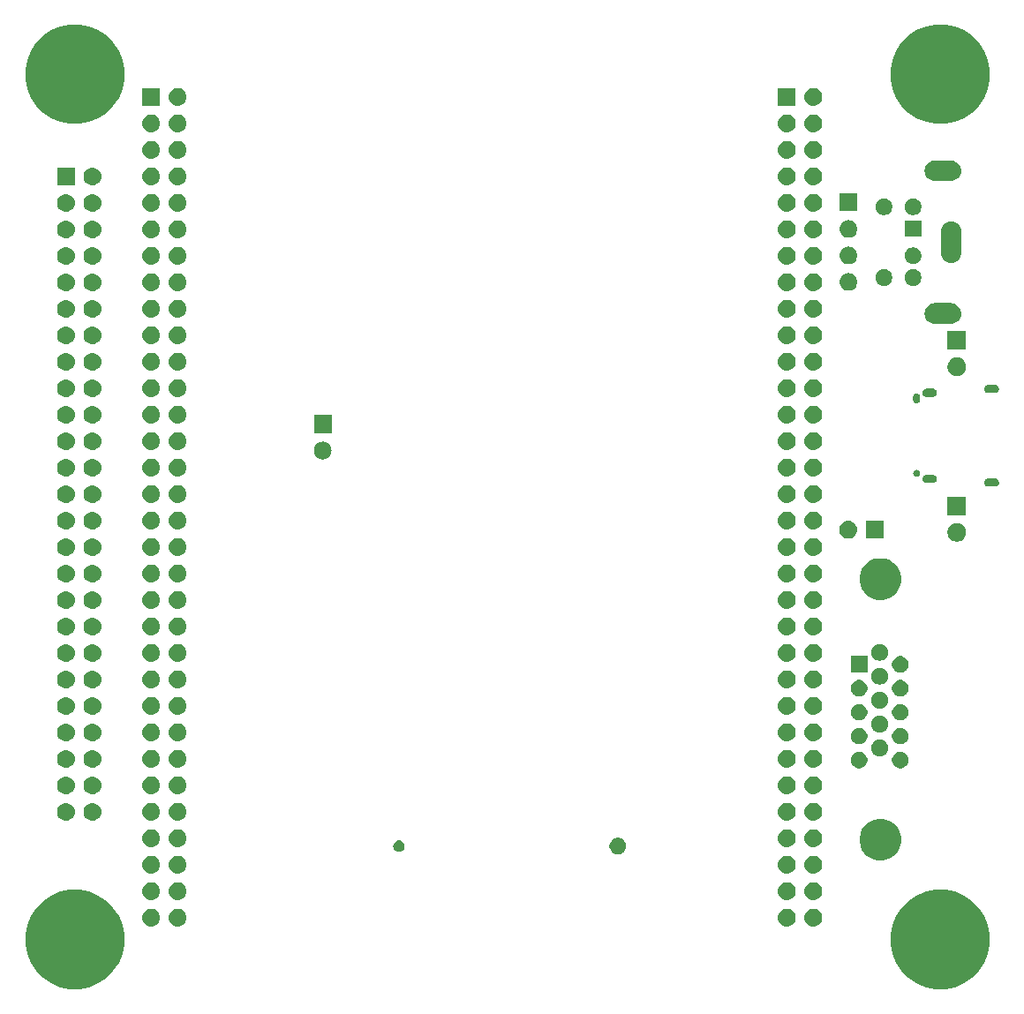
<source format=gbr>
G04 #@! TF.GenerationSoftware,KiCad,Pcbnew,(5.0.2)-1*
G04 #@! TF.CreationDate,2019-11-17T18:02:03-05:00*
G04 #@! TF.ProjectId,RETRO-EP4CE15,52455452-4f2d-4455-9034-434531352e6b,X2*
G04 #@! TF.SameCoordinates,Original*
G04 #@! TF.FileFunction,Soldermask,Bot*
G04 #@! TF.FilePolarity,Negative*
%FSLAX46Y46*%
G04 Gerber Fmt 4.6, Leading zero omitted, Abs format (unit mm)*
G04 Created by KiCad (PCBNEW (5.0.2)-1) date 11/17/2019 6:02:03 PM*
%MOMM*%
%LPD*%
G01*
G04 APERTURE LIST*
%ADD10C,0.152400*%
G04 APERTURE END LIST*
D10*
G36*
X100389169Y-94420519D02*
X101255889Y-94779526D01*
X102035920Y-95300726D01*
X102699274Y-95964080D01*
X103220474Y-96744111D01*
X103579481Y-97610831D01*
X103762500Y-98530933D01*
X103762500Y-99469067D01*
X103579481Y-100389169D01*
X103220474Y-101255889D01*
X102699274Y-102035920D01*
X102035920Y-102699274D01*
X101255889Y-103220474D01*
X100389169Y-103579481D01*
X99469067Y-103762500D01*
X98530933Y-103762500D01*
X97610831Y-103579481D01*
X96744111Y-103220474D01*
X95964080Y-102699274D01*
X95300726Y-102035920D01*
X94779526Y-101255889D01*
X94420519Y-100389169D01*
X94237500Y-99469067D01*
X94237500Y-98530933D01*
X94420519Y-97610831D01*
X94779526Y-96744111D01*
X95300726Y-95964080D01*
X95964080Y-95300726D01*
X96744111Y-94779526D01*
X97610831Y-94420519D01*
X98530933Y-94237500D01*
X99469067Y-94237500D01*
X100389169Y-94420519D01*
X100389169Y-94420519D01*
G37*
G36*
X17389169Y-94420519D02*
X18255889Y-94779526D01*
X19035920Y-95300726D01*
X19699274Y-95964080D01*
X20220474Y-96744111D01*
X20579481Y-97610831D01*
X20762500Y-98530933D01*
X20762500Y-99469067D01*
X20579481Y-100389169D01*
X20220474Y-101255889D01*
X19699274Y-102035920D01*
X19035920Y-102699274D01*
X18255889Y-103220474D01*
X17389169Y-103579481D01*
X16469067Y-103762500D01*
X15530933Y-103762500D01*
X14610831Y-103579481D01*
X13744111Y-103220474D01*
X12964080Y-102699274D01*
X12300726Y-102035920D01*
X11779526Y-101255889D01*
X11420519Y-100389169D01*
X11237500Y-99469067D01*
X11237500Y-98530933D01*
X11420519Y-97610831D01*
X11779526Y-96744111D01*
X12300726Y-95964080D01*
X12964080Y-95300726D01*
X13744111Y-94779526D01*
X14610831Y-94420519D01*
X15530933Y-94237500D01*
X16469067Y-94237500D01*
X17389169Y-94420519D01*
X17389169Y-94420519D01*
G37*
G36*
X84446630Y-96068299D02*
X84606855Y-96116903D01*
X84754520Y-96195831D01*
X84883949Y-96302051D01*
X84990169Y-96431480D01*
X85069097Y-96579145D01*
X85117701Y-96739370D01*
X85134112Y-96906000D01*
X85117701Y-97072630D01*
X85069097Y-97232855D01*
X84990169Y-97380520D01*
X84883949Y-97509949D01*
X84754520Y-97616169D01*
X84606855Y-97695097D01*
X84446630Y-97743701D01*
X84321752Y-97756000D01*
X84238248Y-97756000D01*
X84113370Y-97743701D01*
X83953145Y-97695097D01*
X83805480Y-97616169D01*
X83676051Y-97509949D01*
X83569831Y-97380520D01*
X83490903Y-97232855D01*
X83442299Y-97072630D01*
X83425888Y-96906000D01*
X83442299Y-96739370D01*
X83490903Y-96579145D01*
X83569831Y-96431480D01*
X83676051Y-96302051D01*
X83805480Y-96195831D01*
X83953145Y-96116903D01*
X84113370Y-96068299D01*
X84238248Y-96056000D01*
X84321752Y-96056000D01*
X84446630Y-96068299D01*
X84446630Y-96068299D01*
G37*
G36*
X86986630Y-96068299D02*
X87146855Y-96116903D01*
X87294520Y-96195831D01*
X87423949Y-96302051D01*
X87530169Y-96431480D01*
X87609097Y-96579145D01*
X87657701Y-96739370D01*
X87674112Y-96906000D01*
X87657701Y-97072630D01*
X87609097Y-97232855D01*
X87530169Y-97380520D01*
X87423949Y-97509949D01*
X87294520Y-97616169D01*
X87146855Y-97695097D01*
X86986630Y-97743701D01*
X86861752Y-97756000D01*
X86778248Y-97756000D01*
X86653370Y-97743701D01*
X86493145Y-97695097D01*
X86345480Y-97616169D01*
X86216051Y-97509949D01*
X86109831Y-97380520D01*
X86030903Y-97232855D01*
X85982299Y-97072630D01*
X85965888Y-96906000D01*
X85982299Y-96739370D01*
X86030903Y-96579145D01*
X86109831Y-96431480D01*
X86216051Y-96302051D01*
X86345480Y-96195831D01*
X86493145Y-96116903D01*
X86653370Y-96068299D01*
X86778248Y-96056000D01*
X86861752Y-96056000D01*
X86986630Y-96068299D01*
X86986630Y-96068299D01*
G37*
G36*
X26016630Y-96068299D02*
X26176855Y-96116903D01*
X26324520Y-96195831D01*
X26453949Y-96302051D01*
X26560169Y-96431480D01*
X26639097Y-96579145D01*
X26687701Y-96739370D01*
X26704112Y-96906000D01*
X26687701Y-97072630D01*
X26639097Y-97232855D01*
X26560169Y-97380520D01*
X26453949Y-97509949D01*
X26324520Y-97616169D01*
X26176855Y-97695097D01*
X26016630Y-97743701D01*
X25891752Y-97756000D01*
X25808248Y-97756000D01*
X25683370Y-97743701D01*
X25523145Y-97695097D01*
X25375480Y-97616169D01*
X25246051Y-97509949D01*
X25139831Y-97380520D01*
X25060903Y-97232855D01*
X25012299Y-97072630D01*
X24995888Y-96906000D01*
X25012299Y-96739370D01*
X25060903Y-96579145D01*
X25139831Y-96431480D01*
X25246051Y-96302051D01*
X25375480Y-96195831D01*
X25523145Y-96116903D01*
X25683370Y-96068299D01*
X25808248Y-96056000D01*
X25891752Y-96056000D01*
X26016630Y-96068299D01*
X26016630Y-96068299D01*
G37*
G36*
X23476630Y-96068299D02*
X23636855Y-96116903D01*
X23784520Y-96195831D01*
X23913949Y-96302051D01*
X24020169Y-96431480D01*
X24099097Y-96579145D01*
X24147701Y-96739370D01*
X24164112Y-96906000D01*
X24147701Y-97072630D01*
X24099097Y-97232855D01*
X24020169Y-97380520D01*
X23913949Y-97509949D01*
X23784520Y-97616169D01*
X23636855Y-97695097D01*
X23476630Y-97743701D01*
X23351752Y-97756000D01*
X23268248Y-97756000D01*
X23143370Y-97743701D01*
X22983145Y-97695097D01*
X22835480Y-97616169D01*
X22706051Y-97509949D01*
X22599831Y-97380520D01*
X22520903Y-97232855D01*
X22472299Y-97072630D01*
X22455888Y-96906000D01*
X22472299Y-96739370D01*
X22520903Y-96579145D01*
X22599831Y-96431480D01*
X22706051Y-96302051D01*
X22835480Y-96195831D01*
X22983145Y-96116903D01*
X23143370Y-96068299D01*
X23268248Y-96056000D01*
X23351752Y-96056000D01*
X23476630Y-96068299D01*
X23476630Y-96068299D01*
G37*
G36*
X86986630Y-93528299D02*
X87146855Y-93576903D01*
X87294520Y-93655831D01*
X87423949Y-93762051D01*
X87530169Y-93891480D01*
X87609097Y-94039145D01*
X87657701Y-94199370D01*
X87674112Y-94366000D01*
X87657701Y-94532630D01*
X87609097Y-94692855D01*
X87530169Y-94840520D01*
X87423949Y-94969949D01*
X87294520Y-95076169D01*
X87146855Y-95155097D01*
X86986630Y-95203701D01*
X86861752Y-95216000D01*
X86778248Y-95216000D01*
X86653370Y-95203701D01*
X86493145Y-95155097D01*
X86345480Y-95076169D01*
X86216051Y-94969949D01*
X86109831Y-94840520D01*
X86030903Y-94692855D01*
X85982299Y-94532630D01*
X85965888Y-94366000D01*
X85982299Y-94199370D01*
X86030903Y-94039145D01*
X86109831Y-93891480D01*
X86216051Y-93762051D01*
X86345480Y-93655831D01*
X86493145Y-93576903D01*
X86653370Y-93528299D01*
X86778248Y-93516000D01*
X86861752Y-93516000D01*
X86986630Y-93528299D01*
X86986630Y-93528299D01*
G37*
G36*
X23476630Y-93528299D02*
X23636855Y-93576903D01*
X23784520Y-93655831D01*
X23913949Y-93762051D01*
X24020169Y-93891480D01*
X24099097Y-94039145D01*
X24147701Y-94199370D01*
X24164112Y-94366000D01*
X24147701Y-94532630D01*
X24099097Y-94692855D01*
X24020169Y-94840520D01*
X23913949Y-94969949D01*
X23784520Y-95076169D01*
X23636855Y-95155097D01*
X23476630Y-95203701D01*
X23351752Y-95216000D01*
X23268248Y-95216000D01*
X23143370Y-95203701D01*
X22983145Y-95155097D01*
X22835480Y-95076169D01*
X22706051Y-94969949D01*
X22599831Y-94840520D01*
X22520903Y-94692855D01*
X22472299Y-94532630D01*
X22455888Y-94366000D01*
X22472299Y-94199370D01*
X22520903Y-94039145D01*
X22599831Y-93891480D01*
X22706051Y-93762051D01*
X22835480Y-93655831D01*
X22983145Y-93576903D01*
X23143370Y-93528299D01*
X23268248Y-93516000D01*
X23351752Y-93516000D01*
X23476630Y-93528299D01*
X23476630Y-93528299D01*
G37*
G36*
X26016630Y-93528299D02*
X26176855Y-93576903D01*
X26324520Y-93655831D01*
X26453949Y-93762051D01*
X26560169Y-93891480D01*
X26639097Y-94039145D01*
X26687701Y-94199370D01*
X26704112Y-94366000D01*
X26687701Y-94532630D01*
X26639097Y-94692855D01*
X26560169Y-94840520D01*
X26453949Y-94969949D01*
X26324520Y-95076169D01*
X26176855Y-95155097D01*
X26016630Y-95203701D01*
X25891752Y-95216000D01*
X25808248Y-95216000D01*
X25683370Y-95203701D01*
X25523145Y-95155097D01*
X25375480Y-95076169D01*
X25246051Y-94969949D01*
X25139831Y-94840520D01*
X25060903Y-94692855D01*
X25012299Y-94532630D01*
X24995888Y-94366000D01*
X25012299Y-94199370D01*
X25060903Y-94039145D01*
X25139831Y-93891480D01*
X25246051Y-93762051D01*
X25375480Y-93655831D01*
X25523145Y-93576903D01*
X25683370Y-93528299D01*
X25808248Y-93516000D01*
X25891752Y-93516000D01*
X26016630Y-93528299D01*
X26016630Y-93528299D01*
G37*
G36*
X84446630Y-93528299D02*
X84606855Y-93576903D01*
X84754520Y-93655831D01*
X84883949Y-93762051D01*
X84990169Y-93891480D01*
X85069097Y-94039145D01*
X85117701Y-94199370D01*
X85134112Y-94366000D01*
X85117701Y-94532630D01*
X85069097Y-94692855D01*
X84990169Y-94840520D01*
X84883949Y-94969949D01*
X84754520Y-95076169D01*
X84606855Y-95155097D01*
X84446630Y-95203701D01*
X84321752Y-95216000D01*
X84238248Y-95216000D01*
X84113370Y-95203701D01*
X83953145Y-95155097D01*
X83805480Y-95076169D01*
X83676051Y-94969949D01*
X83569831Y-94840520D01*
X83490903Y-94692855D01*
X83442299Y-94532630D01*
X83425888Y-94366000D01*
X83442299Y-94199370D01*
X83490903Y-94039145D01*
X83569831Y-93891480D01*
X83676051Y-93762051D01*
X83805480Y-93655831D01*
X83953145Y-93576903D01*
X84113370Y-93528299D01*
X84238248Y-93516000D01*
X84321752Y-93516000D01*
X84446630Y-93528299D01*
X84446630Y-93528299D01*
G37*
G36*
X23476630Y-90988299D02*
X23636855Y-91036903D01*
X23784520Y-91115831D01*
X23913949Y-91222051D01*
X24020169Y-91351480D01*
X24099097Y-91499145D01*
X24147701Y-91659370D01*
X24164112Y-91826000D01*
X24147701Y-91992630D01*
X24099097Y-92152855D01*
X24020169Y-92300520D01*
X23913949Y-92429949D01*
X23784520Y-92536169D01*
X23636855Y-92615097D01*
X23476630Y-92663701D01*
X23351752Y-92676000D01*
X23268248Y-92676000D01*
X23143370Y-92663701D01*
X22983145Y-92615097D01*
X22835480Y-92536169D01*
X22706051Y-92429949D01*
X22599831Y-92300520D01*
X22520903Y-92152855D01*
X22472299Y-91992630D01*
X22455888Y-91826000D01*
X22472299Y-91659370D01*
X22520903Y-91499145D01*
X22599831Y-91351480D01*
X22706051Y-91222051D01*
X22835480Y-91115831D01*
X22983145Y-91036903D01*
X23143370Y-90988299D01*
X23268248Y-90976000D01*
X23351752Y-90976000D01*
X23476630Y-90988299D01*
X23476630Y-90988299D01*
G37*
G36*
X26016630Y-90988299D02*
X26176855Y-91036903D01*
X26324520Y-91115831D01*
X26453949Y-91222051D01*
X26560169Y-91351480D01*
X26639097Y-91499145D01*
X26687701Y-91659370D01*
X26704112Y-91826000D01*
X26687701Y-91992630D01*
X26639097Y-92152855D01*
X26560169Y-92300520D01*
X26453949Y-92429949D01*
X26324520Y-92536169D01*
X26176855Y-92615097D01*
X26016630Y-92663701D01*
X25891752Y-92676000D01*
X25808248Y-92676000D01*
X25683370Y-92663701D01*
X25523145Y-92615097D01*
X25375480Y-92536169D01*
X25246051Y-92429949D01*
X25139831Y-92300520D01*
X25060903Y-92152855D01*
X25012299Y-91992630D01*
X24995888Y-91826000D01*
X25012299Y-91659370D01*
X25060903Y-91499145D01*
X25139831Y-91351480D01*
X25246051Y-91222051D01*
X25375480Y-91115831D01*
X25523145Y-91036903D01*
X25683370Y-90988299D01*
X25808248Y-90976000D01*
X25891752Y-90976000D01*
X26016630Y-90988299D01*
X26016630Y-90988299D01*
G37*
G36*
X86986630Y-90988299D02*
X87146855Y-91036903D01*
X87294520Y-91115831D01*
X87423949Y-91222051D01*
X87530169Y-91351480D01*
X87609097Y-91499145D01*
X87657701Y-91659370D01*
X87674112Y-91826000D01*
X87657701Y-91992630D01*
X87609097Y-92152855D01*
X87530169Y-92300520D01*
X87423949Y-92429949D01*
X87294520Y-92536169D01*
X87146855Y-92615097D01*
X86986630Y-92663701D01*
X86861752Y-92676000D01*
X86778248Y-92676000D01*
X86653370Y-92663701D01*
X86493145Y-92615097D01*
X86345480Y-92536169D01*
X86216051Y-92429949D01*
X86109831Y-92300520D01*
X86030903Y-92152855D01*
X85982299Y-91992630D01*
X85965888Y-91826000D01*
X85982299Y-91659370D01*
X86030903Y-91499145D01*
X86109831Y-91351480D01*
X86216051Y-91222051D01*
X86345480Y-91115831D01*
X86493145Y-91036903D01*
X86653370Y-90988299D01*
X86778248Y-90976000D01*
X86861752Y-90976000D01*
X86986630Y-90988299D01*
X86986630Y-90988299D01*
G37*
G36*
X84446630Y-90988299D02*
X84606855Y-91036903D01*
X84754520Y-91115831D01*
X84883949Y-91222051D01*
X84990169Y-91351480D01*
X85069097Y-91499145D01*
X85117701Y-91659370D01*
X85134112Y-91826000D01*
X85117701Y-91992630D01*
X85069097Y-92152855D01*
X84990169Y-92300520D01*
X84883949Y-92429949D01*
X84754520Y-92536169D01*
X84606855Y-92615097D01*
X84446630Y-92663701D01*
X84321752Y-92676000D01*
X84238248Y-92676000D01*
X84113370Y-92663701D01*
X83953145Y-92615097D01*
X83805480Y-92536169D01*
X83676051Y-92429949D01*
X83569831Y-92300520D01*
X83490903Y-92152855D01*
X83442299Y-91992630D01*
X83425888Y-91826000D01*
X83442299Y-91659370D01*
X83490903Y-91499145D01*
X83569831Y-91351480D01*
X83676051Y-91222051D01*
X83805480Y-91115831D01*
X83953145Y-91036903D01*
X84113370Y-90988299D01*
X84238248Y-90976000D01*
X84321752Y-90976000D01*
X84446630Y-90988299D01*
X84446630Y-90988299D01*
G37*
G36*
X93844778Y-87510459D02*
X94208754Y-87661222D01*
X94536329Y-87880101D01*
X94814899Y-88158671D01*
X95033778Y-88486246D01*
X95184541Y-88850222D01*
X95261400Y-89236616D01*
X95261400Y-89630584D01*
X95184541Y-90016978D01*
X95033778Y-90380954D01*
X94814899Y-90708529D01*
X94536329Y-90987099D01*
X94208754Y-91205978D01*
X93844778Y-91356741D01*
X93458384Y-91433600D01*
X93064416Y-91433600D01*
X92678022Y-91356741D01*
X92314046Y-91205978D01*
X91986471Y-90987099D01*
X91707901Y-90708529D01*
X91489022Y-90380954D01*
X91338259Y-90016978D01*
X91261400Y-89630584D01*
X91261400Y-89236616D01*
X91338259Y-88850222D01*
X91489022Y-88486246D01*
X91707901Y-88158671D01*
X91986471Y-87880101D01*
X92314046Y-87661222D01*
X92678022Y-87510459D01*
X93064416Y-87433600D01*
X93458384Y-87433600D01*
X93844778Y-87510459D01*
X93844778Y-87510459D01*
G37*
G36*
X68312352Y-89273743D02*
X68457941Y-89334048D01*
X68588973Y-89421601D01*
X68700399Y-89533027D01*
X68787952Y-89664059D01*
X68848257Y-89809648D01*
X68879000Y-89964205D01*
X68879000Y-90121795D01*
X68848257Y-90276352D01*
X68787952Y-90421941D01*
X68700399Y-90552973D01*
X68588973Y-90664399D01*
X68457941Y-90751952D01*
X68312352Y-90812257D01*
X68157795Y-90843000D01*
X68000205Y-90843000D01*
X67845648Y-90812257D01*
X67700059Y-90751952D01*
X67569027Y-90664399D01*
X67457601Y-90552973D01*
X67370048Y-90421941D01*
X67309743Y-90276352D01*
X67279000Y-90121795D01*
X67279000Y-89964205D01*
X67309743Y-89809648D01*
X67370048Y-89664059D01*
X67457601Y-89533027D01*
X67569027Y-89421601D01*
X67700059Y-89334048D01*
X67845648Y-89273743D01*
X68000205Y-89243000D01*
X68157795Y-89243000D01*
X68312352Y-89273743D01*
X68312352Y-89273743D01*
G37*
G36*
X47168590Y-89500045D02*
X47239429Y-89514136D01*
X47339523Y-89555597D01*
X47429607Y-89615789D01*
X47506211Y-89692393D01*
X47506213Y-89692396D01*
X47566403Y-89782477D01*
X47607864Y-89882571D01*
X47629000Y-89988830D01*
X47629000Y-90097170D01*
X47607864Y-90203429D01*
X47577658Y-90276351D01*
X47566403Y-90303523D01*
X47506211Y-90393607D01*
X47429607Y-90470211D01*
X47429604Y-90470213D01*
X47339523Y-90530403D01*
X47239429Y-90571864D01*
X47168590Y-90585955D01*
X47133171Y-90593000D01*
X47024829Y-90593000D01*
X46989410Y-90585955D01*
X46918571Y-90571864D01*
X46818477Y-90530403D01*
X46728396Y-90470213D01*
X46728393Y-90470211D01*
X46651789Y-90393607D01*
X46591597Y-90303523D01*
X46580342Y-90276351D01*
X46550136Y-90203429D01*
X46529000Y-90097170D01*
X46529000Y-89988830D01*
X46550136Y-89882571D01*
X46591597Y-89782477D01*
X46651787Y-89692396D01*
X46651789Y-89692393D01*
X46728393Y-89615789D01*
X46818477Y-89555597D01*
X46918571Y-89514136D01*
X46989410Y-89500045D01*
X47024829Y-89493000D01*
X47133171Y-89493000D01*
X47168590Y-89500045D01*
X47168590Y-89500045D01*
G37*
G36*
X86986630Y-88448299D02*
X87146855Y-88496903D01*
X87294520Y-88575831D01*
X87423949Y-88682051D01*
X87530169Y-88811480D01*
X87609097Y-88959145D01*
X87657701Y-89119370D01*
X87674112Y-89286000D01*
X87657701Y-89452630D01*
X87609097Y-89612855D01*
X87530169Y-89760520D01*
X87423949Y-89889949D01*
X87294520Y-89996169D01*
X87146855Y-90075097D01*
X86986630Y-90123701D01*
X86861752Y-90136000D01*
X86778248Y-90136000D01*
X86653370Y-90123701D01*
X86493145Y-90075097D01*
X86345480Y-89996169D01*
X86216051Y-89889949D01*
X86109831Y-89760520D01*
X86030903Y-89612855D01*
X85982299Y-89452630D01*
X85965888Y-89286000D01*
X85982299Y-89119370D01*
X86030903Y-88959145D01*
X86109831Y-88811480D01*
X86216051Y-88682051D01*
X86345480Y-88575831D01*
X86493145Y-88496903D01*
X86653370Y-88448299D01*
X86778248Y-88436000D01*
X86861752Y-88436000D01*
X86986630Y-88448299D01*
X86986630Y-88448299D01*
G37*
G36*
X84446630Y-88448299D02*
X84606855Y-88496903D01*
X84754520Y-88575831D01*
X84883949Y-88682051D01*
X84990169Y-88811480D01*
X85069097Y-88959145D01*
X85117701Y-89119370D01*
X85134112Y-89286000D01*
X85117701Y-89452630D01*
X85069097Y-89612855D01*
X84990169Y-89760520D01*
X84883949Y-89889949D01*
X84754520Y-89996169D01*
X84606855Y-90075097D01*
X84446630Y-90123701D01*
X84321752Y-90136000D01*
X84238248Y-90136000D01*
X84113370Y-90123701D01*
X83953145Y-90075097D01*
X83805480Y-89996169D01*
X83676051Y-89889949D01*
X83569831Y-89760520D01*
X83490903Y-89612855D01*
X83442299Y-89452630D01*
X83425888Y-89286000D01*
X83442299Y-89119370D01*
X83490903Y-88959145D01*
X83569831Y-88811480D01*
X83676051Y-88682051D01*
X83805480Y-88575831D01*
X83953145Y-88496903D01*
X84113370Y-88448299D01*
X84238248Y-88436000D01*
X84321752Y-88436000D01*
X84446630Y-88448299D01*
X84446630Y-88448299D01*
G37*
G36*
X23476630Y-88448299D02*
X23636855Y-88496903D01*
X23784520Y-88575831D01*
X23913949Y-88682051D01*
X24020169Y-88811480D01*
X24099097Y-88959145D01*
X24147701Y-89119370D01*
X24164112Y-89286000D01*
X24147701Y-89452630D01*
X24099097Y-89612855D01*
X24020169Y-89760520D01*
X23913949Y-89889949D01*
X23784520Y-89996169D01*
X23636855Y-90075097D01*
X23476630Y-90123701D01*
X23351752Y-90136000D01*
X23268248Y-90136000D01*
X23143370Y-90123701D01*
X22983145Y-90075097D01*
X22835480Y-89996169D01*
X22706051Y-89889949D01*
X22599831Y-89760520D01*
X22520903Y-89612855D01*
X22472299Y-89452630D01*
X22455888Y-89286000D01*
X22472299Y-89119370D01*
X22520903Y-88959145D01*
X22599831Y-88811480D01*
X22706051Y-88682051D01*
X22835480Y-88575831D01*
X22983145Y-88496903D01*
X23143370Y-88448299D01*
X23268248Y-88436000D01*
X23351752Y-88436000D01*
X23476630Y-88448299D01*
X23476630Y-88448299D01*
G37*
G36*
X26016630Y-88448299D02*
X26176855Y-88496903D01*
X26324520Y-88575831D01*
X26453949Y-88682051D01*
X26560169Y-88811480D01*
X26639097Y-88959145D01*
X26687701Y-89119370D01*
X26704112Y-89286000D01*
X26687701Y-89452630D01*
X26639097Y-89612855D01*
X26560169Y-89760520D01*
X26453949Y-89889949D01*
X26324520Y-89996169D01*
X26176855Y-90075097D01*
X26016630Y-90123701D01*
X25891752Y-90136000D01*
X25808248Y-90136000D01*
X25683370Y-90123701D01*
X25523145Y-90075097D01*
X25375480Y-89996169D01*
X25246051Y-89889949D01*
X25139831Y-89760520D01*
X25060903Y-89612855D01*
X25012299Y-89452630D01*
X24995888Y-89286000D01*
X25012299Y-89119370D01*
X25060903Y-88959145D01*
X25139831Y-88811480D01*
X25246051Y-88682051D01*
X25375480Y-88575831D01*
X25523145Y-88496903D01*
X25683370Y-88448299D01*
X25808248Y-88436000D01*
X25891752Y-88436000D01*
X26016630Y-88448299D01*
X26016630Y-88448299D01*
G37*
G36*
X17846630Y-85922299D02*
X18006855Y-85970903D01*
X18154520Y-86049831D01*
X18283949Y-86156051D01*
X18390169Y-86285480D01*
X18469097Y-86433145D01*
X18517701Y-86593370D01*
X18534112Y-86760000D01*
X18517701Y-86926630D01*
X18469097Y-87086855D01*
X18390169Y-87234520D01*
X18283949Y-87363949D01*
X18154520Y-87470169D01*
X18006855Y-87549097D01*
X17846630Y-87597701D01*
X17721752Y-87610000D01*
X17638248Y-87610000D01*
X17513370Y-87597701D01*
X17353145Y-87549097D01*
X17205480Y-87470169D01*
X17076051Y-87363949D01*
X16969831Y-87234520D01*
X16890903Y-87086855D01*
X16842299Y-86926630D01*
X16825888Y-86760000D01*
X16842299Y-86593370D01*
X16890903Y-86433145D01*
X16969831Y-86285480D01*
X17076051Y-86156051D01*
X17205480Y-86049831D01*
X17353145Y-85970903D01*
X17513370Y-85922299D01*
X17638248Y-85910000D01*
X17721752Y-85910000D01*
X17846630Y-85922299D01*
X17846630Y-85922299D01*
G37*
G36*
X15306630Y-85922299D02*
X15466855Y-85970903D01*
X15614520Y-86049831D01*
X15743949Y-86156051D01*
X15850169Y-86285480D01*
X15929097Y-86433145D01*
X15977701Y-86593370D01*
X15994112Y-86760000D01*
X15977701Y-86926630D01*
X15929097Y-87086855D01*
X15850169Y-87234520D01*
X15743949Y-87363949D01*
X15614520Y-87470169D01*
X15466855Y-87549097D01*
X15306630Y-87597701D01*
X15181752Y-87610000D01*
X15098248Y-87610000D01*
X14973370Y-87597701D01*
X14813145Y-87549097D01*
X14665480Y-87470169D01*
X14536051Y-87363949D01*
X14429831Y-87234520D01*
X14350903Y-87086855D01*
X14302299Y-86926630D01*
X14285888Y-86760000D01*
X14302299Y-86593370D01*
X14350903Y-86433145D01*
X14429831Y-86285480D01*
X14536051Y-86156051D01*
X14665480Y-86049831D01*
X14813145Y-85970903D01*
X14973370Y-85922299D01*
X15098248Y-85910000D01*
X15181752Y-85910000D01*
X15306630Y-85922299D01*
X15306630Y-85922299D01*
G37*
G36*
X84446630Y-85908299D02*
X84606855Y-85956903D01*
X84754520Y-86035831D01*
X84883949Y-86142051D01*
X84990169Y-86271480D01*
X85069097Y-86419145D01*
X85117701Y-86579370D01*
X85134112Y-86746000D01*
X85117701Y-86912630D01*
X85069097Y-87072855D01*
X84990169Y-87220520D01*
X84883949Y-87349949D01*
X84754520Y-87456169D01*
X84606855Y-87535097D01*
X84446630Y-87583701D01*
X84321752Y-87596000D01*
X84238248Y-87596000D01*
X84113370Y-87583701D01*
X83953145Y-87535097D01*
X83805480Y-87456169D01*
X83676051Y-87349949D01*
X83569831Y-87220520D01*
X83490903Y-87072855D01*
X83442299Y-86912630D01*
X83425888Y-86746000D01*
X83442299Y-86579370D01*
X83490903Y-86419145D01*
X83569831Y-86271480D01*
X83676051Y-86142051D01*
X83805480Y-86035831D01*
X83953145Y-85956903D01*
X84113370Y-85908299D01*
X84238248Y-85896000D01*
X84321752Y-85896000D01*
X84446630Y-85908299D01*
X84446630Y-85908299D01*
G37*
G36*
X86986630Y-85908299D02*
X87146855Y-85956903D01*
X87294520Y-86035831D01*
X87423949Y-86142051D01*
X87530169Y-86271480D01*
X87609097Y-86419145D01*
X87657701Y-86579370D01*
X87674112Y-86746000D01*
X87657701Y-86912630D01*
X87609097Y-87072855D01*
X87530169Y-87220520D01*
X87423949Y-87349949D01*
X87294520Y-87456169D01*
X87146855Y-87535097D01*
X86986630Y-87583701D01*
X86861752Y-87596000D01*
X86778248Y-87596000D01*
X86653370Y-87583701D01*
X86493145Y-87535097D01*
X86345480Y-87456169D01*
X86216051Y-87349949D01*
X86109831Y-87220520D01*
X86030903Y-87072855D01*
X85982299Y-86912630D01*
X85965888Y-86746000D01*
X85982299Y-86579370D01*
X86030903Y-86419145D01*
X86109831Y-86271480D01*
X86216051Y-86142051D01*
X86345480Y-86035831D01*
X86493145Y-85956903D01*
X86653370Y-85908299D01*
X86778248Y-85896000D01*
X86861752Y-85896000D01*
X86986630Y-85908299D01*
X86986630Y-85908299D01*
G37*
G36*
X26016630Y-85908299D02*
X26176855Y-85956903D01*
X26324520Y-86035831D01*
X26453949Y-86142051D01*
X26560169Y-86271480D01*
X26639097Y-86419145D01*
X26687701Y-86579370D01*
X26704112Y-86746000D01*
X26687701Y-86912630D01*
X26639097Y-87072855D01*
X26560169Y-87220520D01*
X26453949Y-87349949D01*
X26324520Y-87456169D01*
X26176855Y-87535097D01*
X26016630Y-87583701D01*
X25891752Y-87596000D01*
X25808248Y-87596000D01*
X25683370Y-87583701D01*
X25523145Y-87535097D01*
X25375480Y-87456169D01*
X25246051Y-87349949D01*
X25139831Y-87220520D01*
X25060903Y-87072855D01*
X25012299Y-86912630D01*
X24995888Y-86746000D01*
X25012299Y-86579370D01*
X25060903Y-86419145D01*
X25139831Y-86271480D01*
X25246051Y-86142051D01*
X25375480Y-86035831D01*
X25523145Y-85956903D01*
X25683370Y-85908299D01*
X25808248Y-85896000D01*
X25891752Y-85896000D01*
X26016630Y-85908299D01*
X26016630Y-85908299D01*
G37*
G36*
X23476630Y-85908299D02*
X23636855Y-85956903D01*
X23784520Y-86035831D01*
X23913949Y-86142051D01*
X24020169Y-86271480D01*
X24099097Y-86419145D01*
X24147701Y-86579370D01*
X24164112Y-86746000D01*
X24147701Y-86912630D01*
X24099097Y-87072855D01*
X24020169Y-87220520D01*
X23913949Y-87349949D01*
X23784520Y-87456169D01*
X23636855Y-87535097D01*
X23476630Y-87583701D01*
X23351752Y-87596000D01*
X23268248Y-87596000D01*
X23143370Y-87583701D01*
X22983145Y-87535097D01*
X22835480Y-87456169D01*
X22706051Y-87349949D01*
X22599831Y-87220520D01*
X22520903Y-87072855D01*
X22472299Y-86912630D01*
X22455888Y-86746000D01*
X22472299Y-86579370D01*
X22520903Y-86419145D01*
X22599831Y-86271480D01*
X22706051Y-86142051D01*
X22835480Y-86035831D01*
X22983145Y-85956903D01*
X23143370Y-85908299D01*
X23268248Y-85896000D01*
X23351752Y-85896000D01*
X23476630Y-85908299D01*
X23476630Y-85908299D01*
G37*
G36*
X15306630Y-83382299D02*
X15466855Y-83430903D01*
X15614520Y-83509831D01*
X15743949Y-83616051D01*
X15850169Y-83745480D01*
X15929097Y-83893145D01*
X15977701Y-84053370D01*
X15994112Y-84220000D01*
X15977701Y-84386630D01*
X15929097Y-84546855D01*
X15850169Y-84694520D01*
X15743949Y-84823949D01*
X15614520Y-84930169D01*
X15466855Y-85009097D01*
X15306630Y-85057701D01*
X15181752Y-85070000D01*
X15098248Y-85070000D01*
X14973370Y-85057701D01*
X14813145Y-85009097D01*
X14665480Y-84930169D01*
X14536051Y-84823949D01*
X14429831Y-84694520D01*
X14350903Y-84546855D01*
X14302299Y-84386630D01*
X14285888Y-84220000D01*
X14302299Y-84053370D01*
X14350903Y-83893145D01*
X14429831Y-83745480D01*
X14536051Y-83616051D01*
X14665480Y-83509831D01*
X14813145Y-83430903D01*
X14973370Y-83382299D01*
X15098248Y-83370000D01*
X15181752Y-83370000D01*
X15306630Y-83382299D01*
X15306630Y-83382299D01*
G37*
G36*
X17846630Y-83382299D02*
X18006855Y-83430903D01*
X18154520Y-83509831D01*
X18283949Y-83616051D01*
X18390169Y-83745480D01*
X18469097Y-83893145D01*
X18517701Y-84053370D01*
X18534112Y-84220000D01*
X18517701Y-84386630D01*
X18469097Y-84546855D01*
X18390169Y-84694520D01*
X18283949Y-84823949D01*
X18154520Y-84930169D01*
X18006855Y-85009097D01*
X17846630Y-85057701D01*
X17721752Y-85070000D01*
X17638248Y-85070000D01*
X17513370Y-85057701D01*
X17353145Y-85009097D01*
X17205480Y-84930169D01*
X17076051Y-84823949D01*
X16969831Y-84694520D01*
X16890903Y-84546855D01*
X16842299Y-84386630D01*
X16825888Y-84220000D01*
X16842299Y-84053370D01*
X16890903Y-83893145D01*
X16969831Y-83745480D01*
X17076051Y-83616051D01*
X17205480Y-83509831D01*
X17353145Y-83430903D01*
X17513370Y-83382299D01*
X17638248Y-83370000D01*
X17721752Y-83370000D01*
X17846630Y-83382299D01*
X17846630Y-83382299D01*
G37*
G36*
X86986630Y-83368299D02*
X87146855Y-83416903D01*
X87294520Y-83495831D01*
X87423949Y-83602051D01*
X87530169Y-83731480D01*
X87609097Y-83879145D01*
X87657701Y-84039370D01*
X87674112Y-84206000D01*
X87657701Y-84372630D01*
X87609097Y-84532855D01*
X87530169Y-84680520D01*
X87423949Y-84809949D01*
X87294520Y-84916169D01*
X87146855Y-84995097D01*
X86986630Y-85043701D01*
X86861752Y-85056000D01*
X86778248Y-85056000D01*
X86653370Y-85043701D01*
X86493145Y-84995097D01*
X86345480Y-84916169D01*
X86216051Y-84809949D01*
X86109831Y-84680520D01*
X86030903Y-84532855D01*
X85982299Y-84372630D01*
X85965888Y-84206000D01*
X85982299Y-84039370D01*
X86030903Y-83879145D01*
X86109831Y-83731480D01*
X86216051Y-83602051D01*
X86345480Y-83495831D01*
X86493145Y-83416903D01*
X86653370Y-83368299D01*
X86778248Y-83356000D01*
X86861752Y-83356000D01*
X86986630Y-83368299D01*
X86986630Y-83368299D01*
G37*
G36*
X23476630Y-83368299D02*
X23636855Y-83416903D01*
X23784520Y-83495831D01*
X23913949Y-83602051D01*
X24020169Y-83731480D01*
X24099097Y-83879145D01*
X24147701Y-84039370D01*
X24164112Y-84206000D01*
X24147701Y-84372630D01*
X24099097Y-84532855D01*
X24020169Y-84680520D01*
X23913949Y-84809949D01*
X23784520Y-84916169D01*
X23636855Y-84995097D01*
X23476630Y-85043701D01*
X23351752Y-85056000D01*
X23268248Y-85056000D01*
X23143370Y-85043701D01*
X22983145Y-84995097D01*
X22835480Y-84916169D01*
X22706051Y-84809949D01*
X22599831Y-84680520D01*
X22520903Y-84532855D01*
X22472299Y-84372630D01*
X22455888Y-84206000D01*
X22472299Y-84039370D01*
X22520903Y-83879145D01*
X22599831Y-83731480D01*
X22706051Y-83602051D01*
X22835480Y-83495831D01*
X22983145Y-83416903D01*
X23143370Y-83368299D01*
X23268248Y-83356000D01*
X23351752Y-83356000D01*
X23476630Y-83368299D01*
X23476630Y-83368299D01*
G37*
G36*
X84446630Y-83368299D02*
X84606855Y-83416903D01*
X84754520Y-83495831D01*
X84883949Y-83602051D01*
X84990169Y-83731480D01*
X85069097Y-83879145D01*
X85117701Y-84039370D01*
X85134112Y-84206000D01*
X85117701Y-84372630D01*
X85069097Y-84532855D01*
X84990169Y-84680520D01*
X84883949Y-84809949D01*
X84754520Y-84916169D01*
X84606855Y-84995097D01*
X84446630Y-85043701D01*
X84321752Y-85056000D01*
X84238248Y-85056000D01*
X84113370Y-85043701D01*
X83953145Y-84995097D01*
X83805480Y-84916169D01*
X83676051Y-84809949D01*
X83569831Y-84680520D01*
X83490903Y-84532855D01*
X83442299Y-84372630D01*
X83425888Y-84206000D01*
X83442299Y-84039370D01*
X83490903Y-83879145D01*
X83569831Y-83731480D01*
X83676051Y-83602051D01*
X83805480Y-83495831D01*
X83953145Y-83416903D01*
X84113370Y-83368299D01*
X84238248Y-83356000D01*
X84321752Y-83356000D01*
X84446630Y-83368299D01*
X84446630Y-83368299D01*
G37*
G36*
X26016630Y-83368299D02*
X26176855Y-83416903D01*
X26324520Y-83495831D01*
X26453949Y-83602051D01*
X26560169Y-83731480D01*
X26639097Y-83879145D01*
X26687701Y-84039370D01*
X26704112Y-84206000D01*
X26687701Y-84372630D01*
X26639097Y-84532855D01*
X26560169Y-84680520D01*
X26453949Y-84809949D01*
X26324520Y-84916169D01*
X26176855Y-84995097D01*
X26016630Y-85043701D01*
X25891752Y-85056000D01*
X25808248Y-85056000D01*
X25683370Y-85043701D01*
X25523145Y-84995097D01*
X25375480Y-84916169D01*
X25246051Y-84809949D01*
X25139831Y-84680520D01*
X25060903Y-84532855D01*
X25012299Y-84372630D01*
X24995888Y-84206000D01*
X25012299Y-84039370D01*
X25060903Y-83879145D01*
X25139831Y-83731480D01*
X25246051Y-83602051D01*
X25375480Y-83495831D01*
X25523145Y-83416903D01*
X25683370Y-83368299D01*
X25808248Y-83356000D01*
X25891752Y-83356000D01*
X26016630Y-83368299D01*
X26016630Y-83368299D01*
G37*
G36*
X95404752Y-81009343D02*
X95550341Y-81069648D01*
X95681373Y-81157201D01*
X95792799Y-81268627D01*
X95880352Y-81399659D01*
X95940657Y-81545248D01*
X95971400Y-81699805D01*
X95971400Y-81857395D01*
X95940657Y-82011952D01*
X95880352Y-82157541D01*
X95792799Y-82288573D01*
X95681373Y-82399999D01*
X95550341Y-82487552D01*
X95404752Y-82547857D01*
X95250195Y-82578600D01*
X95092605Y-82578600D01*
X94938048Y-82547857D01*
X94792459Y-82487552D01*
X94661427Y-82399999D01*
X94550001Y-82288573D01*
X94462448Y-82157541D01*
X94402143Y-82011952D01*
X94371400Y-81857395D01*
X94371400Y-81699805D01*
X94402143Y-81545248D01*
X94462448Y-81399659D01*
X94550001Y-81268627D01*
X94661427Y-81157201D01*
X94792459Y-81069648D01*
X94938048Y-81009343D01*
X95092605Y-80978600D01*
X95250195Y-80978600D01*
X95404752Y-81009343D01*
X95404752Y-81009343D01*
G37*
G36*
X91444752Y-81009343D02*
X91590341Y-81069648D01*
X91721373Y-81157201D01*
X91832799Y-81268627D01*
X91920352Y-81399659D01*
X91980657Y-81545248D01*
X92011400Y-81699805D01*
X92011400Y-81857395D01*
X91980657Y-82011952D01*
X91920352Y-82157541D01*
X91832799Y-82288573D01*
X91721373Y-82399999D01*
X91590341Y-82487552D01*
X91444752Y-82547857D01*
X91290195Y-82578600D01*
X91132605Y-82578600D01*
X90978048Y-82547857D01*
X90832459Y-82487552D01*
X90701427Y-82399999D01*
X90590001Y-82288573D01*
X90502448Y-82157541D01*
X90442143Y-82011952D01*
X90411400Y-81857395D01*
X90411400Y-81699805D01*
X90442143Y-81545248D01*
X90502448Y-81399659D01*
X90590001Y-81268627D01*
X90701427Y-81157201D01*
X90832459Y-81069648D01*
X90978048Y-81009343D01*
X91132605Y-80978600D01*
X91290195Y-80978600D01*
X91444752Y-81009343D01*
X91444752Y-81009343D01*
G37*
G36*
X15306630Y-80842299D02*
X15466855Y-80890903D01*
X15614520Y-80969831D01*
X15743949Y-81076051D01*
X15850169Y-81205480D01*
X15929097Y-81353145D01*
X15977701Y-81513370D01*
X15994112Y-81680000D01*
X15977701Y-81846630D01*
X15929097Y-82006855D01*
X15850169Y-82154520D01*
X15743949Y-82283949D01*
X15614520Y-82390169D01*
X15466855Y-82469097D01*
X15306630Y-82517701D01*
X15181752Y-82530000D01*
X15098248Y-82530000D01*
X14973370Y-82517701D01*
X14813145Y-82469097D01*
X14665480Y-82390169D01*
X14536051Y-82283949D01*
X14429831Y-82154520D01*
X14350903Y-82006855D01*
X14302299Y-81846630D01*
X14285888Y-81680000D01*
X14302299Y-81513370D01*
X14350903Y-81353145D01*
X14429831Y-81205480D01*
X14536051Y-81076051D01*
X14665480Y-80969831D01*
X14813145Y-80890903D01*
X14973370Y-80842299D01*
X15098248Y-80830000D01*
X15181752Y-80830000D01*
X15306630Y-80842299D01*
X15306630Y-80842299D01*
G37*
G36*
X17846630Y-80842299D02*
X18006855Y-80890903D01*
X18154520Y-80969831D01*
X18283949Y-81076051D01*
X18390169Y-81205480D01*
X18469097Y-81353145D01*
X18517701Y-81513370D01*
X18534112Y-81680000D01*
X18517701Y-81846630D01*
X18469097Y-82006855D01*
X18390169Y-82154520D01*
X18283949Y-82283949D01*
X18154520Y-82390169D01*
X18006855Y-82469097D01*
X17846630Y-82517701D01*
X17721752Y-82530000D01*
X17638248Y-82530000D01*
X17513370Y-82517701D01*
X17353145Y-82469097D01*
X17205480Y-82390169D01*
X17076051Y-82283949D01*
X16969831Y-82154520D01*
X16890903Y-82006855D01*
X16842299Y-81846630D01*
X16825888Y-81680000D01*
X16842299Y-81513370D01*
X16890903Y-81353145D01*
X16969831Y-81205480D01*
X17076051Y-81076051D01*
X17205480Y-80969831D01*
X17353145Y-80890903D01*
X17513370Y-80842299D01*
X17638248Y-80830000D01*
X17721752Y-80830000D01*
X17846630Y-80842299D01*
X17846630Y-80842299D01*
G37*
G36*
X84446630Y-80828299D02*
X84606855Y-80876903D01*
X84754520Y-80955831D01*
X84883949Y-81062051D01*
X84990169Y-81191480D01*
X85069097Y-81339145D01*
X85117701Y-81499370D01*
X85134112Y-81666000D01*
X85117701Y-81832630D01*
X85069097Y-81992855D01*
X84990169Y-82140520D01*
X84883949Y-82269949D01*
X84754520Y-82376169D01*
X84606855Y-82455097D01*
X84446630Y-82503701D01*
X84321752Y-82516000D01*
X84238248Y-82516000D01*
X84113370Y-82503701D01*
X83953145Y-82455097D01*
X83805480Y-82376169D01*
X83676051Y-82269949D01*
X83569831Y-82140520D01*
X83490903Y-81992855D01*
X83442299Y-81832630D01*
X83425888Y-81666000D01*
X83442299Y-81499370D01*
X83490903Y-81339145D01*
X83569831Y-81191480D01*
X83676051Y-81062051D01*
X83805480Y-80955831D01*
X83953145Y-80876903D01*
X84113370Y-80828299D01*
X84238248Y-80816000D01*
X84321752Y-80816000D01*
X84446630Y-80828299D01*
X84446630Y-80828299D01*
G37*
G36*
X23476630Y-80828299D02*
X23636855Y-80876903D01*
X23784520Y-80955831D01*
X23913949Y-81062051D01*
X24020169Y-81191480D01*
X24099097Y-81339145D01*
X24147701Y-81499370D01*
X24164112Y-81666000D01*
X24147701Y-81832630D01*
X24099097Y-81992855D01*
X24020169Y-82140520D01*
X23913949Y-82269949D01*
X23784520Y-82376169D01*
X23636855Y-82455097D01*
X23476630Y-82503701D01*
X23351752Y-82516000D01*
X23268248Y-82516000D01*
X23143370Y-82503701D01*
X22983145Y-82455097D01*
X22835480Y-82376169D01*
X22706051Y-82269949D01*
X22599831Y-82140520D01*
X22520903Y-81992855D01*
X22472299Y-81832630D01*
X22455888Y-81666000D01*
X22472299Y-81499370D01*
X22520903Y-81339145D01*
X22599831Y-81191480D01*
X22706051Y-81062051D01*
X22835480Y-80955831D01*
X22983145Y-80876903D01*
X23143370Y-80828299D01*
X23268248Y-80816000D01*
X23351752Y-80816000D01*
X23476630Y-80828299D01*
X23476630Y-80828299D01*
G37*
G36*
X26016630Y-80828299D02*
X26176855Y-80876903D01*
X26324520Y-80955831D01*
X26453949Y-81062051D01*
X26560169Y-81191480D01*
X26639097Y-81339145D01*
X26687701Y-81499370D01*
X26704112Y-81666000D01*
X26687701Y-81832630D01*
X26639097Y-81992855D01*
X26560169Y-82140520D01*
X26453949Y-82269949D01*
X26324520Y-82376169D01*
X26176855Y-82455097D01*
X26016630Y-82503701D01*
X25891752Y-82516000D01*
X25808248Y-82516000D01*
X25683370Y-82503701D01*
X25523145Y-82455097D01*
X25375480Y-82376169D01*
X25246051Y-82269949D01*
X25139831Y-82140520D01*
X25060903Y-81992855D01*
X25012299Y-81832630D01*
X24995888Y-81666000D01*
X25012299Y-81499370D01*
X25060903Y-81339145D01*
X25139831Y-81191480D01*
X25246051Y-81062051D01*
X25375480Y-80955831D01*
X25523145Y-80876903D01*
X25683370Y-80828299D01*
X25808248Y-80816000D01*
X25891752Y-80816000D01*
X26016630Y-80828299D01*
X26016630Y-80828299D01*
G37*
G36*
X86986630Y-80828299D02*
X87146855Y-80876903D01*
X87294520Y-80955831D01*
X87423949Y-81062051D01*
X87530169Y-81191480D01*
X87609097Y-81339145D01*
X87657701Y-81499370D01*
X87674112Y-81666000D01*
X87657701Y-81832630D01*
X87609097Y-81992855D01*
X87530169Y-82140520D01*
X87423949Y-82269949D01*
X87294520Y-82376169D01*
X87146855Y-82455097D01*
X86986630Y-82503701D01*
X86861752Y-82516000D01*
X86778248Y-82516000D01*
X86653370Y-82503701D01*
X86493145Y-82455097D01*
X86345480Y-82376169D01*
X86216051Y-82269949D01*
X86109831Y-82140520D01*
X86030903Y-81992855D01*
X85982299Y-81832630D01*
X85965888Y-81666000D01*
X85982299Y-81499370D01*
X86030903Y-81339145D01*
X86109831Y-81191480D01*
X86216051Y-81062051D01*
X86345480Y-80955831D01*
X86493145Y-80876903D01*
X86653370Y-80828299D01*
X86778248Y-80816000D01*
X86861752Y-80816000D01*
X86986630Y-80828299D01*
X86986630Y-80828299D01*
G37*
G36*
X93424752Y-79864343D02*
X93570341Y-79924648D01*
X93701373Y-80012201D01*
X93812799Y-80123627D01*
X93900352Y-80254659D01*
X93960657Y-80400248D01*
X93991400Y-80554805D01*
X93991400Y-80712395D01*
X93960657Y-80866952D01*
X93900352Y-81012541D01*
X93812799Y-81143573D01*
X93701373Y-81254999D01*
X93570341Y-81342552D01*
X93424752Y-81402857D01*
X93270195Y-81433600D01*
X93112605Y-81433600D01*
X92958048Y-81402857D01*
X92812459Y-81342552D01*
X92681427Y-81254999D01*
X92570001Y-81143573D01*
X92482448Y-81012541D01*
X92422143Y-80866952D01*
X92391400Y-80712395D01*
X92391400Y-80554805D01*
X92422143Y-80400248D01*
X92482448Y-80254659D01*
X92570001Y-80123627D01*
X92681427Y-80012201D01*
X92812459Y-79924648D01*
X92958048Y-79864343D01*
X93112605Y-79833600D01*
X93270195Y-79833600D01*
X93424752Y-79864343D01*
X93424752Y-79864343D01*
G37*
G36*
X95404752Y-78719343D02*
X95550341Y-78779648D01*
X95681373Y-78867201D01*
X95792799Y-78978627D01*
X95880352Y-79109659D01*
X95940657Y-79255248D01*
X95971400Y-79409805D01*
X95971400Y-79567395D01*
X95940657Y-79721952D01*
X95880352Y-79867541D01*
X95792799Y-79998573D01*
X95681373Y-80109999D01*
X95550341Y-80197552D01*
X95404752Y-80257857D01*
X95250195Y-80288600D01*
X95092605Y-80288600D01*
X94938048Y-80257857D01*
X94792459Y-80197552D01*
X94661427Y-80109999D01*
X94550001Y-79998573D01*
X94462448Y-79867541D01*
X94402143Y-79721952D01*
X94371400Y-79567395D01*
X94371400Y-79409805D01*
X94402143Y-79255248D01*
X94462448Y-79109659D01*
X94550001Y-78978627D01*
X94661427Y-78867201D01*
X94792459Y-78779648D01*
X94938048Y-78719343D01*
X95092605Y-78688600D01*
X95250195Y-78688600D01*
X95404752Y-78719343D01*
X95404752Y-78719343D01*
G37*
G36*
X91444752Y-78719343D02*
X91590341Y-78779648D01*
X91721373Y-78867201D01*
X91832799Y-78978627D01*
X91920352Y-79109659D01*
X91980657Y-79255248D01*
X92011400Y-79409805D01*
X92011400Y-79567395D01*
X91980657Y-79721952D01*
X91920352Y-79867541D01*
X91832799Y-79998573D01*
X91721373Y-80109999D01*
X91590341Y-80197552D01*
X91444752Y-80257857D01*
X91290195Y-80288600D01*
X91132605Y-80288600D01*
X90978048Y-80257857D01*
X90832459Y-80197552D01*
X90701427Y-80109999D01*
X90590001Y-79998573D01*
X90502448Y-79867541D01*
X90442143Y-79721952D01*
X90411400Y-79567395D01*
X90411400Y-79409805D01*
X90442143Y-79255248D01*
X90502448Y-79109659D01*
X90590001Y-78978627D01*
X90701427Y-78867201D01*
X90832459Y-78779648D01*
X90978048Y-78719343D01*
X91132605Y-78688600D01*
X91290195Y-78688600D01*
X91444752Y-78719343D01*
X91444752Y-78719343D01*
G37*
G36*
X17846630Y-78302299D02*
X18006855Y-78350903D01*
X18154520Y-78429831D01*
X18283949Y-78536051D01*
X18390169Y-78665480D01*
X18469097Y-78813145D01*
X18517701Y-78973370D01*
X18534112Y-79140000D01*
X18517701Y-79306630D01*
X18469097Y-79466855D01*
X18390169Y-79614520D01*
X18283949Y-79743949D01*
X18154520Y-79850169D01*
X18006855Y-79929097D01*
X17846630Y-79977701D01*
X17721752Y-79990000D01*
X17638248Y-79990000D01*
X17513370Y-79977701D01*
X17353145Y-79929097D01*
X17205480Y-79850169D01*
X17076051Y-79743949D01*
X16969831Y-79614520D01*
X16890903Y-79466855D01*
X16842299Y-79306630D01*
X16825888Y-79140000D01*
X16842299Y-78973370D01*
X16890903Y-78813145D01*
X16969831Y-78665480D01*
X17076051Y-78536051D01*
X17205480Y-78429831D01*
X17353145Y-78350903D01*
X17513370Y-78302299D01*
X17638248Y-78290000D01*
X17721752Y-78290000D01*
X17846630Y-78302299D01*
X17846630Y-78302299D01*
G37*
G36*
X15306630Y-78302299D02*
X15466855Y-78350903D01*
X15614520Y-78429831D01*
X15743949Y-78536051D01*
X15850169Y-78665480D01*
X15929097Y-78813145D01*
X15977701Y-78973370D01*
X15994112Y-79140000D01*
X15977701Y-79306630D01*
X15929097Y-79466855D01*
X15850169Y-79614520D01*
X15743949Y-79743949D01*
X15614520Y-79850169D01*
X15466855Y-79929097D01*
X15306630Y-79977701D01*
X15181752Y-79990000D01*
X15098248Y-79990000D01*
X14973370Y-79977701D01*
X14813145Y-79929097D01*
X14665480Y-79850169D01*
X14536051Y-79743949D01*
X14429831Y-79614520D01*
X14350903Y-79466855D01*
X14302299Y-79306630D01*
X14285888Y-79140000D01*
X14302299Y-78973370D01*
X14350903Y-78813145D01*
X14429831Y-78665480D01*
X14536051Y-78536051D01*
X14665480Y-78429831D01*
X14813145Y-78350903D01*
X14973370Y-78302299D01*
X15098248Y-78290000D01*
X15181752Y-78290000D01*
X15306630Y-78302299D01*
X15306630Y-78302299D01*
G37*
G36*
X26016630Y-78288299D02*
X26176855Y-78336903D01*
X26324520Y-78415831D01*
X26453949Y-78522051D01*
X26560169Y-78651480D01*
X26639097Y-78799145D01*
X26687701Y-78959370D01*
X26704112Y-79126000D01*
X26687701Y-79292630D01*
X26639097Y-79452855D01*
X26560169Y-79600520D01*
X26453949Y-79729949D01*
X26324520Y-79836169D01*
X26176855Y-79915097D01*
X26016630Y-79963701D01*
X25891752Y-79976000D01*
X25808248Y-79976000D01*
X25683370Y-79963701D01*
X25523145Y-79915097D01*
X25375480Y-79836169D01*
X25246051Y-79729949D01*
X25139831Y-79600520D01*
X25060903Y-79452855D01*
X25012299Y-79292630D01*
X24995888Y-79126000D01*
X25012299Y-78959370D01*
X25060903Y-78799145D01*
X25139831Y-78651480D01*
X25246051Y-78522051D01*
X25375480Y-78415831D01*
X25523145Y-78336903D01*
X25683370Y-78288299D01*
X25808248Y-78276000D01*
X25891752Y-78276000D01*
X26016630Y-78288299D01*
X26016630Y-78288299D01*
G37*
G36*
X23476630Y-78288299D02*
X23636855Y-78336903D01*
X23784520Y-78415831D01*
X23913949Y-78522051D01*
X24020169Y-78651480D01*
X24099097Y-78799145D01*
X24147701Y-78959370D01*
X24164112Y-79126000D01*
X24147701Y-79292630D01*
X24099097Y-79452855D01*
X24020169Y-79600520D01*
X23913949Y-79729949D01*
X23784520Y-79836169D01*
X23636855Y-79915097D01*
X23476630Y-79963701D01*
X23351752Y-79976000D01*
X23268248Y-79976000D01*
X23143370Y-79963701D01*
X22983145Y-79915097D01*
X22835480Y-79836169D01*
X22706051Y-79729949D01*
X22599831Y-79600520D01*
X22520903Y-79452855D01*
X22472299Y-79292630D01*
X22455888Y-79126000D01*
X22472299Y-78959370D01*
X22520903Y-78799145D01*
X22599831Y-78651480D01*
X22706051Y-78522051D01*
X22835480Y-78415831D01*
X22983145Y-78336903D01*
X23143370Y-78288299D01*
X23268248Y-78276000D01*
X23351752Y-78276000D01*
X23476630Y-78288299D01*
X23476630Y-78288299D01*
G37*
G36*
X86986630Y-78288299D02*
X87146855Y-78336903D01*
X87294520Y-78415831D01*
X87423949Y-78522051D01*
X87530169Y-78651480D01*
X87609097Y-78799145D01*
X87657701Y-78959370D01*
X87674112Y-79126000D01*
X87657701Y-79292630D01*
X87609097Y-79452855D01*
X87530169Y-79600520D01*
X87423949Y-79729949D01*
X87294520Y-79836169D01*
X87146855Y-79915097D01*
X86986630Y-79963701D01*
X86861752Y-79976000D01*
X86778248Y-79976000D01*
X86653370Y-79963701D01*
X86493145Y-79915097D01*
X86345480Y-79836169D01*
X86216051Y-79729949D01*
X86109831Y-79600520D01*
X86030903Y-79452855D01*
X85982299Y-79292630D01*
X85965888Y-79126000D01*
X85982299Y-78959370D01*
X86030903Y-78799145D01*
X86109831Y-78651480D01*
X86216051Y-78522051D01*
X86345480Y-78415831D01*
X86493145Y-78336903D01*
X86653370Y-78288299D01*
X86778248Y-78276000D01*
X86861752Y-78276000D01*
X86986630Y-78288299D01*
X86986630Y-78288299D01*
G37*
G36*
X84446630Y-78288299D02*
X84606855Y-78336903D01*
X84754520Y-78415831D01*
X84883949Y-78522051D01*
X84990169Y-78651480D01*
X85069097Y-78799145D01*
X85117701Y-78959370D01*
X85134112Y-79126000D01*
X85117701Y-79292630D01*
X85069097Y-79452855D01*
X84990169Y-79600520D01*
X84883949Y-79729949D01*
X84754520Y-79836169D01*
X84606855Y-79915097D01*
X84446630Y-79963701D01*
X84321752Y-79976000D01*
X84238248Y-79976000D01*
X84113370Y-79963701D01*
X83953145Y-79915097D01*
X83805480Y-79836169D01*
X83676051Y-79729949D01*
X83569831Y-79600520D01*
X83490903Y-79452855D01*
X83442299Y-79292630D01*
X83425888Y-79126000D01*
X83442299Y-78959370D01*
X83490903Y-78799145D01*
X83569831Y-78651480D01*
X83676051Y-78522051D01*
X83805480Y-78415831D01*
X83953145Y-78336903D01*
X84113370Y-78288299D01*
X84238248Y-78276000D01*
X84321752Y-78276000D01*
X84446630Y-78288299D01*
X84446630Y-78288299D01*
G37*
G36*
X93424752Y-77574343D02*
X93570341Y-77634648D01*
X93701373Y-77722201D01*
X93812799Y-77833627D01*
X93900352Y-77964659D01*
X93960657Y-78110248D01*
X93991400Y-78264805D01*
X93991400Y-78422395D01*
X93960657Y-78576952D01*
X93900352Y-78722541D01*
X93812799Y-78853573D01*
X93701373Y-78964999D01*
X93570341Y-79052552D01*
X93424752Y-79112857D01*
X93270195Y-79143600D01*
X93112605Y-79143600D01*
X92958048Y-79112857D01*
X92812459Y-79052552D01*
X92681427Y-78964999D01*
X92570001Y-78853573D01*
X92482448Y-78722541D01*
X92422143Y-78576952D01*
X92391400Y-78422395D01*
X92391400Y-78264805D01*
X92422143Y-78110248D01*
X92482448Y-77964659D01*
X92570001Y-77833627D01*
X92681427Y-77722201D01*
X92812459Y-77634648D01*
X92958048Y-77574343D01*
X93112605Y-77543600D01*
X93270195Y-77543600D01*
X93424752Y-77574343D01*
X93424752Y-77574343D01*
G37*
G36*
X95404752Y-76429343D02*
X95550341Y-76489648D01*
X95681373Y-76577201D01*
X95792799Y-76688627D01*
X95880352Y-76819659D01*
X95940657Y-76965248D01*
X95971400Y-77119805D01*
X95971400Y-77277395D01*
X95940657Y-77431952D01*
X95880352Y-77577541D01*
X95792799Y-77708573D01*
X95681373Y-77819999D01*
X95550341Y-77907552D01*
X95404752Y-77967857D01*
X95250195Y-77998600D01*
X95092605Y-77998600D01*
X94938048Y-77967857D01*
X94792459Y-77907552D01*
X94661427Y-77819999D01*
X94550001Y-77708573D01*
X94462448Y-77577541D01*
X94402143Y-77431952D01*
X94371400Y-77277395D01*
X94371400Y-77119805D01*
X94402143Y-76965248D01*
X94462448Y-76819659D01*
X94550001Y-76688627D01*
X94661427Y-76577201D01*
X94792459Y-76489648D01*
X94938048Y-76429343D01*
X95092605Y-76398600D01*
X95250195Y-76398600D01*
X95404752Y-76429343D01*
X95404752Y-76429343D01*
G37*
G36*
X91444752Y-76429343D02*
X91590341Y-76489648D01*
X91721373Y-76577201D01*
X91832799Y-76688627D01*
X91920352Y-76819659D01*
X91980657Y-76965248D01*
X92011400Y-77119805D01*
X92011400Y-77277395D01*
X91980657Y-77431952D01*
X91920352Y-77577541D01*
X91832799Y-77708573D01*
X91721373Y-77819999D01*
X91590341Y-77907552D01*
X91444752Y-77967857D01*
X91290195Y-77998600D01*
X91132605Y-77998600D01*
X90978048Y-77967857D01*
X90832459Y-77907552D01*
X90701427Y-77819999D01*
X90590001Y-77708573D01*
X90502448Y-77577541D01*
X90442143Y-77431952D01*
X90411400Y-77277395D01*
X90411400Y-77119805D01*
X90442143Y-76965248D01*
X90502448Y-76819659D01*
X90590001Y-76688627D01*
X90701427Y-76577201D01*
X90832459Y-76489648D01*
X90978048Y-76429343D01*
X91132605Y-76398600D01*
X91290195Y-76398600D01*
X91444752Y-76429343D01*
X91444752Y-76429343D01*
G37*
G36*
X17846630Y-75762299D02*
X18006855Y-75810903D01*
X18154520Y-75889831D01*
X18283949Y-75996051D01*
X18390169Y-76125480D01*
X18469097Y-76273145D01*
X18517701Y-76433370D01*
X18534112Y-76600000D01*
X18517701Y-76766630D01*
X18469097Y-76926855D01*
X18390169Y-77074520D01*
X18283949Y-77203949D01*
X18154520Y-77310169D01*
X18006855Y-77389097D01*
X17846630Y-77437701D01*
X17721752Y-77450000D01*
X17638248Y-77450000D01*
X17513370Y-77437701D01*
X17353145Y-77389097D01*
X17205480Y-77310169D01*
X17076051Y-77203949D01*
X16969831Y-77074520D01*
X16890903Y-76926855D01*
X16842299Y-76766630D01*
X16825888Y-76600000D01*
X16842299Y-76433370D01*
X16890903Y-76273145D01*
X16969831Y-76125480D01*
X17076051Y-75996051D01*
X17205480Y-75889831D01*
X17353145Y-75810903D01*
X17513370Y-75762299D01*
X17638248Y-75750000D01*
X17721752Y-75750000D01*
X17846630Y-75762299D01*
X17846630Y-75762299D01*
G37*
G36*
X15306630Y-75762299D02*
X15466855Y-75810903D01*
X15614520Y-75889831D01*
X15743949Y-75996051D01*
X15850169Y-76125480D01*
X15929097Y-76273145D01*
X15977701Y-76433370D01*
X15994112Y-76600000D01*
X15977701Y-76766630D01*
X15929097Y-76926855D01*
X15850169Y-77074520D01*
X15743949Y-77203949D01*
X15614520Y-77310169D01*
X15466855Y-77389097D01*
X15306630Y-77437701D01*
X15181752Y-77450000D01*
X15098248Y-77450000D01*
X14973370Y-77437701D01*
X14813145Y-77389097D01*
X14665480Y-77310169D01*
X14536051Y-77203949D01*
X14429831Y-77074520D01*
X14350903Y-76926855D01*
X14302299Y-76766630D01*
X14285888Y-76600000D01*
X14302299Y-76433370D01*
X14350903Y-76273145D01*
X14429831Y-76125480D01*
X14536051Y-75996051D01*
X14665480Y-75889831D01*
X14813145Y-75810903D01*
X14973370Y-75762299D01*
X15098248Y-75750000D01*
X15181752Y-75750000D01*
X15306630Y-75762299D01*
X15306630Y-75762299D01*
G37*
G36*
X84446630Y-75748299D02*
X84606855Y-75796903D01*
X84754520Y-75875831D01*
X84883949Y-75982051D01*
X84990169Y-76111480D01*
X85069097Y-76259145D01*
X85117701Y-76419370D01*
X85134112Y-76586000D01*
X85117701Y-76752630D01*
X85069097Y-76912855D01*
X84990169Y-77060520D01*
X84883949Y-77189949D01*
X84754520Y-77296169D01*
X84606855Y-77375097D01*
X84446630Y-77423701D01*
X84321752Y-77436000D01*
X84238248Y-77436000D01*
X84113370Y-77423701D01*
X83953145Y-77375097D01*
X83805480Y-77296169D01*
X83676051Y-77189949D01*
X83569831Y-77060520D01*
X83490903Y-76912855D01*
X83442299Y-76752630D01*
X83425888Y-76586000D01*
X83442299Y-76419370D01*
X83490903Y-76259145D01*
X83569831Y-76111480D01*
X83676051Y-75982051D01*
X83805480Y-75875831D01*
X83953145Y-75796903D01*
X84113370Y-75748299D01*
X84238248Y-75736000D01*
X84321752Y-75736000D01*
X84446630Y-75748299D01*
X84446630Y-75748299D01*
G37*
G36*
X23476630Y-75748299D02*
X23636855Y-75796903D01*
X23784520Y-75875831D01*
X23913949Y-75982051D01*
X24020169Y-76111480D01*
X24099097Y-76259145D01*
X24147701Y-76419370D01*
X24164112Y-76586000D01*
X24147701Y-76752630D01*
X24099097Y-76912855D01*
X24020169Y-77060520D01*
X23913949Y-77189949D01*
X23784520Y-77296169D01*
X23636855Y-77375097D01*
X23476630Y-77423701D01*
X23351752Y-77436000D01*
X23268248Y-77436000D01*
X23143370Y-77423701D01*
X22983145Y-77375097D01*
X22835480Y-77296169D01*
X22706051Y-77189949D01*
X22599831Y-77060520D01*
X22520903Y-76912855D01*
X22472299Y-76752630D01*
X22455888Y-76586000D01*
X22472299Y-76419370D01*
X22520903Y-76259145D01*
X22599831Y-76111480D01*
X22706051Y-75982051D01*
X22835480Y-75875831D01*
X22983145Y-75796903D01*
X23143370Y-75748299D01*
X23268248Y-75736000D01*
X23351752Y-75736000D01*
X23476630Y-75748299D01*
X23476630Y-75748299D01*
G37*
G36*
X86986630Y-75748299D02*
X87146855Y-75796903D01*
X87294520Y-75875831D01*
X87423949Y-75982051D01*
X87530169Y-76111480D01*
X87609097Y-76259145D01*
X87657701Y-76419370D01*
X87674112Y-76586000D01*
X87657701Y-76752630D01*
X87609097Y-76912855D01*
X87530169Y-77060520D01*
X87423949Y-77189949D01*
X87294520Y-77296169D01*
X87146855Y-77375097D01*
X86986630Y-77423701D01*
X86861752Y-77436000D01*
X86778248Y-77436000D01*
X86653370Y-77423701D01*
X86493145Y-77375097D01*
X86345480Y-77296169D01*
X86216051Y-77189949D01*
X86109831Y-77060520D01*
X86030903Y-76912855D01*
X85982299Y-76752630D01*
X85965888Y-76586000D01*
X85982299Y-76419370D01*
X86030903Y-76259145D01*
X86109831Y-76111480D01*
X86216051Y-75982051D01*
X86345480Y-75875831D01*
X86493145Y-75796903D01*
X86653370Y-75748299D01*
X86778248Y-75736000D01*
X86861752Y-75736000D01*
X86986630Y-75748299D01*
X86986630Y-75748299D01*
G37*
G36*
X26016630Y-75748299D02*
X26176855Y-75796903D01*
X26324520Y-75875831D01*
X26453949Y-75982051D01*
X26560169Y-76111480D01*
X26639097Y-76259145D01*
X26687701Y-76419370D01*
X26704112Y-76586000D01*
X26687701Y-76752630D01*
X26639097Y-76912855D01*
X26560169Y-77060520D01*
X26453949Y-77189949D01*
X26324520Y-77296169D01*
X26176855Y-77375097D01*
X26016630Y-77423701D01*
X25891752Y-77436000D01*
X25808248Y-77436000D01*
X25683370Y-77423701D01*
X25523145Y-77375097D01*
X25375480Y-77296169D01*
X25246051Y-77189949D01*
X25139831Y-77060520D01*
X25060903Y-76912855D01*
X25012299Y-76752630D01*
X24995888Y-76586000D01*
X25012299Y-76419370D01*
X25060903Y-76259145D01*
X25139831Y-76111480D01*
X25246051Y-75982051D01*
X25375480Y-75875831D01*
X25523145Y-75796903D01*
X25683370Y-75748299D01*
X25808248Y-75736000D01*
X25891752Y-75736000D01*
X26016630Y-75748299D01*
X26016630Y-75748299D01*
G37*
G36*
X93424752Y-75284343D02*
X93570341Y-75344648D01*
X93701373Y-75432201D01*
X93812799Y-75543627D01*
X93900352Y-75674659D01*
X93960657Y-75820248D01*
X93991400Y-75974805D01*
X93991400Y-76132395D01*
X93960657Y-76286952D01*
X93900352Y-76432541D01*
X93812799Y-76563573D01*
X93701373Y-76674999D01*
X93570341Y-76762552D01*
X93424752Y-76822857D01*
X93270195Y-76853600D01*
X93112605Y-76853600D01*
X92958048Y-76822857D01*
X92812459Y-76762552D01*
X92681427Y-76674999D01*
X92570001Y-76563573D01*
X92482448Y-76432541D01*
X92422143Y-76286952D01*
X92391400Y-76132395D01*
X92391400Y-75974805D01*
X92422143Y-75820248D01*
X92482448Y-75674659D01*
X92570001Y-75543627D01*
X92681427Y-75432201D01*
X92812459Y-75344648D01*
X92958048Y-75284343D01*
X93112605Y-75253600D01*
X93270195Y-75253600D01*
X93424752Y-75284343D01*
X93424752Y-75284343D01*
G37*
G36*
X95404752Y-74139343D02*
X95550341Y-74199648D01*
X95681373Y-74287201D01*
X95792799Y-74398627D01*
X95880352Y-74529659D01*
X95940657Y-74675248D01*
X95971400Y-74829805D01*
X95971400Y-74987395D01*
X95940657Y-75141952D01*
X95880352Y-75287541D01*
X95792799Y-75418573D01*
X95681373Y-75529999D01*
X95550341Y-75617552D01*
X95404752Y-75677857D01*
X95250195Y-75708600D01*
X95092605Y-75708600D01*
X94938048Y-75677857D01*
X94792459Y-75617552D01*
X94661427Y-75529999D01*
X94550001Y-75418573D01*
X94462448Y-75287541D01*
X94402143Y-75141952D01*
X94371400Y-74987395D01*
X94371400Y-74829805D01*
X94402143Y-74675248D01*
X94462448Y-74529659D01*
X94550001Y-74398627D01*
X94661427Y-74287201D01*
X94792459Y-74199648D01*
X94938048Y-74139343D01*
X95092605Y-74108600D01*
X95250195Y-74108600D01*
X95404752Y-74139343D01*
X95404752Y-74139343D01*
G37*
G36*
X91444752Y-74139343D02*
X91590341Y-74199648D01*
X91721373Y-74287201D01*
X91832799Y-74398627D01*
X91920352Y-74529659D01*
X91980657Y-74675248D01*
X92011400Y-74829805D01*
X92011400Y-74987395D01*
X91980657Y-75141952D01*
X91920352Y-75287541D01*
X91832799Y-75418573D01*
X91721373Y-75529999D01*
X91590341Y-75617552D01*
X91444752Y-75677857D01*
X91290195Y-75708600D01*
X91132605Y-75708600D01*
X90978048Y-75677857D01*
X90832459Y-75617552D01*
X90701427Y-75529999D01*
X90590001Y-75418573D01*
X90502448Y-75287541D01*
X90442143Y-75141952D01*
X90411400Y-74987395D01*
X90411400Y-74829805D01*
X90442143Y-74675248D01*
X90502448Y-74529659D01*
X90590001Y-74398627D01*
X90701427Y-74287201D01*
X90832459Y-74199648D01*
X90978048Y-74139343D01*
X91132605Y-74108600D01*
X91290195Y-74108600D01*
X91444752Y-74139343D01*
X91444752Y-74139343D01*
G37*
G36*
X15306630Y-73222299D02*
X15466855Y-73270903D01*
X15614520Y-73349831D01*
X15743949Y-73456051D01*
X15850169Y-73585480D01*
X15929097Y-73733145D01*
X15977701Y-73893370D01*
X15994112Y-74060000D01*
X15977701Y-74226630D01*
X15929097Y-74386855D01*
X15850169Y-74534520D01*
X15743949Y-74663949D01*
X15614520Y-74770169D01*
X15466855Y-74849097D01*
X15306630Y-74897701D01*
X15181752Y-74910000D01*
X15098248Y-74910000D01*
X14973370Y-74897701D01*
X14813145Y-74849097D01*
X14665480Y-74770169D01*
X14536051Y-74663949D01*
X14429831Y-74534520D01*
X14350903Y-74386855D01*
X14302299Y-74226630D01*
X14285888Y-74060000D01*
X14302299Y-73893370D01*
X14350903Y-73733145D01*
X14429831Y-73585480D01*
X14536051Y-73456051D01*
X14665480Y-73349831D01*
X14813145Y-73270903D01*
X14973370Y-73222299D01*
X15098248Y-73210000D01*
X15181752Y-73210000D01*
X15306630Y-73222299D01*
X15306630Y-73222299D01*
G37*
G36*
X17846630Y-73222299D02*
X18006855Y-73270903D01*
X18154520Y-73349831D01*
X18283949Y-73456051D01*
X18390169Y-73585480D01*
X18469097Y-73733145D01*
X18517701Y-73893370D01*
X18534112Y-74060000D01*
X18517701Y-74226630D01*
X18469097Y-74386855D01*
X18390169Y-74534520D01*
X18283949Y-74663949D01*
X18154520Y-74770169D01*
X18006855Y-74849097D01*
X17846630Y-74897701D01*
X17721752Y-74910000D01*
X17638248Y-74910000D01*
X17513370Y-74897701D01*
X17353145Y-74849097D01*
X17205480Y-74770169D01*
X17076051Y-74663949D01*
X16969831Y-74534520D01*
X16890903Y-74386855D01*
X16842299Y-74226630D01*
X16825888Y-74060000D01*
X16842299Y-73893370D01*
X16890903Y-73733145D01*
X16969831Y-73585480D01*
X17076051Y-73456051D01*
X17205480Y-73349831D01*
X17353145Y-73270903D01*
X17513370Y-73222299D01*
X17638248Y-73210000D01*
X17721752Y-73210000D01*
X17846630Y-73222299D01*
X17846630Y-73222299D01*
G37*
G36*
X84446630Y-73208299D02*
X84606855Y-73256903D01*
X84754520Y-73335831D01*
X84883949Y-73442051D01*
X84990169Y-73571480D01*
X85069097Y-73719145D01*
X85117701Y-73879370D01*
X85134112Y-74046000D01*
X85117701Y-74212630D01*
X85069097Y-74372855D01*
X84990169Y-74520520D01*
X84883949Y-74649949D01*
X84754520Y-74756169D01*
X84606855Y-74835097D01*
X84446630Y-74883701D01*
X84321752Y-74896000D01*
X84238248Y-74896000D01*
X84113370Y-74883701D01*
X83953145Y-74835097D01*
X83805480Y-74756169D01*
X83676051Y-74649949D01*
X83569831Y-74520520D01*
X83490903Y-74372855D01*
X83442299Y-74212630D01*
X83425888Y-74046000D01*
X83442299Y-73879370D01*
X83490903Y-73719145D01*
X83569831Y-73571480D01*
X83676051Y-73442051D01*
X83805480Y-73335831D01*
X83953145Y-73256903D01*
X84113370Y-73208299D01*
X84238248Y-73196000D01*
X84321752Y-73196000D01*
X84446630Y-73208299D01*
X84446630Y-73208299D01*
G37*
G36*
X23476630Y-73208299D02*
X23636855Y-73256903D01*
X23784520Y-73335831D01*
X23913949Y-73442051D01*
X24020169Y-73571480D01*
X24099097Y-73719145D01*
X24147701Y-73879370D01*
X24164112Y-74046000D01*
X24147701Y-74212630D01*
X24099097Y-74372855D01*
X24020169Y-74520520D01*
X23913949Y-74649949D01*
X23784520Y-74756169D01*
X23636855Y-74835097D01*
X23476630Y-74883701D01*
X23351752Y-74896000D01*
X23268248Y-74896000D01*
X23143370Y-74883701D01*
X22983145Y-74835097D01*
X22835480Y-74756169D01*
X22706051Y-74649949D01*
X22599831Y-74520520D01*
X22520903Y-74372855D01*
X22472299Y-74212630D01*
X22455888Y-74046000D01*
X22472299Y-73879370D01*
X22520903Y-73719145D01*
X22599831Y-73571480D01*
X22706051Y-73442051D01*
X22835480Y-73335831D01*
X22983145Y-73256903D01*
X23143370Y-73208299D01*
X23268248Y-73196000D01*
X23351752Y-73196000D01*
X23476630Y-73208299D01*
X23476630Y-73208299D01*
G37*
G36*
X26016630Y-73208299D02*
X26176855Y-73256903D01*
X26324520Y-73335831D01*
X26453949Y-73442051D01*
X26560169Y-73571480D01*
X26639097Y-73719145D01*
X26687701Y-73879370D01*
X26704112Y-74046000D01*
X26687701Y-74212630D01*
X26639097Y-74372855D01*
X26560169Y-74520520D01*
X26453949Y-74649949D01*
X26324520Y-74756169D01*
X26176855Y-74835097D01*
X26016630Y-74883701D01*
X25891752Y-74896000D01*
X25808248Y-74896000D01*
X25683370Y-74883701D01*
X25523145Y-74835097D01*
X25375480Y-74756169D01*
X25246051Y-74649949D01*
X25139831Y-74520520D01*
X25060903Y-74372855D01*
X25012299Y-74212630D01*
X24995888Y-74046000D01*
X25012299Y-73879370D01*
X25060903Y-73719145D01*
X25139831Y-73571480D01*
X25246051Y-73442051D01*
X25375480Y-73335831D01*
X25523145Y-73256903D01*
X25683370Y-73208299D01*
X25808248Y-73196000D01*
X25891752Y-73196000D01*
X26016630Y-73208299D01*
X26016630Y-73208299D01*
G37*
G36*
X86986630Y-73208299D02*
X87146855Y-73256903D01*
X87294520Y-73335831D01*
X87423949Y-73442051D01*
X87530169Y-73571480D01*
X87609097Y-73719145D01*
X87657701Y-73879370D01*
X87674112Y-74046000D01*
X87657701Y-74212630D01*
X87609097Y-74372855D01*
X87530169Y-74520520D01*
X87423949Y-74649949D01*
X87294520Y-74756169D01*
X87146855Y-74835097D01*
X86986630Y-74883701D01*
X86861752Y-74896000D01*
X86778248Y-74896000D01*
X86653370Y-74883701D01*
X86493145Y-74835097D01*
X86345480Y-74756169D01*
X86216051Y-74649949D01*
X86109831Y-74520520D01*
X86030903Y-74372855D01*
X85982299Y-74212630D01*
X85965888Y-74046000D01*
X85982299Y-73879370D01*
X86030903Y-73719145D01*
X86109831Y-73571480D01*
X86216051Y-73442051D01*
X86345480Y-73335831D01*
X86493145Y-73256903D01*
X86653370Y-73208299D01*
X86778248Y-73196000D01*
X86861752Y-73196000D01*
X86986630Y-73208299D01*
X86986630Y-73208299D01*
G37*
G36*
X93424752Y-72994343D02*
X93570341Y-73054648D01*
X93701373Y-73142201D01*
X93812799Y-73253627D01*
X93900352Y-73384659D01*
X93960657Y-73530248D01*
X93991400Y-73684805D01*
X93991400Y-73842395D01*
X93960657Y-73996952D01*
X93900352Y-74142541D01*
X93812799Y-74273573D01*
X93701373Y-74384999D01*
X93570341Y-74472552D01*
X93424752Y-74532857D01*
X93270195Y-74563600D01*
X93112605Y-74563600D01*
X92958048Y-74532857D01*
X92812459Y-74472552D01*
X92681427Y-74384999D01*
X92570001Y-74273573D01*
X92482448Y-74142541D01*
X92422143Y-73996952D01*
X92391400Y-73842395D01*
X92391400Y-73684805D01*
X92422143Y-73530248D01*
X92482448Y-73384659D01*
X92570001Y-73253627D01*
X92681427Y-73142201D01*
X92812459Y-73054648D01*
X92958048Y-72994343D01*
X93112605Y-72963600D01*
X93270195Y-72963600D01*
X93424752Y-72994343D01*
X93424752Y-72994343D01*
G37*
G36*
X95404752Y-71849343D02*
X95550341Y-71909648D01*
X95681373Y-71997201D01*
X95792799Y-72108627D01*
X95880352Y-72239659D01*
X95940657Y-72385248D01*
X95971400Y-72539805D01*
X95971400Y-72697395D01*
X95940657Y-72851952D01*
X95880352Y-72997541D01*
X95792799Y-73128573D01*
X95681373Y-73239999D01*
X95550341Y-73327552D01*
X95404752Y-73387857D01*
X95250195Y-73418600D01*
X95092605Y-73418600D01*
X94938048Y-73387857D01*
X94792459Y-73327552D01*
X94661427Y-73239999D01*
X94550001Y-73128573D01*
X94462448Y-72997541D01*
X94402143Y-72851952D01*
X94371400Y-72697395D01*
X94371400Y-72539805D01*
X94402143Y-72385248D01*
X94462448Y-72239659D01*
X94550001Y-72108627D01*
X94661427Y-71997201D01*
X94792459Y-71909648D01*
X94938048Y-71849343D01*
X95092605Y-71818600D01*
X95250195Y-71818600D01*
X95404752Y-71849343D01*
X95404752Y-71849343D01*
G37*
G36*
X92011400Y-73418600D02*
X90411400Y-73418600D01*
X90411400Y-71818600D01*
X92011400Y-71818600D01*
X92011400Y-73418600D01*
X92011400Y-73418600D01*
G37*
G36*
X15306630Y-70682299D02*
X15466855Y-70730903D01*
X15614520Y-70809831D01*
X15743949Y-70916051D01*
X15850169Y-71045480D01*
X15929097Y-71193145D01*
X15977701Y-71353370D01*
X15994112Y-71520000D01*
X15977701Y-71686630D01*
X15929097Y-71846855D01*
X15850169Y-71994520D01*
X15743949Y-72123949D01*
X15614520Y-72230169D01*
X15466855Y-72309097D01*
X15306630Y-72357701D01*
X15181752Y-72370000D01*
X15098248Y-72370000D01*
X14973370Y-72357701D01*
X14813145Y-72309097D01*
X14665480Y-72230169D01*
X14536051Y-72123949D01*
X14429831Y-71994520D01*
X14350903Y-71846855D01*
X14302299Y-71686630D01*
X14285888Y-71520000D01*
X14302299Y-71353370D01*
X14350903Y-71193145D01*
X14429831Y-71045480D01*
X14536051Y-70916051D01*
X14665480Y-70809831D01*
X14813145Y-70730903D01*
X14973370Y-70682299D01*
X15098248Y-70670000D01*
X15181752Y-70670000D01*
X15306630Y-70682299D01*
X15306630Y-70682299D01*
G37*
G36*
X17846630Y-70682299D02*
X18006855Y-70730903D01*
X18154520Y-70809831D01*
X18283949Y-70916051D01*
X18390169Y-71045480D01*
X18469097Y-71193145D01*
X18517701Y-71353370D01*
X18534112Y-71520000D01*
X18517701Y-71686630D01*
X18469097Y-71846855D01*
X18390169Y-71994520D01*
X18283949Y-72123949D01*
X18154520Y-72230169D01*
X18006855Y-72309097D01*
X17846630Y-72357701D01*
X17721752Y-72370000D01*
X17638248Y-72370000D01*
X17513370Y-72357701D01*
X17353145Y-72309097D01*
X17205480Y-72230169D01*
X17076051Y-72123949D01*
X16969831Y-71994520D01*
X16890903Y-71846855D01*
X16842299Y-71686630D01*
X16825888Y-71520000D01*
X16842299Y-71353370D01*
X16890903Y-71193145D01*
X16969831Y-71045480D01*
X17076051Y-70916051D01*
X17205480Y-70809831D01*
X17353145Y-70730903D01*
X17513370Y-70682299D01*
X17638248Y-70670000D01*
X17721752Y-70670000D01*
X17846630Y-70682299D01*
X17846630Y-70682299D01*
G37*
G36*
X26016630Y-70668299D02*
X26176855Y-70716903D01*
X26324520Y-70795831D01*
X26453949Y-70902051D01*
X26560169Y-71031480D01*
X26639097Y-71179145D01*
X26687701Y-71339370D01*
X26704112Y-71506000D01*
X26687701Y-71672630D01*
X26639097Y-71832855D01*
X26560169Y-71980520D01*
X26453949Y-72109949D01*
X26324520Y-72216169D01*
X26176855Y-72295097D01*
X26016630Y-72343701D01*
X25891752Y-72356000D01*
X25808248Y-72356000D01*
X25683370Y-72343701D01*
X25523145Y-72295097D01*
X25375480Y-72216169D01*
X25246051Y-72109949D01*
X25139831Y-71980520D01*
X25060903Y-71832855D01*
X25012299Y-71672630D01*
X24995888Y-71506000D01*
X25012299Y-71339370D01*
X25060903Y-71179145D01*
X25139831Y-71031480D01*
X25246051Y-70902051D01*
X25375480Y-70795831D01*
X25523145Y-70716903D01*
X25683370Y-70668299D01*
X25808248Y-70656000D01*
X25891752Y-70656000D01*
X26016630Y-70668299D01*
X26016630Y-70668299D01*
G37*
G36*
X86986630Y-70668299D02*
X87146855Y-70716903D01*
X87294520Y-70795831D01*
X87423949Y-70902051D01*
X87530169Y-71031480D01*
X87609097Y-71179145D01*
X87657701Y-71339370D01*
X87674112Y-71506000D01*
X87657701Y-71672630D01*
X87609097Y-71832855D01*
X87530169Y-71980520D01*
X87423949Y-72109949D01*
X87294520Y-72216169D01*
X87146855Y-72295097D01*
X86986630Y-72343701D01*
X86861752Y-72356000D01*
X86778248Y-72356000D01*
X86653370Y-72343701D01*
X86493145Y-72295097D01*
X86345480Y-72216169D01*
X86216051Y-72109949D01*
X86109831Y-71980520D01*
X86030903Y-71832855D01*
X85982299Y-71672630D01*
X85965888Y-71506000D01*
X85982299Y-71339370D01*
X86030903Y-71179145D01*
X86109831Y-71031480D01*
X86216051Y-70902051D01*
X86345480Y-70795831D01*
X86493145Y-70716903D01*
X86653370Y-70668299D01*
X86778248Y-70656000D01*
X86861752Y-70656000D01*
X86986630Y-70668299D01*
X86986630Y-70668299D01*
G37*
G36*
X84446630Y-70668299D02*
X84606855Y-70716903D01*
X84754520Y-70795831D01*
X84883949Y-70902051D01*
X84990169Y-71031480D01*
X85069097Y-71179145D01*
X85117701Y-71339370D01*
X85134112Y-71506000D01*
X85117701Y-71672630D01*
X85069097Y-71832855D01*
X84990169Y-71980520D01*
X84883949Y-72109949D01*
X84754520Y-72216169D01*
X84606855Y-72295097D01*
X84446630Y-72343701D01*
X84321752Y-72356000D01*
X84238248Y-72356000D01*
X84113370Y-72343701D01*
X83953145Y-72295097D01*
X83805480Y-72216169D01*
X83676051Y-72109949D01*
X83569831Y-71980520D01*
X83490903Y-71832855D01*
X83442299Y-71672630D01*
X83425888Y-71506000D01*
X83442299Y-71339370D01*
X83490903Y-71179145D01*
X83569831Y-71031480D01*
X83676051Y-70902051D01*
X83805480Y-70795831D01*
X83953145Y-70716903D01*
X84113370Y-70668299D01*
X84238248Y-70656000D01*
X84321752Y-70656000D01*
X84446630Y-70668299D01*
X84446630Y-70668299D01*
G37*
G36*
X23476630Y-70668299D02*
X23636855Y-70716903D01*
X23784520Y-70795831D01*
X23913949Y-70902051D01*
X24020169Y-71031480D01*
X24099097Y-71179145D01*
X24147701Y-71339370D01*
X24164112Y-71506000D01*
X24147701Y-71672630D01*
X24099097Y-71832855D01*
X24020169Y-71980520D01*
X23913949Y-72109949D01*
X23784520Y-72216169D01*
X23636855Y-72295097D01*
X23476630Y-72343701D01*
X23351752Y-72356000D01*
X23268248Y-72356000D01*
X23143370Y-72343701D01*
X22983145Y-72295097D01*
X22835480Y-72216169D01*
X22706051Y-72109949D01*
X22599831Y-71980520D01*
X22520903Y-71832855D01*
X22472299Y-71672630D01*
X22455888Y-71506000D01*
X22472299Y-71339370D01*
X22520903Y-71179145D01*
X22599831Y-71031480D01*
X22706051Y-70902051D01*
X22835480Y-70795831D01*
X22983145Y-70716903D01*
X23143370Y-70668299D01*
X23268248Y-70656000D01*
X23351752Y-70656000D01*
X23476630Y-70668299D01*
X23476630Y-70668299D01*
G37*
G36*
X93424752Y-70704343D02*
X93570341Y-70764648D01*
X93701373Y-70852201D01*
X93812799Y-70963627D01*
X93900352Y-71094659D01*
X93960657Y-71240248D01*
X93991400Y-71394805D01*
X93991400Y-71552395D01*
X93960657Y-71706952D01*
X93900352Y-71852541D01*
X93812799Y-71983573D01*
X93701373Y-72094999D01*
X93570341Y-72182552D01*
X93424752Y-72242857D01*
X93270195Y-72273600D01*
X93112605Y-72273600D01*
X92958048Y-72242857D01*
X92812459Y-72182552D01*
X92681427Y-72094999D01*
X92570001Y-71983573D01*
X92482448Y-71852541D01*
X92422143Y-71706952D01*
X92391400Y-71552395D01*
X92391400Y-71394805D01*
X92422143Y-71240248D01*
X92482448Y-71094659D01*
X92570001Y-70963627D01*
X92681427Y-70852201D01*
X92812459Y-70764648D01*
X92958048Y-70704343D01*
X93112605Y-70673600D01*
X93270195Y-70673600D01*
X93424752Y-70704343D01*
X93424752Y-70704343D01*
G37*
G36*
X15306630Y-68142299D02*
X15466855Y-68190903D01*
X15614520Y-68269831D01*
X15743949Y-68376051D01*
X15850169Y-68505480D01*
X15929097Y-68653145D01*
X15977701Y-68813370D01*
X15994112Y-68980000D01*
X15977701Y-69146630D01*
X15929097Y-69306855D01*
X15850169Y-69454520D01*
X15743949Y-69583949D01*
X15614520Y-69690169D01*
X15466855Y-69769097D01*
X15306630Y-69817701D01*
X15181752Y-69830000D01*
X15098248Y-69830000D01*
X14973370Y-69817701D01*
X14813145Y-69769097D01*
X14665480Y-69690169D01*
X14536051Y-69583949D01*
X14429831Y-69454520D01*
X14350903Y-69306855D01*
X14302299Y-69146630D01*
X14285888Y-68980000D01*
X14302299Y-68813370D01*
X14350903Y-68653145D01*
X14429831Y-68505480D01*
X14536051Y-68376051D01*
X14665480Y-68269831D01*
X14813145Y-68190903D01*
X14973370Y-68142299D01*
X15098248Y-68130000D01*
X15181752Y-68130000D01*
X15306630Y-68142299D01*
X15306630Y-68142299D01*
G37*
G36*
X17846630Y-68142299D02*
X18006855Y-68190903D01*
X18154520Y-68269831D01*
X18283949Y-68376051D01*
X18390169Y-68505480D01*
X18469097Y-68653145D01*
X18517701Y-68813370D01*
X18534112Y-68980000D01*
X18517701Y-69146630D01*
X18469097Y-69306855D01*
X18390169Y-69454520D01*
X18283949Y-69583949D01*
X18154520Y-69690169D01*
X18006855Y-69769097D01*
X17846630Y-69817701D01*
X17721752Y-69830000D01*
X17638248Y-69830000D01*
X17513370Y-69817701D01*
X17353145Y-69769097D01*
X17205480Y-69690169D01*
X17076051Y-69583949D01*
X16969831Y-69454520D01*
X16890903Y-69306855D01*
X16842299Y-69146630D01*
X16825888Y-68980000D01*
X16842299Y-68813370D01*
X16890903Y-68653145D01*
X16969831Y-68505480D01*
X17076051Y-68376051D01*
X17205480Y-68269831D01*
X17353145Y-68190903D01*
X17513370Y-68142299D01*
X17638248Y-68130000D01*
X17721752Y-68130000D01*
X17846630Y-68142299D01*
X17846630Y-68142299D01*
G37*
G36*
X84446630Y-68128299D02*
X84606855Y-68176903D01*
X84754520Y-68255831D01*
X84883949Y-68362051D01*
X84990169Y-68491480D01*
X85069097Y-68639145D01*
X85117701Y-68799370D01*
X85134112Y-68966000D01*
X85117701Y-69132630D01*
X85069097Y-69292855D01*
X84990169Y-69440520D01*
X84883949Y-69569949D01*
X84754520Y-69676169D01*
X84606855Y-69755097D01*
X84446630Y-69803701D01*
X84321752Y-69816000D01*
X84238248Y-69816000D01*
X84113370Y-69803701D01*
X83953145Y-69755097D01*
X83805480Y-69676169D01*
X83676051Y-69569949D01*
X83569831Y-69440520D01*
X83490903Y-69292855D01*
X83442299Y-69132630D01*
X83425888Y-68966000D01*
X83442299Y-68799370D01*
X83490903Y-68639145D01*
X83569831Y-68491480D01*
X83676051Y-68362051D01*
X83805480Y-68255831D01*
X83953145Y-68176903D01*
X84113370Y-68128299D01*
X84238248Y-68116000D01*
X84321752Y-68116000D01*
X84446630Y-68128299D01*
X84446630Y-68128299D01*
G37*
G36*
X86986630Y-68128299D02*
X87146855Y-68176903D01*
X87294520Y-68255831D01*
X87423949Y-68362051D01*
X87530169Y-68491480D01*
X87609097Y-68639145D01*
X87657701Y-68799370D01*
X87674112Y-68966000D01*
X87657701Y-69132630D01*
X87609097Y-69292855D01*
X87530169Y-69440520D01*
X87423949Y-69569949D01*
X87294520Y-69676169D01*
X87146855Y-69755097D01*
X86986630Y-69803701D01*
X86861752Y-69816000D01*
X86778248Y-69816000D01*
X86653370Y-69803701D01*
X86493145Y-69755097D01*
X86345480Y-69676169D01*
X86216051Y-69569949D01*
X86109831Y-69440520D01*
X86030903Y-69292855D01*
X85982299Y-69132630D01*
X85965888Y-68966000D01*
X85982299Y-68799370D01*
X86030903Y-68639145D01*
X86109831Y-68491480D01*
X86216051Y-68362051D01*
X86345480Y-68255831D01*
X86493145Y-68176903D01*
X86653370Y-68128299D01*
X86778248Y-68116000D01*
X86861752Y-68116000D01*
X86986630Y-68128299D01*
X86986630Y-68128299D01*
G37*
G36*
X26016630Y-68128299D02*
X26176855Y-68176903D01*
X26324520Y-68255831D01*
X26453949Y-68362051D01*
X26560169Y-68491480D01*
X26639097Y-68639145D01*
X26687701Y-68799370D01*
X26704112Y-68966000D01*
X26687701Y-69132630D01*
X26639097Y-69292855D01*
X26560169Y-69440520D01*
X26453949Y-69569949D01*
X26324520Y-69676169D01*
X26176855Y-69755097D01*
X26016630Y-69803701D01*
X25891752Y-69816000D01*
X25808248Y-69816000D01*
X25683370Y-69803701D01*
X25523145Y-69755097D01*
X25375480Y-69676169D01*
X25246051Y-69569949D01*
X25139831Y-69440520D01*
X25060903Y-69292855D01*
X25012299Y-69132630D01*
X24995888Y-68966000D01*
X25012299Y-68799370D01*
X25060903Y-68639145D01*
X25139831Y-68491480D01*
X25246051Y-68362051D01*
X25375480Y-68255831D01*
X25523145Y-68176903D01*
X25683370Y-68128299D01*
X25808248Y-68116000D01*
X25891752Y-68116000D01*
X26016630Y-68128299D01*
X26016630Y-68128299D01*
G37*
G36*
X23476630Y-68128299D02*
X23636855Y-68176903D01*
X23784520Y-68255831D01*
X23913949Y-68362051D01*
X24020169Y-68491480D01*
X24099097Y-68639145D01*
X24147701Y-68799370D01*
X24164112Y-68966000D01*
X24147701Y-69132630D01*
X24099097Y-69292855D01*
X24020169Y-69440520D01*
X23913949Y-69569949D01*
X23784520Y-69676169D01*
X23636855Y-69755097D01*
X23476630Y-69803701D01*
X23351752Y-69816000D01*
X23268248Y-69816000D01*
X23143370Y-69803701D01*
X22983145Y-69755097D01*
X22835480Y-69676169D01*
X22706051Y-69569949D01*
X22599831Y-69440520D01*
X22520903Y-69292855D01*
X22472299Y-69132630D01*
X22455888Y-68966000D01*
X22472299Y-68799370D01*
X22520903Y-68639145D01*
X22599831Y-68491480D01*
X22706051Y-68362051D01*
X22835480Y-68255831D01*
X22983145Y-68176903D01*
X23143370Y-68128299D01*
X23268248Y-68116000D01*
X23351752Y-68116000D01*
X23476630Y-68128299D01*
X23476630Y-68128299D01*
G37*
G36*
X15306630Y-65602299D02*
X15466855Y-65650903D01*
X15614520Y-65729831D01*
X15743949Y-65836051D01*
X15850169Y-65965480D01*
X15929097Y-66113145D01*
X15977701Y-66273370D01*
X15994112Y-66440000D01*
X15977701Y-66606630D01*
X15929097Y-66766855D01*
X15850169Y-66914520D01*
X15743949Y-67043949D01*
X15614520Y-67150169D01*
X15466855Y-67229097D01*
X15306630Y-67277701D01*
X15181752Y-67290000D01*
X15098248Y-67290000D01*
X14973370Y-67277701D01*
X14813145Y-67229097D01*
X14665480Y-67150169D01*
X14536051Y-67043949D01*
X14429831Y-66914520D01*
X14350903Y-66766855D01*
X14302299Y-66606630D01*
X14285888Y-66440000D01*
X14302299Y-66273370D01*
X14350903Y-66113145D01*
X14429831Y-65965480D01*
X14536051Y-65836051D01*
X14665480Y-65729831D01*
X14813145Y-65650903D01*
X14973370Y-65602299D01*
X15098248Y-65590000D01*
X15181752Y-65590000D01*
X15306630Y-65602299D01*
X15306630Y-65602299D01*
G37*
G36*
X17846630Y-65602299D02*
X18006855Y-65650903D01*
X18154520Y-65729831D01*
X18283949Y-65836051D01*
X18390169Y-65965480D01*
X18469097Y-66113145D01*
X18517701Y-66273370D01*
X18534112Y-66440000D01*
X18517701Y-66606630D01*
X18469097Y-66766855D01*
X18390169Y-66914520D01*
X18283949Y-67043949D01*
X18154520Y-67150169D01*
X18006855Y-67229097D01*
X17846630Y-67277701D01*
X17721752Y-67290000D01*
X17638248Y-67290000D01*
X17513370Y-67277701D01*
X17353145Y-67229097D01*
X17205480Y-67150169D01*
X17076051Y-67043949D01*
X16969831Y-66914520D01*
X16890903Y-66766855D01*
X16842299Y-66606630D01*
X16825888Y-66440000D01*
X16842299Y-66273370D01*
X16890903Y-66113145D01*
X16969831Y-65965480D01*
X17076051Y-65836051D01*
X17205480Y-65729831D01*
X17353145Y-65650903D01*
X17513370Y-65602299D01*
X17638248Y-65590000D01*
X17721752Y-65590000D01*
X17846630Y-65602299D01*
X17846630Y-65602299D01*
G37*
G36*
X84446630Y-65588299D02*
X84606855Y-65636903D01*
X84754520Y-65715831D01*
X84883949Y-65822051D01*
X84990169Y-65951480D01*
X85069097Y-66099145D01*
X85117701Y-66259370D01*
X85134112Y-66426000D01*
X85117701Y-66592630D01*
X85069097Y-66752855D01*
X84990169Y-66900520D01*
X84883949Y-67029949D01*
X84754520Y-67136169D01*
X84606855Y-67215097D01*
X84446630Y-67263701D01*
X84321752Y-67276000D01*
X84238248Y-67276000D01*
X84113370Y-67263701D01*
X83953145Y-67215097D01*
X83805480Y-67136169D01*
X83676051Y-67029949D01*
X83569831Y-66900520D01*
X83490903Y-66752855D01*
X83442299Y-66592630D01*
X83425888Y-66426000D01*
X83442299Y-66259370D01*
X83490903Y-66099145D01*
X83569831Y-65951480D01*
X83676051Y-65822051D01*
X83805480Y-65715831D01*
X83953145Y-65636903D01*
X84113370Y-65588299D01*
X84238248Y-65576000D01*
X84321752Y-65576000D01*
X84446630Y-65588299D01*
X84446630Y-65588299D01*
G37*
G36*
X86986630Y-65588299D02*
X87146855Y-65636903D01*
X87294520Y-65715831D01*
X87423949Y-65822051D01*
X87530169Y-65951480D01*
X87609097Y-66099145D01*
X87657701Y-66259370D01*
X87674112Y-66426000D01*
X87657701Y-66592630D01*
X87609097Y-66752855D01*
X87530169Y-66900520D01*
X87423949Y-67029949D01*
X87294520Y-67136169D01*
X87146855Y-67215097D01*
X86986630Y-67263701D01*
X86861752Y-67276000D01*
X86778248Y-67276000D01*
X86653370Y-67263701D01*
X86493145Y-67215097D01*
X86345480Y-67136169D01*
X86216051Y-67029949D01*
X86109831Y-66900520D01*
X86030903Y-66752855D01*
X85982299Y-66592630D01*
X85965888Y-66426000D01*
X85982299Y-66259370D01*
X86030903Y-66099145D01*
X86109831Y-65951480D01*
X86216051Y-65822051D01*
X86345480Y-65715831D01*
X86493145Y-65636903D01*
X86653370Y-65588299D01*
X86778248Y-65576000D01*
X86861752Y-65576000D01*
X86986630Y-65588299D01*
X86986630Y-65588299D01*
G37*
G36*
X26016630Y-65588299D02*
X26176855Y-65636903D01*
X26324520Y-65715831D01*
X26453949Y-65822051D01*
X26560169Y-65951480D01*
X26639097Y-66099145D01*
X26687701Y-66259370D01*
X26704112Y-66426000D01*
X26687701Y-66592630D01*
X26639097Y-66752855D01*
X26560169Y-66900520D01*
X26453949Y-67029949D01*
X26324520Y-67136169D01*
X26176855Y-67215097D01*
X26016630Y-67263701D01*
X25891752Y-67276000D01*
X25808248Y-67276000D01*
X25683370Y-67263701D01*
X25523145Y-67215097D01*
X25375480Y-67136169D01*
X25246051Y-67029949D01*
X25139831Y-66900520D01*
X25060903Y-66752855D01*
X25012299Y-66592630D01*
X24995888Y-66426000D01*
X25012299Y-66259370D01*
X25060903Y-66099145D01*
X25139831Y-65951480D01*
X25246051Y-65822051D01*
X25375480Y-65715831D01*
X25523145Y-65636903D01*
X25683370Y-65588299D01*
X25808248Y-65576000D01*
X25891752Y-65576000D01*
X26016630Y-65588299D01*
X26016630Y-65588299D01*
G37*
G36*
X23476630Y-65588299D02*
X23636855Y-65636903D01*
X23784520Y-65715831D01*
X23913949Y-65822051D01*
X24020169Y-65951480D01*
X24099097Y-66099145D01*
X24147701Y-66259370D01*
X24164112Y-66426000D01*
X24147701Y-66592630D01*
X24099097Y-66752855D01*
X24020169Y-66900520D01*
X23913949Y-67029949D01*
X23784520Y-67136169D01*
X23636855Y-67215097D01*
X23476630Y-67263701D01*
X23351752Y-67276000D01*
X23268248Y-67276000D01*
X23143370Y-67263701D01*
X22983145Y-67215097D01*
X22835480Y-67136169D01*
X22706051Y-67029949D01*
X22599831Y-66900520D01*
X22520903Y-66752855D01*
X22472299Y-66592630D01*
X22455888Y-66426000D01*
X22472299Y-66259370D01*
X22520903Y-66099145D01*
X22599831Y-65951480D01*
X22706051Y-65822051D01*
X22835480Y-65715831D01*
X22983145Y-65636903D01*
X23143370Y-65588299D01*
X23268248Y-65576000D01*
X23351752Y-65576000D01*
X23476630Y-65588299D01*
X23476630Y-65588299D01*
G37*
G36*
X93844778Y-62510459D02*
X94208754Y-62661222D01*
X94536329Y-62880101D01*
X94814899Y-63158671D01*
X95033778Y-63486246D01*
X95184541Y-63850222D01*
X95261400Y-64236616D01*
X95261400Y-64630584D01*
X95184541Y-65016978D01*
X95033778Y-65380954D01*
X94814899Y-65708529D01*
X94536329Y-65987099D01*
X94208754Y-66205978D01*
X93844778Y-66356741D01*
X93458384Y-66433600D01*
X93064416Y-66433600D01*
X92678022Y-66356741D01*
X92314046Y-66205978D01*
X91986471Y-65987099D01*
X91707901Y-65708529D01*
X91489022Y-65380954D01*
X91338259Y-65016978D01*
X91261400Y-64630584D01*
X91261400Y-64236616D01*
X91338259Y-63850222D01*
X91489022Y-63486246D01*
X91707901Y-63158671D01*
X91986471Y-62880101D01*
X92314046Y-62661222D01*
X92678022Y-62510459D01*
X93064416Y-62433600D01*
X93458384Y-62433600D01*
X93844778Y-62510459D01*
X93844778Y-62510459D01*
G37*
G36*
X17846630Y-63062299D02*
X18006855Y-63110903D01*
X18154520Y-63189831D01*
X18283949Y-63296051D01*
X18390169Y-63425480D01*
X18469097Y-63573145D01*
X18517701Y-63733370D01*
X18534112Y-63900000D01*
X18517701Y-64066630D01*
X18469097Y-64226855D01*
X18390169Y-64374520D01*
X18283949Y-64503949D01*
X18154520Y-64610169D01*
X18006855Y-64689097D01*
X17846630Y-64737701D01*
X17721752Y-64750000D01*
X17638248Y-64750000D01*
X17513370Y-64737701D01*
X17353145Y-64689097D01*
X17205480Y-64610169D01*
X17076051Y-64503949D01*
X16969831Y-64374520D01*
X16890903Y-64226855D01*
X16842299Y-64066630D01*
X16825888Y-63900000D01*
X16842299Y-63733370D01*
X16890903Y-63573145D01*
X16969831Y-63425480D01*
X17076051Y-63296051D01*
X17205480Y-63189831D01*
X17353145Y-63110903D01*
X17513370Y-63062299D01*
X17638248Y-63050000D01*
X17721752Y-63050000D01*
X17846630Y-63062299D01*
X17846630Y-63062299D01*
G37*
G36*
X15306630Y-63062299D02*
X15466855Y-63110903D01*
X15614520Y-63189831D01*
X15743949Y-63296051D01*
X15850169Y-63425480D01*
X15929097Y-63573145D01*
X15977701Y-63733370D01*
X15994112Y-63900000D01*
X15977701Y-64066630D01*
X15929097Y-64226855D01*
X15850169Y-64374520D01*
X15743949Y-64503949D01*
X15614520Y-64610169D01*
X15466855Y-64689097D01*
X15306630Y-64737701D01*
X15181752Y-64750000D01*
X15098248Y-64750000D01*
X14973370Y-64737701D01*
X14813145Y-64689097D01*
X14665480Y-64610169D01*
X14536051Y-64503949D01*
X14429831Y-64374520D01*
X14350903Y-64226855D01*
X14302299Y-64066630D01*
X14285888Y-63900000D01*
X14302299Y-63733370D01*
X14350903Y-63573145D01*
X14429831Y-63425480D01*
X14536051Y-63296051D01*
X14665480Y-63189831D01*
X14813145Y-63110903D01*
X14973370Y-63062299D01*
X15098248Y-63050000D01*
X15181752Y-63050000D01*
X15306630Y-63062299D01*
X15306630Y-63062299D01*
G37*
G36*
X26016630Y-63048299D02*
X26176855Y-63096903D01*
X26324520Y-63175831D01*
X26453949Y-63282051D01*
X26560169Y-63411480D01*
X26639097Y-63559145D01*
X26687701Y-63719370D01*
X26704112Y-63886000D01*
X26687701Y-64052630D01*
X26639097Y-64212855D01*
X26560169Y-64360520D01*
X26453949Y-64489949D01*
X26324520Y-64596169D01*
X26176855Y-64675097D01*
X26016630Y-64723701D01*
X25891752Y-64736000D01*
X25808248Y-64736000D01*
X25683370Y-64723701D01*
X25523145Y-64675097D01*
X25375480Y-64596169D01*
X25246051Y-64489949D01*
X25139831Y-64360520D01*
X25060903Y-64212855D01*
X25012299Y-64052630D01*
X24995888Y-63886000D01*
X25012299Y-63719370D01*
X25060903Y-63559145D01*
X25139831Y-63411480D01*
X25246051Y-63282051D01*
X25375480Y-63175831D01*
X25523145Y-63096903D01*
X25683370Y-63048299D01*
X25808248Y-63036000D01*
X25891752Y-63036000D01*
X26016630Y-63048299D01*
X26016630Y-63048299D01*
G37*
G36*
X23476630Y-63048299D02*
X23636855Y-63096903D01*
X23784520Y-63175831D01*
X23913949Y-63282051D01*
X24020169Y-63411480D01*
X24099097Y-63559145D01*
X24147701Y-63719370D01*
X24164112Y-63886000D01*
X24147701Y-64052630D01*
X24099097Y-64212855D01*
X24020169Y-64360520D01*
X23913949Y-64489949D01*
X23784520Y-64596169D01*
X23636855Y-64675097D01*
X23476630Y-64723701D01*
X23351752Y-64736000D01*
X23268248Y-64736000D01*
X23143370Y-64723701D01*
X22983145Y-64675097D01*
X22835480Y-64596169D01*
X22706051Y-64489949D01*
X22599831Y-64360520D01*
X22520903Y-64212855D01*
X22472299Y-64052630D01*
X22455888Y-63886000D01*
X22472299Y-63719370D01*
X22520903Y-63559145D01*
X22599831Y-63411480D01*
X22706051Y-63282051D01*
X22835480Y-63175831D01*
X22983145Y-63096903D01*
X23143370Y-63048299D01*
X23268248Y-63036000D01*
X23351752Y-63036000D01*
X23476630Y-63048299D01*
X23476630Y-63048299D01*
G37*
G36*
X86986630Y-63048299D02*
X87146855Y-63096903D01*
X87294520Y-63175831D01*
X87423949Y-63282051D01*
X87530169Y-63411480D01*
X87609097Y-63559145D01*
X87657701Y-63719370D01*
X87674112Y-63886000D01*
X87657701Y-64052630D01*
X87609097Y-64212855D01*
X87530169Y-64360520D01*
X87423949Y-64489949D01*
X87294520Y-64596169D01*
X87146855Y-64675097D01*
X86986630Y-64723701D01*
X86861752Y-64736000D01*
X86778248Y-64736000D01*
X86653370Y-64723701D01*
X86493145Y-64675097D01*
X86345480Y-64596169D01*
X86216051Y-64489949D01*
X86109831Y-64360520D01*
X86030903Y-64212855D01*
X85982299Y-64052630D01*
X85965888Y-63886000D01*
X85982299Y-63719370D01*
X86030903Y-63559145D01*
X86109831Y-63411480D01*
X86216051Y-63282051D01*
X86345480Y-63175831D01*
X86493145Y-63096903D01*
X86653370Y-63048299D01*
X86778248Y-63036000D01*
X86861752Y-63036000D01*
X86986630Y-63048299D01*
X86986630Y-63048299D01*
G37*
G36*
X84446630Y-63048299D02*
X84606855Y-63096903D01*
X84754520Y-63175831D01*
X84883949Y-63282051D01*
X84990169Y-63411480D01*
X85069097Y-63559145D01*
X85117701Y-63719370D01*
X85134112Y-63886000D01*
X85117701Y-64052630D01*
X85069097Y-64212855D01*
X84990169Y-64360520D01*
X84883949Y-64489949D01*
X84754520Y-64596169D01*
X84606855Y-64675097D01*
X84446630Y-64723701D01*
X84321752Y-64736000D01*
X84238248Y-64736000D01*
X84113370Y-64723701D01*
X83953145Y-64675097D01*
X83805480Y-64596169D01*
X83676051Y-64489949D01*
X83569831Y-64360520D01*
X83490903Y-64212855D01*
X83442299Y-64052630D01*
X83425888Y-63886000D01*
X83442299Y-63719370D01*
X83490903Y-63559145D01*
X83569831Y-63411480D01*
X83676051Y-63282051D01*
X83805480Y-63175831D01*
X83953145Y-63096903D01*
X84113370Y-63048299D01*
X84238248Y-63036000D01*
X84321752Y-63036000D01*
X84446630Y-63048299D01*
X84446630Y-63048299D01*
G37*
G36*
X17846630Y-60522299D02*
X18006855Y-60570903D01*
X18154520Y-60649831D01*
X18283949Y-60756051D01*
X18390169Y-60885480D01*
X18469097Y-61033145D01*
X18517701Y-61193370D01*
X18534112Y-61360000D01*
X18517701Y-61526630D01*
X18469097Y-61686855D01*
X18390169Y-61834520D01*
X18283949Y-61963949D01*
X18154520Y-62070169D01*
X18006855Y-62149097D01*
X17846630Y-62197701D01*
X17721752Y-62210000D01*
X17638248Y-62210000D01*
X17513370Y-62197701D01*
X17353145Y-62149097D01*
X17205480Y-62070169D01*
X17076051Y-61963949D01*
X16969831Y-61834520D01*
X16890903Y-61686855D01*
X16842299Y-61526630D01*
X16825888Y-61360000D01*
X16842299Y-61193370D01*
X16890903Y-61033145D01*
X16969831Y-60885480D01*
X17076051Y-60756051D01*
X17205480Y-60649831D01*
X17353145Y-60570903D01*
X17513370Y-60522299D01*
X17638248Y-60510000D01*
X17721752Y-60510000D01*
X17846630Y-60522299D01*
X17846630Y-60522299D01*
G37*
G36*
X15306630Y-60522299D02*
X15466855Y-60570903D01*
X15614520Y-60649831D01*
X15743949Y-60756051D01*
X15850169Y-60885480D01*
X15929097Y-61033145D01*
X15977701Y-61193370D01*
X15994112Y-61360000D01*
X15977701Y-61526630D01*
X15929097Y-61686855D01*
X15850169Y-61834520D01*
X15743949Y-61963949D01*
X15614520Y-62070169D01*
X15466855Y-62149097D01*
X15306630Y-62197701D01*
X15181752Y-62210000D01*
X15098248Y-62210000D01*
X14973370Y-62197701D01*
X14813145Y-62149097D01*
X14665480Y-62070169D01*
X14536051Y-61963949D01*
X14429831Y-61834520D01*
X14350903Y-61686855D01*
X14302299Y-61526630D01*
X14285888Y-61360000D01*
X14302299Y-61193370D01*
X14350903Y-61033145D01*
X14429831Y-60885480D01*
X14536051Y-60756051D01*
X14665480Y-60649831D01*
X14813145Y-60570903D01*
X14973370Y-60522299D01*
X15098248Y-60510000D01*
X15181752Y-60510000D01*
X15306630Y-60522299D01*
X15306630Y-60522299D01*
G37*
G36*
X84446630Y-60508299D02*
X84606855Y-60556903D01*
X84754520Y-60635831D01*
X84883949Y-60742051D01*
X84990169Y-60871480D01*
X85069097Y-61019145D01*
X85117701Y-61179370D01*
X85134112Y-61346000D01*
X85117701Y-61512630D01*
X85069097Y-61672855D01*
X84990169Y-61820520D01*
X84883949Y-61949949D01*
X84754520Y-62056169D01*
X84606855Y-62135097D01*
X84446630Y-62183701D01*
X84321752Y-62196000D01*
X84238248Y-62196000D01*
X84113370Y-62183701D01*
X83953145Y-62135097D01*
X83805480Y-62056169D01*
X83676051Y-61949949D01*
X83569831Y-61820520D01*
X83490903Y-61672855D01*
X83442299Y-61512630D01*
X83425888Y-61346000D01*
X83442299Y-61179370D01*
X83490903Y-61019145D01*
X83569831Y-60871480D01*
X83676051Y-60742051D01*
X83805480Y-60635831D01*
X83953145Y-60556903D01*
X84113370Y-60508299D01*
X84238248Y-60496000D01*
X84321752Y-60496000D01*
X84446630Y-60508299D01*
X84446630Y-60508299D01*
G37*
G36*
X86986630Y-60508299D02*
X87146855Y-60556903D01*
X87294520Y-60635831D01*
X87423949Y-60742051D01*
X87530169Y-60871480D01*
X87609097Y-61019145D01*
X87657701Y-61179370D01*
X87674112Y-61346000D01*
X87657701Y-61512630D01*
X87609097Y-61672855D01*
X87530169Y-61820520D01*
X87423949Y-61949949D01*
X87294520Y-62056169D01*
X87146855Y-62135097D01*
X86986630Y-62183701D01*
X86861752Y-62196000D01*
X86778248Y-62196000D01*
X86653370Y-62183701D01*
X86493145Y-62135097D01*
X86345480Y-62056169D01*
X86216051Y-61949949D01*
X86109831Y-61820520D01*
X86030903Y-61672855D01*
X85982299Y-61512630D01*
X85965888Y-61346000D01*
X85982299Y-61179370D01*
X86030903Y-61019145D01*
X86109831Y-60871480D01*
X86216051Y-60742051D01*
X86345480Y-60635831D01*
X86493145Y-60556903D01*
X86653370Y-60508299D01*
X86778248Y-60496000D01*
X86861752Y-60496000D01*
X86986630Y-60508299D01*
X86986630Y-60508299D01*
G37*
G36*
X26016630Y-60508299D02*
X26176855Y-60556903D01*
X26324520Y-60635831D01*
X26453949Y-60742051D01*
X26560169Y-60871480D01*
X26639097Y-61019145D01*
X26687701Y-61179370D01*
X26704112Y-61346000D01*
X26687701Y-61512630D01*
X26639097Y-61672855D01*
X26560169Y-61820520D01*
X26453949Y-61949949D01*
X26324520Y-62056169D01*
X26176855Y-62135097D01*
X26016630Y-62183701D01*
X25891752Y-62196000D01*
X25808248Y-62196000D01*
X25683370Y-62183701D01*
X25523145Y-62135097D01*
X25375480Y-62056169D01*
X25246051Y-61949949D01*
X25139831Y-61820520D01*
X25060903Y-61672855D01*
X25012299Y-61512630D01*
X24995888Y-61346000D01*
X25012299Y-61179370D01*
X25060903Y-61019145D01*
X25139831Y-60871480D01*
X25246051Y-60742051D01*
X25375480Y-60635831D01*
X25523145Y-60556903D01*
X25683370Y-60508299D01*
X25808248Y-60496000D01*
X25891752Y-60496000D01*
X26016630Y-60508299D01*
X26016630Y-60508299D01*
G37*
G36*
X23476630Y-60508299D02*
X23636855Y-60556903D01*
X23784520Y-60635831D01*
X23913949Y-60742051D01*
X24020169Y-60871480D01*
X24099097Y-61019145D01*
X24147701Y-61179370D01*
X24164112Y-61346000D01*
X24147701Y-61512630D01*
X24099097Y-61672855D01*
X24020169Y-61820520D01*
X23913949Y-61949949D01*
X23784520Y-62056169D01*
X23636855Y-62135097D01*
X23476630Y-62183701D01*
X23351752Y-62196000D01*
X23268248Y-62196000D01*
X23143370Y-62183701D01*
X22983145Y-62135097D01*
X22835480Y-62056169D01*
X22706051Y-61949949D01*
X22599831Y-61820520D01*
X22520903Y-61672855D01*
X22472299Y-61512630D01*
X22455888Y-61346000D01*
X22472299Y-61179370D01*
X22520903Y-61019145D01*
X22599831Y-60871480D01*
X22706051Y-60742051D01*
X22835480Y-60635831D01*
X22983145Y-60556903D01*
X23143370Y-60508299D01*
X23268248Y-60496000D01*
X23351752Y-60496000D01*
X23476630Y-60508299D01*
X23476630Y-60508299D01*
G37*
G36*
X100846521Y-59078586D02*
X101010309Y-59146429D01*
X101157720Y-59244926D01*
X101283074Y-59370280D01*
X101381571Y-59517691D01*
X101449414Y-59681479D01*
X101484000Y-59855356D01*
X101484000Y-60032644D01*
X101449414Y-60206521D01*
X101381571Y-60370309D01*
X101283074Y-60517720D01*
X101157720Y-60643074D01*
X101010309Y-60741571D01*
X100846521Y-60809414D01*
X100672644Y-60844000D01*
X100495356Y-60844000D01*
X100321479Y-60809414D01*
X100157691Y-60741571D01*
X100010280Y-60643074D01*
X99884926Y-60517720D01*
X99786429Y-60370309D01*
X99718586Y-60206521D01*
X99684000Y-60032644D01*
X99684000Y-59855356D01*
X99718586Y-59681479D01*
X99786429Y-59517691D01*
X99884926Y-59370280D01*
X100010280Y-59244926D01*
X100157691Y-59146429D01*
X100321479Y-59078586D01*
X100495356Y-59044000D01*
X100672644Y-59044000D01*
X100846521Y-59078586D01*
X100846521Y-59078586D01*
G37*
G36*
X93560000Y-60540000D02*
X91860000Y-60540000D01*
X91860000Y-58840000D01*
X93560000Y-58840000D01*
X93560000Y-60540000D01*
X93560000Y-60540000D01*
G37*
G36*
X90336630Y-58852299D02*
X90496855Y-58900903D01*
X90644520Y-58979831D01*
X90773949Y-59086051D01*
X90880169Y-59215480D01*
X90959097Y-59363145D01*
X91007701Y-59523370D01*
X91024112Y-59690000D01*
X91007701Y-59856630D01*
X90959097Y-60016855D01*
X90880169Y-60164520D01*
X90773949Y-60293949D01*
X90644520Y-60400169D01*
X90496855Y-60479097D01*
X90336630Y-60527701D01*
X90211752Y-60540000D01*
X90128248Y-60540000D01*
X90003370Y-60527701D01*
X89843145Y-60479097D01*
X89695480Y-60400169D01*
X89566051Y-60293949D01*
X89459831Y-60164520D01*
X89380903Y-60016855D01*
X89332299Y-59856630D01*
X89315888Y-59690000D01*
X89332299Y-59523370D01*
X89380903Y-59363145D01*
X89459831Y-59215480D01*
X89566051Y-59086051D01*
X89695480Y-58979831D01*
X89843145Y-58900903D01*
X90003370Y-58852299D01*
X90128248Y-58840000D01*
X90211752Y-58840000D01*
X90336630Y-58852299D01*
X90336630Y-58852299D01*
G37*
G36*
X17846630Y-57982299D02*
X18006855Y-58030903D01*
X18154520Y-58109831D01*
X18283949Y-58216051D01*
X18390169Y-58345480D01*
X18469097Y-58493145D01*
X18517701Y-58653370D01*
X18534112Y-58820000D01*
X18517701Y-58986630D01*
X18469097Y-59146855D01*
X18390169Y-59294520D01*
X18283949Y-59423949D01*
X18154520Y-59530169D01*
X18006855Y-59609097D01*
X17846630Y-59657701D01*
X17721752Y-59670000D01*
X17638248Y-59670000D01*
X17513370Y-59657701D01*
X17353145Y-59609097D01*
X17205480Y-59530169D01*
X17076051Y-59423949D01*
X16969831Y-59294520D01*
X16890903Y-59146855D01*
X16842299Y-58986630D01*
X16825888Y-58820000D01*
X16842299Y-58653370D01*
X16890903Y-58493145D01*
X16969831Y-58345480D01*
X17076051Y-58216051D01*
X17205480Y-58109831D01*
X17353145Y-58030903D01*
X17513370Y-57982299D01*
X17638248Y-57970000D01*
X17721752Y-57970000D01*
X17846630Y-57982299D01*
X17846630Y-57982299D01*
G37*
G36*
X15306630Y-57982299D02*
X15466855Y-58030903D01*
X15614520Y-58109831D01*
X15743949Y-58216051D01*
X15850169Y-58345480D01*
X15929097Y-58493145D01*
X15977701Y-58653370D01*
X15994112Y-58820000D01*
X15977701Y-58986630D01*
X15929097Y-59146855D01*
X15850169Y-59294520D01*
X15743949Y-59423949D01*
X15614520Y-59530169D01*
X15466855Y-59609097D01*
X15306630Y-59657701D01*
X15181752Y-59670000D01*
X15098248Y-59670000D01*
X14973370Y-59657701D01*
X14813145Y-59609097D01*
X14665480Y-59530169D01*
X14536051Y-59423949D01*
X14429831Y-59294520D01*
X14350903Y-59146855D01*
X14302299Y-58986630D01*
X14285888Y-58820000D01*
X14302299Y-58653370D01*
X14350903Y-58493145D01*
X14429831Y-58345480D01*
X14536051Y-58216051D01*
X14665480Y-58109831D01*
X14813145Y-58030903D01*
X14973370Y-57982299D01*
X15098248Y-57970000D01*
X15181752Y-57970000D01*
X15306630Y-57982299D01*
X15306630Y-57982299D01*
G37*
G36*
X23476630Y-57968299D02*
X23636855Y-58016903D01*
X23784520Y-58095831D01*
X23913949Y-58202051D01*
X24020169Y-58331480D01*
X24099097Y-58479145D01*
X24147701Y-58639370D01*
X24164112Y-58806000D01*
X24147701Y-58972630D01*
X24099097Y-59132855D01*
X24020169Y-59280520D01*
X23913949Y-59409949D01*
X23784520Y-59516169D01*
X23636855Y-59595097D01*
X23476630Y-59643701D01*
X23351752Y-59656000D01*
X23268248Y-59656000D01*
X23143370Y-59643701D01*
X22983145Y-59595097D01*
X22835480Y-59516169D01*
X22706051Y-59409949D01*
X22599831Y-59280520D01*
X22520903Y-59132855D01*
X22472299Y-58972630D01*
X22455888Y-58806000D01*
X22472299Y-58639370D01*
X22520903Y-58479145D01*
X22599831Y-58331480D01*
X22706051Y-58202051D01*
X22835480Y-58095831D01*
X22983145Y-58016903D01*
X23143370Y-57968299D01*
X23268248Y-57956000D01*
X23351752Y-57956000D01*
X23476630Y-57968299D01*
X23476630Y-57968299D01*
G37*
G36*
X86986630Y-57968299D02*
X87146855Y-58016903D01*
X87294520Y-58095831D01*
X87423949Y-58202051D01*
X87530169Y-58331480D01*
X87609097Y-58479145D01*
X87657701Y-58639370D01*
X87674112Y-58806000D01*
X87657701Y-58972630D01*
X87609097Y-59132855D01*
X87530169Y-59280520D01*
X87423949Y-59409949D01*
X87294520Y-59516169D01*
X87146855Y-59595097D01*
X86986630Y-59643701D01*
X86861752Y-59656000D01*
X86778248Y-59656000D01*
X86653370Y-59643701D01*
X86493145Y-59595097D01*
X86345480Y-59516169D01*
X86216051Y-59409949D01*
X86109831Y-59280520D01*
X86030903Y-59132855D01*
X85982299Y-58972630D01*
X85965888Y-58806000D01*
X85982299Y-58639370D01*
X86030903Y-58479145D01*
X86109831Y-58331480D01*
X86216051Y-58202051D01*
X86345480Y-58095831D01*
X86493145Y-58016903D01*
X86653370Y-57968299D01*
X86778248Y-57956000D01*
X86861752Y-57956000D01*
X86986630Y-57968299D01*
X86986630Y-57968299D01*
G37*
G36*
X84446630Y-57968299D02*
X84606855Y-58016903D01*
X84754520Y-58095831D01*
X84883949Y-58202051D01*
X84990169Y-58331480D01*
X85069097Y-58479145D01*
X85117701Y-58639370D01*
X85134112Y-58806000D01*
X85117701Y-58972630D01*
X85069097Y-59132855D01*
X84990169Y-59280520D01*
X84883949Y-59409949D01*
X84754520Y-59516169D01*
X84606855Y-59595097D01*
X84446630Y-59643701D01*
X84321752Y-59656000D01*
X84238248Y-59656000D01*
X84113370Y-59643701D01*
X83953145Y-59595097D01*
X83805480Y-59516169D01*
X83676051Y-59409949D01*
X83569831Y-59280520D01*
X83490903Y-59132855D01*
X83442299Y-58972630D01*
X83425888Y-58806000D01*
X83442299Y-58639370D01*
X83490903Y-58479145D01*
X83569831Y-58331480D01*
X83676051Y-58202051D01*
X83805480Y-58095831D01*
X83953145Y-58016903D01*
X84113370Y-57968299D01*
X84238248Y-57956000D01*
X84321752Y-57956000D01*
X84446630Y-57968299D01*
X84446630Y-57968299D01*
G37*
G36*
X26016630Y-57968299D02*
X26176855Y-58016903D01*
X26324520Y-58095831D01*
X26453949Y-58202051D01*
X26560169Y-58331480D01*
X26639097Y-58479145D01*
X26687701Y-58639370D01*
X26704112Y-58806000D01*
X26687701Y-58972630D01*
X26639097Y-59132855D01*
X26560169Y-59280520D01*
X26453949Y-59409949D01*
X26324520Y-59516169D01*
X26176855Y-59595097D01*
X26016630Y-59643701D01*
X25891752Y-59656000D01*
X25808248Y-59656000D01*
X25683370Y-59643701D01*
X25523145Y-59595097D01*
X25375480Y-59516169D01*
X25246051Y-59409949D01*
X25139831Y-59280520D01*
X25060903Y-59132855D01*
X25012299Y-58972630D01*
X24995888Y-58806000D01*
X25012299Y-58639370D01*
X25060903Y-58479145D01*
X25139831Y-58331480D01*
X25246051Y-58202051D01*
X25375480Y-58095831D01*
X25523145Y-58016903D01*
X25683370Y-57968299D01*
X25808248Y-57956000D01*
X25891752Y-57956000D01*
X26016630Y-57968299D01*
X26016630Y-57968299D01*
G37*
G36*
X101484000Y-58304000D02*
X99684000Y-58304000D01*
X99684000Y-56504000D01*
X101484000Y-56504000D01*
X101484000Y-58304000D01*
X101484000Y-58304000D01*
G37*
G36*
X17846630Y-55442299D02*
X18006855Y-55490903D01*
X18154520Y-55569831D01*
X18283949Y-55676051D01*
X18390169Y-55805480D01*
X18469097Y-55953145D01*
X18517701Y-56113370D01*
X18534112Y-56280000D01*
X18517701Y-56446630D01*
X18469097Y-56606855D01*
X18390169Y-56754520D01*
X18283949Y-56883949D01*
X18154520Y-56990169D01*
X18006855Y-57069097D01*
X17846630Y-57117701D01*
X17721752Y-57130000D01*
X17638248Y-57130000D01*
X17513370Y-57117701D01*
X17353145Y-57069097D01*
X17205480Y-56990169D01*
X17076051Y-56883949D01*
X16969831Y-56754520D01*
X16890903Y-56606855D01*
X16842299Y-56446630D01*
X16825888Y-56280000D01*
X16842299Y-56113370D01*
X16890903Y-55953145D01*
X16969831Y-55805480D01*
X17076051Y-55676051D01*
X17205480Y-55569831D01*
X17353145Y-55490903D01*
X17513370Y-55442299D01*
X17638248Y-55430000D01*
X17721752Y-55430000D01*
X17846630Y-55442299D01*
X17846630Y-55442299D01*
G37*
G36*
X15306630Y-55442299D02*
X15466855Y-55490903D01*
X15614520Y-55569831D01*
X15743949Y-55676051D01*
X15850169Y-55805480D01*
X15929097Y-55953145D01*
X15977701Y-56113370D01*
X15994112Y-56280000D01*
X15977701Y-56446630D01*
X15929097Y-56606855D01*
X15850169Y-56754520D01*
X15743949Y-56883949D01*
X15614520Y-56990169D01*
X15466855Y-57069097D01*
X15306630Y-57117701D01*
X15181752Y-57130000D01*
X15098248Y-57130000D01*
X14973370Y-57117701D01*
X14813145Y-57069097D01*
X14665480Y-56990169D01*
X14536051Y-56883949D01*
X14429831Y-56754520D01*
X14350903Y-56606855D01*
X14302299Y-56446630D01*
X14285888Y-56280000D01*
X14302299Y-56113370D01*
X14350903Y-55953145D01*
X14429831Y-55805480D01*
X14536051Y-55676051D01*
X14665480Y-55569831D01*
X14813145Y-55490903D01*
X14973370Y-55442299D01*
X15098248Y-55430000D01*
X15181752Y-55430000D01*
X15306630Y-55442299D01*
X15306630Y-55442299D01*
G37*
G36*
X26016630Y-55428299D02*
X26176855Y-55476903D01*
X26324520Y-55555831D01*
X26453949Y-55662051D01*
X26560169Y-55791480D01*
X26639097Y-55939145D01*
X26687701Y-56099370D01*
X26704112Y-56266000D01*
X26687701Y-56432630D01*
X26639097Y-56592855D01*
X26560169Y-56740520D01*
X26453949Y-56869949D01*
X26324520Y-56976169D01*
X26176855Y-57055097D01*
X26016630Y-57103701D01*
X25891752Y-57116000D01*
X25808248Y-57116000D01*
X25683370Y-57103701D01*
X25523145Y-57055097D01*
X25375480Y-56976169D01*
X25246051Y-56869949D01*
X25139831Y-56740520D01*
X25060903Y-56592855D01*
X25012299Y-56432630D01*
X24995888Y-56266000D01*
X25012299Y-56099370D01*
X25060903Y-55939145D01*
X25139831Y-55791480D01*
X25246051Y-55662051D01*
X25375480Y-55555831D01*
X25523145Y-55476903D01*
X25683370Y-55428299D01*
X25808248Y-55416000D01*
X25891752Y-55416000D01*
X26016630Y-55428299D01*
X26016630Y-55428299D01*
G37*
G36*
X23476630Y-55428299D02*
X23636855Y-55476903D01*
X23784520Y-55555831D01*
X23913949Y-55662051D01*
X24020169Y-55791480D01*
X24099097Y-55939145D01*
X24147701Y-56099370D01*
X24164112Y-56266000D01*
X24147701Y-56432630D01*
X24099097Y-56592855D01*
X24020169Y-56740520D01*
X23913949Y-56869949D01*
X23784520Y-56976169D01*
X23636855Y-57055097D01*
X23476630Y-57103701D01*
X23351752Y-57116000D01*
X23268248Y-57116000D01*
X23143370Y-57103701D01*
X22983145Y-57055097D01*
X22835480Y-56976169D01*
X22706051Y-56869949D01*
X22599831Y-56740520D01*
X22520903Y-56592855D01*
X22472299Y-56432630D01*
X22455888Y-56266000D01*
X22472299Y-56099370D01*
X22520903Y-55939145D01*
X22599831Y-55791480D01*
X22706051Y-55662051D01*
X22835480Y-55555831D01*
X22983145Y-55476903D01*
X23143370Y-55428299D01*
X23268248Y-55416000D01*
X23351752Y-55416000D01*
X23476630Y-55428299D01*
X23476630Y-55428299D01*
G37*
G36*
X84446630Y-55428299D02*
X84606855Y-55476903D01*
X84754520Y-55555831D01*
X84883949Y-55662051D01*
X84990169Y-55791480D01*
X85069097Y-55939145D01*
X85117701Y-56099370D01*
X85134112Y-56266000D01*
X85117701Y-56432630D01*
X85069097Y-56592855D01*
X84990169Y-56740520D01*
X84883949Y-56869949D01*
X84754520Y-56976169D01*
X84606855Y-57055097D01*
X84446630Y-57103701D01*
X84321752Y-57116000D01*
X84238248Y-57116000D01*
X84113370Y-57103701D01*
X83953145Y-57055097D01*
X83805480Y-56976169D01*
X83676051Y-56869949D01*
X83569831Y-56740520D01*
X83490903Y-56592855D01*
X83442299Y-56432630D01*
X83425888Y-56266000D01*
X83442299Y-56099370D01*
X83490903Y-55939145D01*
X83569831Y-55791480D01*
X83676051Y-55662051D01*
X83805480Y-55555831D01*
X83953145Y-55476903D01*
X84113370Y-55428299D01*
X84238248Y-55416000D01*
X84321752Y-55416000D01*
X84446630Y-55428299D01*
X84446630Y-55428299D01*
G37*
G36*
X86986630Y-55428299D02*
X87146855Y-55476903D01*
X87294520Y-55555831D01*
X87423949Y-55662051D01*
X87530169Y-55791480D01*
X87609097Y-55939145D01*
X87657701Y-56099370D01*
X87674112Y-56266000D01*
X87657701Y-56432630D01*
X87609097Y-56592855D01*
X87530169Y-56740520D01*
X87423949Y-56869949D01*
X87294520Y-56976169D01*
X87146855Y-57055097D01*
X86986630Y-57103701D01*
X86861752Y-57116000D01*
X86778248Y-57116000D01*
X86653370Y-57103701D01*
X86493145Y-57055097D01*
X86345480Y-56976169D01*
X86216051Y-56869949D01*
X86109831Y-56740520D01*
X86030903Y-56592855D01*
X85982299Y-56432630D01*
X85965888Y-56266000D01*
X85982299Y-56099370D01*
X86030903Y-55939145D01*
X86109831Y-55791480D01*
X86216051Y-55662051D01*
X86345480Y-55555831D01*
X86493145Y-55476903D01*
X86653370Y-55428299D01*
X86778248Y-55416000D01*
X86861752Y-55416000D01*
X86986630Y-55428299D01*
X86986630Y-55428299D01*
G37*
G36*
X104310414Y-54768788D02*
X104385814Y-54791660D01*
X104455303Y-54828803D01*
X104516211Y-54878789D01*
X104566197Y-54939697D01*
X104603340Y-55009186D01*
X104626212Y-55084586D01*
X104633935Y-55163000D01*
X104626212Y-55241414D01*
X104603340Y-55316814D01*
X104566197Y-55386303D01*
X104516211Y-55447211D01*
X104455303Y-55497197D01*
X104385814Y-55534340D01*
X104310414Y-55557212D01*
X104251647Y-55563000D01*
X103612353Y-55563000D01*
X103553586Y-55557212D01*
X103478186Y-55534340D01*
X103408697Y-55497197D01*
X103347789Y-55447211D01*
X103297803Y-55386303D01*
X103260660Y-55316814D01*
X103237788Y-55241414D01*
X103230065Y-55163000D01*
X103237788Y-55084586D01*
X103260660Y-55009186D01*
X103297803Y-54939697D01*
X103347789Y-54878789D01*
X103408697Y-54828803D01*
X103478186Y-54791660D01*
X103553586Y-54768788D01*
X103612353Y-54763000D01*
X104251647Y-54763000D01*
X104310414Y-54768788D01*
X104310414Y-54768788D01*
G37*
G36*
X98360414Y-54408788D02*
X98435814Y-54431660D01*
X98505303Y-54468803D01*
X98566211Y-54518789D01*
X98616197Y-54579697D01*
X98653340Y-54649186D01*
X98676212Y-54724586D01*
X98683935Y-54803000D01*
X98676212Y-54881414D01*
X98653340Y-54956814D01*
X98616197Y-55026303D01*
X98566211Y-55087211D01*
X98505303Y-55137197D01*
X98435814Y-55174340D01*
X98360414Y-55197212D01*
X98301647Y-55203000D01*
X97662353Y-55203000D01*
X97603586Y-55197212D01*
X97528186Y-55174340D01*
X97458697Y-55137197D01*
X97397789Y-55087211D01*
X97347803Y-55026303D01*
X97310660Y-54956814D01*
X97287788Y-54881414D01*
X97280065Y-54803000D01*
X97287788Y-54724586D01*
X97310660Y-54649186D01*
X97347803Y-54579697D01*
X97397789Y-54518789D01*
X97458697Y-54468803D01*
X97528186Y-54431660D01*
X97603586Y-54408788D01*
X97662353Y-54403000D01*
X98301647Y-54403000D01*
X98360414Y-54408788D01*
X98360414Y-54408788D01*
G37*
G36*
X96826799Y-53960489D02*
X96872543Y-53979437D01*
X96885941Y-53984986D01*
X96885942Y-53984987D01*
X96885945Y-53984988D01*
X96939176Y-54020556D01*
X96984444Y-54065824D01*
X97020012Y-54119055D01*
X97044511Y-54178201D01*
X97057000Y-54240990D01*
X97057000Y-54305010D01*
X97044511Y-54367799D01*
X97020012Y-54426945D01*
X96984444Y-54480176D01*
X96939176Y-54525444D01*
X96885945Y-54561012D01*
X96885942Y-54561013D01*
X96885941Y-54561014D01*
X96872543Y-54566563D01*
X96826799Y-54585511D01*
X96764010Y-54598000D01*
X96699990Y-54598000D01*
X96637201Y-54585511D01*
X96591457Y-54566563D01*
X96578059Y-54561014D01*
X96578058Y-54561013D01*
X96578055Y-54561012D01*
X96524824Y-54525444D01*
X96479556Y-54480176D01*
X96443988Y-54426945D01*
X96419489Y-54367799D01*
X96407000Y-54305010D01*
X96407000Y-54240990D01*
X96419489Y-54178201D01*
X96443988Y-54119055D01*
X96479556Y-54065824D01*
X96524824Y-54020556D01*
X96578055Y-53984988D01*
X96578058Y-53984987D01*
X96578059Y-53984986D01*
X96591457Y-53979437D01*
X96637201Y-53960489D01*
X96699990Y-53948000D01*
X96764010Y-53948000D01*
X96826799Y-53960489D01*
X96826799Y-53960489D01*
G37*
G36*
X17846630Y-52902299D02*
X18006855Y-52950903D01*
X18154520Y-53029831D01*
X18283949Y-53136051D01*
X18390169Y-53265480D01*
X18469097Y-53413145D01*
X18517701Y-53573370D01*
X18534112Y-53740000D01*
X18517701Y-53906630D01*
X18469097Y-54066855D01*
X18390169Y-54214520D01*
X18283949Y-54343949D01*
X18154520Y-54450169D01*
X18006855Y-54529097D01*
X17846630Y-54577701D01*
X17721752Y-54590000D01*
X17638248Y-54590000D01*
X17513370Y-54577701D01*
X17353145Y-54529097D01*
X17205480Y-54450169D01*
X17076051Y-54343949D01*
X16969831Y-54214520D01*
X16890903Y-54066855D01*
X16842299Y-53906630D01*
X16825888Y-53740000D01*
X16842299Y-53573370D01*
X16890903Y-53413145D01*
X16969831Y-53265480D01*
X17076051Y-53136051D01*
X17205480Y-53029831D01*
X17353145Y-52950903D01*
X17513370Y-52902299D01*
X17638248Y-52890000D01*
X17721752Y-52890000D01*
X17846630Y-52902299D01*
X17846630Y-52902299D01*
G37*
G36*
X15306630Y-52902299D02*
X15466855Y-52950903D01*
X15614520Y-53029831D01*
X15743949Y-53136051D01*
X15850169Y-53265480D01*
X15929097Y-53413145D01*
X15977701Y-53573370D01*
X15994112Y-53740000D01*
X15977701Y-53906630D01*
X15929097Y-54066855D01*
X15850169Y-54214520D01*
X15743949Y-54343949D01*
X15614520Y-54450169D01*
X15466855Y-54529097D01*
X15306630Y-54577701D01*
X15181752Y-54590000D01*
X15098248Y-54590000D01*
X14973370Y-54577701D01*
X14813145Y-54529097D01*
X14665480Y-54450169D01*
X14536051Y-54343949D01*
X14429831Y-54214520D01*
X14350903Y-54066855D01*
X14302299Y-53906630D01*
X14285888Y-53740000D01*
X14302299Y-53573370D01*
X14350903Y-53413145D01*
X14429831Y-53265480D01*
X14536051Y-53136051D01*
X14665480Y-53029831D01*
X14813145Y-52950903D01*
X14973370Y-52902299D01*
X15098248Y-52890000D01*
X15181752Y-52890000D01*
X15306630Y-52902299D01*
X15306630Y-52902299D01*
G37*
G36*
X26016630Y-52888299D02*
X26176855Y-52936903D01*
X26324520Y-53015831D01*
X26453949Y-53122051D01*
X26560169Y-53251480D01*
X26639097Y-53399145D01*
X26687701Y-53559370D01*
X26704112Y-53726000D01*
X26687701Y-53892630D01*
X26639097Y-54052855D01*
X26560169Y-54200520D01*
X26453949Y-54329949D01*
X26324520Y-54436169D01*
X26176855Y-54515097D01*
X26016630Y-54563701D01*
X25891752Y-54576000D01*
X25808248Y-54576000D01*
X25683370Y-54563701D01*
X25523145Y-54515097D01*
X25375480Y-54436169D01*
X25246051Y-54329949D01*
X25139831Y-54200520D01*
X25060903Y-54052855D01*
X25012299Y-53892630D01*
X24995888Y-53726000D01*
X25012299Y-53559370D01*
X25060903Y-53399145D01*
X25139831Y-53251480D01*
X25246051Y-53122051D01*
X25375480Y-53015831D01*
X25523145Y-52936903D01*
X25683370Y-52888299D01*
X25808248Y-52876000D01*
X25891752Y-52876000D01*
X26016630Y-52888299D01*
X26016630Y-52888299D01*
G37*
G36*
X23476630Y-52888299D02*
X23636855Y-52936903D01*
X23784520Y-53015831D01*
X23913949Y-53122051D01*
X24020169Y-53251480D01*
X24099097Y-53399145D01*
X24147701Y-53559370D01*
X24164112Y-53726000D01*
X24147701Y-53892630D01*
X24099097Y-54052855D01*
X24020169Y-54200520D01*
X23913949Y-54329949D01*
X23784520Y-54436169D01*
X23636855Y-54515097D01*
X23476630Y-54563701D01*
X23351752Y-54576000D01*
X23268248Y-54576000D01*
X23143370Y-54563701D01*
X22983145Y-54515097D01*
X22835480Y-54436169D01*
X22706051Y-54329949D01*
X22599831Y-54200520D01*
X22520903Y-54052855D01*
X22472299Y-53892630D01*
X22455888Y-53726000D01*
X22472299Y-53559370D01*
X22520903Y-53399145D01*
X22599831Y-53251480D01*
X22706051Y-53122051D01*
X22835480Y-53015831D01*
X22983145Y-52936903D01*
X23143370Y-52888299D01*
X23268248Y-52876000D01*
X23351752Y-52876000D01*
X23476630Y-52888299D01*
X23476630Y-52888299D01*
G37*
G36*
X84446630Y-52888299D02*
X84606855Y-52936903D01*
X84754520Y-53015831D01*
X84883949Y-53122051D01*
X84990169Y-53251480D01*
X85069097Y-53399145D01*
X85117701Y-53559370D01*
X85134112Y-53726000D01*
X85117701Y-53892630D01*
X85069097Y-54052855D01*
X84990169Y-54200520D01*
X84883949Y-54329949D01*
X84754520Y-54436169D01*
X84606855Y-54515097D01*
X84446630Y-54563701D01*
X84321752Y-54576000D01*
X84238248Y-54576000D01*
X84113370Y-54563701D01*
X83953145Y-54515097D01*
X83805480Y-54436169D01*
X83676051Y-54329949D01*
X83569831Y-54200520D01*
X83490903Y-54052855D01*
X83442299Y-53892630D01*
X83425888Y-53726000D01*
X83442299Y-53559370D01*
X83490903Y-53399145D01*
X83569831Y-53251480D01*
X83676051Y-53122051D01*
X83805480Y-53015831D01*
X83953145Y-52936903D01*
X84113370Y-52888299D01*
X84238248Y-52876000D01*
X84321752Y-52876000D01*
X84446630Y-52888299D01*
X84446630Y-52888299D01*
G37*
G36*
X86986630Y-52888299D02*
X87146855Y-52936903D01*
X87294520Y-53015831D01*
X87423949Y-53122051D01*
X87530169Y-53251480D01*
X87609097Y-53399145D01*
X87657701Y-53559370D01*
X87674112Y-53726000D01*
X87657701Y-53892630D01*
X87609097Y-54052855D01*
X87530169Y-54200520D01*
X87423949Y-54329949D01*
X87294520Y-54436169D01*
X87146855Y-54515097D01*
X86986630Y-54563701D01*
X86861752Y-54576000D01*
X86778248Y-54576000D01*
X86653370Y-54563701D01*
X86493145Y-54515097D01*
X86345480Y-54436169D01*
X86216051Y-54329949D01*
X86109831Y-54200520D01*
X86030903Y-54052855D01*
X85982299Y-53892630D01*
X85965888Y-53726000D01*
X85982299Y-53559370D01*
X86030903Y-53399145D01*
X86109831Y-53251480D01*
X86216051Y-53122051D01*
X86345480Y-53015831D01*
X86493145Y-52936903D01*
X86653370Y-52888299D01*
X86778248Y-52876000D01*
X86861752Y-52876000D01*
X86986630Y-52888299D01*
X86986630Y-52888299D01*
G37*
G36*
X39943030Y-51257699D02*
X40103255Y-51306303D01*
X40250920Y-51385231D01*
X40380349Y-51491451D01*
X40486569Y-51620880D01*
X40565497Y-51768545D01*
X40614101Y-51928770D01*
X40630512Y-52095400D01*
X40614101Y-52262030D01*
X40565497Y-52422255D01*
X40486569Y-52569920D01*
X40380349Y-52699349D01*
X40250920Y-52805569D01*
X40103255Y-52884497D01*
X39943030Y-52933101D01*
X39818152Y-52945400D01*
X39734648Y-52945400D01*
X39609770Y-52933101D01*
X39449545Y-52884497D01*
X39301880Y-52805569D01*
X39172451Y-52699349D01*
X39066231Y-52569920D01*
X38987303Y-52422255D01*
X38938699Y-52262030D01*
X38922288Y-52095400D01*
X38938699Y-51928770D01*
X38987303Y-51768545D01*
X39066231Y-51620880D01*
X39172451Y-51491451D01*
X39301880Y-51385231D01*
X39449545Y-51306303D01*
X39609770Y-51257699D01*
X39734648Y-51245400D01*
X39818152Y-51245400D01*
X39943030Y-51257699D01*
X39943030Y-51257699D01*
G37*
G36*
X15306630Y-50362299D02*
X15466855Y-50410903D01*
X15614520Y-50489831D01*
X15743949Y-50596051D01*
X15850169Y-50725480D01*
X15929097Y-50873145D01*
X15977701Y-51033370D01*
X15994112Y-51200000D01*
X15977701Y-51366630D01*
X15929097Y-51526855D01*
X15850169Y-51674520D01*
X15743949Y-51803949D01*
X15614520Y-51910169D01*
X15466855Y-51989097D01*
X15306630Y-52037701D01*
X15181752Y-52050000D01*
X15098248Y-52050000D01*
X14973370Y-52037701D01*
X14813145Y-51989097D01*
X14665480Y-51910169D01*
X14536051Y-51803949D01*
X14429831Y-51674520D01*
X14350903Y-51526855D01*
X14302299Y-51366630D01*
X14285888Y-51200000D01*
X14302299Y-51033370D01*
X14350903Y-50873145D01*
X14429831Y-50725480D01*
X14536051Y-50596051D01*
X14665480Y-50489831D01*
X14813145Y-50410903D01*
X14973370Y-50362299D01*
X15098248Y-50350000D01*
X15181752Y-50350000D01*
X15306630Y-50362299D01*
X15306630Y-50362299D01*
G37*
G36*
X17846630Y-50362299D02*
X18006855Y-50410903D01*
X18154520Y-50489831D01*
X18283949Y-50596051D01*
X18390169Y-50725480D01*
X18469097Y-50873145D01*
X18517701Y-51033370D01*
X18534112Y-51200000D01*
X18517701Y-51366630D01*
X18469097Y-51526855D01*
X18390169Y-51674520D01*
X18283949Y-51803949D01*
X18154520Y-51910169D01*
X18006855Y-51989097D01*
X17846630Y-52037701D01*
X17721752Y-52050000D01*
X17638248Y-52050000D01*
X17513370Y-52037701D01*
X17353145Y-51989097D01*
X17205480Y-51910169D01*
X17076051Y-51803949D01*
X16969831Y-51674520D01*
X16890903Y-51526855D01*
X16842299Y-51366630D01*
X16825888Y-51200000D01*
X16842299Y-51033370D01*
X16890903Y-50873145D01*
X16969831Y-50725480D01*
X17076051Y-50596051D01*
X17205480Y-50489831D01*
X17353145Y-50410903D01*
X17513370Y-50362299D01*
X17638248Y-50350000D01*
X17721752Y-50350000D01*
X17846630Y-50362299D01*
X17846630Y-50362299D01*
G37*
G36*
X26016630Y-50348299D02*
X26176855Y-50396903D01*
X26324520Y-50475831D01*
X26453949Y-50582051D01*
X26560169Y-50711480D01*
X26639097Y-50859145D01*
X26687701Y-51019370D01*
X26704112Y-51186000D01*
X26687701Y-51352630D01*
X26639097Y-51512855D01*
X26560169Y-51660520D01*
X26453949Y-51789949D01*
X26324520Y-51896169D01*
X26176855Y-51975097D01*
X26016630Y-52023701D01*
X25891752Y-52036000D01*
X25808248Y-52036000D01*
X25683370Y-52023701D01*
X25523145Y-51975097D01*
X25375480Y-51896169D01*
X25246051Y-51789949D01*
X25139831Y-51660520D01*
X25060903Y-51512855D01*
X25012299Y-51352630D01*
X24995888Y-51186000D01*
X25012299Y-51019370D01*
X25060903Y-50859145D01*
X25139831Y-50711480D01*
X25246051Y-50582051D01*
X25375480Y-50475831D01*
X25523145Y-50396903D01*
X25683370Y-50348299D01*
X25808248Y-50336000D01*
X25891752Y-50336000D01*
X26016630Y-50348299D01*
X26016630Y-50348299D01*
G37*
G36*
X23476630Y-50348299D02*
X23636855Y-50396903D01*
X23784520Y-50475831D01*
X23913949Y-50582051D01*
X24020169Y-50711480D01*
X24099097Y-50859145D01*
X24147701Y-51019370D01*
X24164112Y-51186000D01*
X24147701Y-51352630D01*
X24099097Y-51512855D01*
X24020169Y-51660520D01*
X23913949Y-51789949D01*
X23784520Y-51896169D01*
X23636855Y-51975097D01*
X23476630Y-52023701D01*
X23351752Y-52036000D01*
X23268248Y-52036000D01*
X23143370Y-52023701D01*
X22983145Y-51975097D01*
X22835480Y-51896169D01*
X22706051Y-51789949D01*
X22599831Y-51660520D01*
X22520903Y-51512855D01*
X22472299Y-51352630D01*
X22455888Y-51186000D01*
X22472299Y-51019370D01*
X22520903Y-50859145D01*
X22599831Y-50711480D01*
X22706051Y-50582051D01*
X22835480Y-50475831D01*
X22983145Y-50396903D01*
X23143370Y-50348299D01*
X23268248Y-50336000D01*
X23351752Y-50336000D01*
X23476630Y-50348299D01*
X23476630Y-50348299D01*
G37*
G36*
X86986630Y-50348299D02*
X87146855Y-50396903D01*
X87294520Y-50475831D01*
X87423949Y-50582051D01*
X87530169Y-50711480D01*
X87609097Y-50859145D01*
X87657701Y-51019370D01*
X87674112Y-51186000D01*
X87657701Y-51352630D01*
X87609097Y-51512855D01*
X87530169Y-51660520D01*
X87423949Y-51789949D01*
X87294520Y-51896169D01*
X87146855Y-51975097D01*
X86986630Y-52023701D01*
X86861752Y-52036000D01*
X86778248Y-52036000D01*
X86653370Y-52023701D01*
X86493145Y-51975097D01*
X86345480Y-51896169D01*
X86216051Y-51789949D01*
X86109831Y-51660520D01*
X86030903Y-51512855D01*
X85982299Y-51352630D01*
X85965888Y-51186000D01*
X85982299Y-51019370D01*
X86030903Y-50859145D01*
X86109831Y-50711480D01*
X86216051Y-50582051D01*
X86345480Y-50475831D01*
X86493145Y-50396903D01*
X86653370Y-50348299D01*
X86778248Y-50336000D01*
X86861752Y-50336000D01*
X86986630Y-50348299D01*
X86986630Y-50348299D01*
G37*
G36*
X84446630Y-50348299D02*
X84606855Y-50396903D01*
X84754520Y-50475831D01*
X84883949Y-50582051D01*
X84990169Y-50711480D01*
X85069097Y-50859145D01*
X85117701Y-51019370D01*
X85134112Y-51186000D01*
X85117701Y-51352630D01*
X85069097Y-51512855D01*
X84990169Y-51660520D01*
X84883949Y-51789949D01*
X84754520Y-51896169D01*
X84606855Y-51975097D01*
X84446630Y-52023701D01*
X84321752Y-52036000D01*
X84238248Y-52036000D01*
X84113370Y-52023701D01*
X83953145Y-51975097D01*
X83805480Y-51896169D01*
X83676051Y-51789949D01*
X83569831Y-51660520D01*
X83490903Y-51512855D01*
X83442299Y-51352630D01*
X83425888Y-51186000D01*
X83442299Y-51019370D01*
X83490903Y-50859145D01*
X83569831Y-50711480D01*
X83676051Y-50582051D01*
X83805480Y-50475831D01*
X83953145Y-50396903D01*
X84113370Y-50348299D01*
X84238248Y-50336000D01*
X84321752Y-50336000D01*
X84446630Y-50348299D01*
X84446630Y-50348299D01*
G37*
G36*
X40626400Y-50405400D02*
X38926400Y-50405400D01*
X38926400Y-48705400D01*
X40626400Y-48705400D01*
X40626400Y-50405400D01*
X40626400Y-50405400D01*
G37*
G36*
X15306630Y-47822299D02*
X15466855Y-47870903D01*
X15614520Y-47949831D01*
X15743949Y-48056051D01*
X15850169Y-48185480D01*
X15929097Y-48333145D01*
X15977701Y-48493370D01*
X15994112Y-48660000D01*
X15977701Y-48826630D01*
X15929097Y-48986855D01*
X15850169Y-49134520D01*
X15743949Y-49263949D01*
X15614520Y-49370169D01*
X15466855Y-49449097D01*
X15306630Y-49497701D01*
X15181752Y-49510000D01*
X15098248Y-49510000D01*
X14973370Y-49497701D01*
X14813145Y-49449097D01*
X14665480Y-49370169D01*
X14536051Y-49263949D01*
X14429831Y-49134520D01*
X14350903Y-48986855D01*
X14302299Y-48826630D01*
X14285888Y-48660000D01*
X14302299Y-48493370D01*
X14350903Y-48333145D01*
X14429831Y-48185480D01*
X14536051Y-48056051D01*
X14665480Y-47949831D01*
X14813145Y-47870903D01*
X14973370Y-47822299D01*
X15098248Y-47810000D01*
X15181752Y-47810000D01*
X15306630Y-47822299D01*
X15306630Y-47822299D01*
G37*
G36*
X17846630Y-47822299D02*
X18006855Y-47870903D01*
X18154520Y-47949831D01*
X18283949Y-48056051D01*
X18390169Y-48185480D01*
X18469097Y-48333145D01*
X18517701Y-48493370D01*
X18534112Y-48660000D01*
X18517701Y-48826630D01*
X18469097Y-48986855D01*
X18390169Y-49134520D01*
X18283949Y-49263949D01*
X18154520Y-49370169D01*
X18006855Y-49449097D01*
X17846630Y-49497701D01*
X17721752Y-49510000D01*
X17638248Y-49510000D01*
X17513370Y-49497701D01*
X17353145Y-49449097D01*
X17205480Y-49370169D01*
X17076051Y-49263949D01*
X16969831Y-49134520D01*
X16890903Y-48986855D01*
X16842299Y-48826630D01*
X16825888Y-48660000D01*
X16842299Y-48493370D01*
X16890903Y-48333145D01*
X16969831Y-48185480D01*
X17076051Y-48056051D01*
X17205480Y-47949831D01*
X17353145Y-47870903D01*
X17513370Y-47822299D01*
X17638248Y-47810000D01*
X17721752Y-47810000D01*
X17846630Y-47822299D01*
X17846630Y-47822299D01*
G37*
G36*
X23476630Y-47808299D02*
X23636855Y-47856903D01*
X23784520Y-47935831D01*
X23913949Y-48042051D01*
X24020169Y-48171480D01*
X24099097Y-48319145D01*
X24147701Y-48479370D01*
X24164112Y-48646000D01*
X24147701Y-48812630D01*
X24099097Y-48972855D01*
X24020169Y-49120520D01*
X23913949Y-49249949D01*
X23784520Y-49356169D01*
X23636855Y-49435097D01*
X23476630Y-49483701D01*
X23351752Y-49496000D01*
X23268248Y-49496000D01*
X23143370Y-49483701D01*
X22983145Y-49435097D01*
X22835480Y-49356169D01*
X22706051Y-49249949D01*
X22599831Y-49120520D01*
X22520903Y-48972855D01*
X22472299Y-48812630D01*
X22455888Y-48646000D01*
X22472299Y-48479370D01*
X22520903Y-48319145D01*
X22599831Y-48171480D01*
X22706051Y-48042051D01*
X22835480Y-47935831D01*
X22983145Y-47856903D01*
X23143370Y-47808299D01*
X23268248Y-47796000D01*
X23351752Y-47796000D01*
X23476630Y-47808299D01*
X23476630Y-47808299D01*
G37*
G36*
X26016630Y-47808299D02*
X26176855Y-47856903D01*
X26324520Y-47935831D01*
X26453949Y-48042051D01*
X26560169Y-48171480D01*
X26639097Y-48319145D01*
X26687701Y-48479370D01*
X26704112Y-48646000D01*
X26687701Y-48812630D01*
X26639097Y-48972855D01*
X26560169Y-49120520D01*
X26453949Y-49249949D01*
X26324520Y-49356169D01*
X26176855Y-49435097D01*
X26016630Y-49483701D01*
X25891752Y-49496000D01*
X25808248Y-49496000D01*
X25683370Y-49483701D01*
X25523145Y-49435097D01*
X25375480Y-49356169D01*
X25246051Y-49249949D01*
X25139831Y-49120520D01*
X25060903Y-48972855D01*
X25012299Y-48812630D01*
X24995888Y-48646000D01*
X25012299Y-48479370D01*
X25060903Y-48319145D01*
X25139831Y-48171480D01*
X25246051Y-48042051D01*
X25375480Y-47935831D01*
X25523145Y-47856903D01*
X25683370Y-47808299D01*
X25808248Y-47796000D01*
X25891752Y-47796000D01*
X26016630Y-47808299D01*
X26016630Y-47808299D01*
G37*
G36*
X86986630Y-47808299D02*
X87146855Y-47856903D01*
X87294520Y-47935831D01*
X87423949Y-48042051D01*
X87530169Y-48171480D01*
X87609097Y-48319145D01*
X87657701Y-48479370D01*
X87674112Y-48646000D01*
X87657701Y-48812630D01*
X87609097Y-48972855D01*
X87530169Y-49120520D01*
X87423949Y-49249949D01*
X87294520Y-49356169D01*
X87146855Y-49435097D01*
X86986630Y-49483701D01*
X86861752Y-49496000D01*
X86778248Y-49496000D01*
X86653370Y-49483701D01*
X86493145Y-49435097D01*
X86345480Y-49356169D01*
X86216051Y-49249949D01*
X86109831Y-49120520D01*
X86030903Y-48972855D01*
X85982299Y-48812630D01*
X85965888Y-48646000D01*
X85982299Y-48479370D01*
X86030903Y-48319145D01*
X86109831Y-48171480D01*
X86216051Y-48042051D01*
X86345480Y-47935831D01*
X86493145Y-47856903D01*
X86653370Y-47808299D01*
X86778248Y-47796000D01*
X86861752Y-47796000D01*
X86986630Y-47808299D01*
X86986630Y-47808299D01*
G37*
G36*
X84446630Y-47808299D02*
X84606855Y-47856903D01*
X84754520Y-47935831D01*
X84883949Y-48042051D01*
X84990169Y-48171480D01*
X85069097Y-48319145D01*
X85117701Y-48479370D01*
X85134112Y-48646000D01*
X85117701Y-48812630D01*
X85069097Y-48972855D01*
X84990169Y-49120520D01*
X84883949Y-49249949D01*
X84754520Y-49356169D01*
X84606855Y-49435097D01*
X84446630Y-49483701D01*
X84321752Y-49496000D01*
X84238248Y-49496000D01*
X84113370Y-49483701D01*
X83953145Y-49435097D01*
X83805480Y-49356169D01*
X83676051Y-49249949D01*
X83569831Y-49120520D01*
X83490903Y-48972855D01*
X83442299Y-48812630D01*
X83425888Y-48646000D01*
X83442299Y-48479370D01*
X83490903Y-48319145D01*
X83569831Y-48171480D01*
X83676051Y-48042051D01*
X83805480Y-47935831D01*
X83953145Y-47856903D01*
X84113370Y-47808299D01*
X84238248Y-47796000D01*
X84321752Y-47796000D01*
X84446630Y-47808299D01*
X84446630Y-47808299D01*
G37*
G36*
X96795711Y-46602702D02*
X96856971Y-46621285D01*
X96883253Y-46635334D01*
X96913433Y-46651465D01*
X96962921Y-46692079D01*
X96962922Y-46692081D01*
X96962924Y-46692082D01*
X96966807Y-46696814D01*
X97003535Y-46741566D01*
X97013594Y-46760386D01*
X97033715Y-46798028D01*
X97052298Y-46859288D01*
X97057000Y-46907035D01*
X97057000Y-47238965D01*
X97052298Y-47286712D01*
X97033715Y-47347972D01*
X97013594Y-47385614D01*
X97003535Y-47404434D01*
X96962921Y-47453921D01*
X96913434Y-47494535D01*
X96894614Y-47504594D01*
X96856972Y-47524715D01*
X96795712Y-47543298D01*
X96732000Y-47549572D01*
X96668289Y-47543298D01*
X96607029Y-47524715D01*
X96569387Y-47504594D01*
X96550567Y-47494535D01*
X96501080Y-47453921D01*
X96460466Y-47404434D01*
X96430287Y-47347974D01*
X96430286Y-47347973D01*
X96411702Y-47286712D01*
X96407000Y-47238965D01*
X96407000Y-46907036D01*
X96411702Y-46859289D01*
X96430285Y-46798029D01*
X96444334Y-46771747D01*
X96460465Y-46741567D01*
X96501079Y-46692079D01*
X96501081Y-46692078D01*
X96501082Y-46692076D01*
X96550565Y-46651466D01*
X96550564Y-46651466D01*
X96550566Y-46651465D01*
X96569386Y-46641406D01*
X96607028Y-46621285D01*
X96668288Y-46602702D01*
X96732000Y-46596428D01*
X96795711Y-46602702D01*
X96795711Y-46602702D01*
G37*
G36*
X17846630Y-45282299D02*
X18006855Y-45330903D01*
X18154520Y-45409831D01*
X18283949Y-45516051D01*
X18390169Y-45645480D01*
X18469097Y-45793145D01*
X18517701Y-45953370D01*
X18534112Y-46120000D01*
X18517701Y-46286630D01*
X18469097Y-46446855D01*
X18390169Y-46594520D01*
X18283949Y-46723949D01*
X18154520Y-46830169D01*
X18006855Y-46909097D01*
X17846630Y-46957701D01*
X17721752Y-46970000D01*
X17638248Y-46970000D01*
X17513370Y-46957701D01*
X17353145Y-46909097D01*
X17205480Y-46830169D01*
X17076051Y-46723949D01*
X16969831Y-46594520D01*
X16890903Y-46446855D01*
X16842299Y-46286630D01*
X16825888Y-46120000D01*
X16842299Y-45953370D01*
X16890903Y-45793145D01*
X16969831Y-45645480D01*
X17076051Y-45516051D01*
X17205480Y-45409831D01*
X17353145Y-45330903D01*
X17513370Y-45282299D01*
X17638248Y-45270000D01*
X17721752Y-45270000D01*
X17846630Y-45282299D01*
X17846630Y-45282299D01*
G37*
G36*
X15306630Y-45282299D02*
X15466855Y-45330903D01*
X15614520Y-45409831D01*
X15743949Y-45516051D01*
X15850169Y-45645480D01*
X15929097Y-45793145D01*
X15977701Y-45953370D01*
X15994112Y-46120000D01*
X15977701Y-46286630D01*
X15929097Y-46446855D01*
X15850169Y-46594520D01*
X15743949Y-46723949D01*
X15614520Y-46830169D01*
X15466855Y-46909097D01*
X15306630Y-46957701D01*
X15181752Y-46970000D01*
X15098248Y-46970000D01*
X14973370Y-46957701D01*
X14813145Y-46909097D01*
X14665480Y-46830169D01*
X14536051Y-46723949D01*
X14429831Y-46594520D01*
X14350903Y-46446855D01*
X14302299Y-46286630D01*
X14285888Y-46120000D01*
X14302299Y-45953370D01*
X14350903Y-45793145D01*
X14429831Y-45645480D01*
X14536051Y-45516051D01*
X14665480Y-45409831D01*
X14813145Y-45330903D01*
X14973370Y-45282299D01*
X15098248Y-45270000D01*
X15181752Y-45270000D01*
X15306630Y-45282299D01*
X15306630Y-45282299D01*
G37*
G36*
X23476630Y-45268299D02*
X23636855Y-45316903D01*
X23784520Y-45395831D01*
X23913949Y-45502051D01*
X24020169Y-45631480D01*
X24099097Y-45779145D01*
X24147701Y-45939370D01*
X24164112Y-46106000D01*
X24147701Y-46272630D01*
X24099097Y-46432855D01*
X24020169Y-46580520D01*
X23913949Y-46709949D01*
X23784520Y-46816169D01*
X23636855Y-46895097D01*
X23476630Y-46943701D01*
X23351752Y-46956000D01*
X23268248Y-46956000D01*
X23143370Y-46943701D01*
X22983145Y-46895097D01*
X22835480Y-46816169D01*
X22706051Y-46709949D01*
X22599831Y-46580520D01*
X22520903Y-46432855D01*
X22472299Y-46272630D01*
X22455888Y-46106000D01*
X22472299Y-45939370D01*
X22520903Y-45779145D01*
X22599831Y-45631480D01*
X22706051Y-45502051D01*
X22835480Y-45395831D01*
X22983145Y-45316903D01*
X23143370Y-45268299D01*
X23268248Y-45256000D01*
X23351752Y-45256000D01*
X23476630Y-45268299D01*
X23476630Y-45268299D01*
G37*
G36*
X26016630Y-45268299D02*
X26176855Y-45316903D01*
X26324520Y-45395831D01*
X26453949Y-45502051D01*
X26560169Y-45631480D01*
X26639097Y-45779145D01*
X26687701Y-45939370D01*
X26704112Y-46106000D01*
X26687701Y-46272630D01*
X26639097Y-46432855D01*
X26560169Y-46580520D01*
X26453949Y-46709949D01*
X26324520Y-46816169D01*
X26176855Y-46895097D01*
X26016630Y-46943701D01*
X25891752Y-46956000D01*
X25808248Y-46956000D01*
X25683370Y-46943701D01*
X25523145Y-46895097D01*
X25375480Y-46816169D01*
X25246051Y-46709949D01*
X25139831Y-46580520D01*
X25060903Y-46432855D01*
X25012299Y-46272630D01*
X24995888Y-46106000D01*
X25012299Y-45939370D01*
X25060903Y-45779145D01*
X25139831Y-45631480D01*
X25246051Y-45502051D01*
X25375480Y-45395831D01*
X25523145Y-45316903D01*
X25683370Y-45268299D01*
X25808248Y-45256000D01*
X25891752Y-45256000D01*
X26016630Y-45268299D01*
X26016630Y-45268299D01*
G37*
G36*
X84446630Y-45268299D02*
X84606855Y-45316903D01*
X84754520Y-45395831D01*
X84883949Y-45502051D01*
X84990169Y-45631480D01*
X85069097Y-45779145D01*
X85117701Y-45939370D01*
X85134112Y-46106000D01*
X85117701Y-46272630D01*
X85069097Y-46432855D01*
X84990169Y-46580520D01*
X84883949Y-46709949D01*
X84754520Y-46816169D01*
X84606855Y-46895097D01*
X84446630Y-46943701D01*
X84321752Y-46956000D01*
X84238248Y-46956000D01*
X84113370Y-46943701D01*
X83953145Y-46895097D01*
X83805480Y-46816169D01*
X83676051Y-46709949D01*
X83569831Y-46580520D01*
X83490903Y-46432855D01*
X83442299Y-46272630D01*
X83425888Y-46106000D01*
X83442299Y-45939370D01*
X83490903Y-45779145D01*
X83569831Y-45631480D01*
X83676051Y-45502051D01*
X83805480Y-45395831D01*
X83953145Y-45316903D01*
X84113370Y-45268299D01*
X84238248Y-45256000D01*
X84321752Y-45256000D01*
X84446630Y-45268299D01*
X84446630Y-45268299D01*
G37*
G36*
X86986630Y-45268299D02*
X87146855Y-45316903D01*
X87294520Y-45395831D01*
X87423949Y-45502051D01*
X87530169Y-45631480D01*
X87609097Y-45779145D01*
X87657701Y-45939370D01*
X87674112Y-46106000D01*
X87657701Y-46272630D01*
X87609097Y-46432855D01*
X87530169Y-46580520D01*
X87423949Y-46709949D01*
X87294520Y-46816169D01*
X87146855Y-46895097D01*
X86986630Y-46943701D01*
X86861752Y-46956000D01*
X86778248Y-46956000D01*
X86653370Y-46943701D01*
X86493145Y-46895097D01*
X86345480Y-46816169D01*
X86216051Y-46709949D01*
X86109831Y-46580520D01*
X86030903Y-46432855D01*
X85982299Y-46272630D01*
X85965888Y-46106000D01*
X85982299Y-45939370D01*
X86030903Y-45779145D01*
X86109831Y-45631480D01*
X86216051Y-45502051D01*
X86345480Y-45395831D01*
X86493145Y-45316903D01*
X86653370Y-45268299D01*
X86778248Y-45256000D01*
X86861752Y-45256000D01*
X86986630Y-45268299D01*
X86986630Y-45268299D01*
G37*
G36*
X98360414Y-46148788D02*
X98435814Y-46171660D01*
X98505303Y-46208803D01*
X98566211Y-46258789D01*
X98616197Y-46319697D01*
X98653340Y-46389186D01*
X98676212Y-46464586D01*
X98683935Y-46543000D01*
X98676212Y-46621414D01*
X98653340Y-46696814D01*
X98616197Y-46766303D01*
X98566211Y-46827211D01*
X98505303Y-46877197D01*
X98435814Y-46914340D01*
X98360414Y-46937212D01*
X98301647Y-46943000D01*
X97662353Y-46943000D01*
X97603586Y-46937212D01*
X97528186Y-46914340D01*
X97458697Y-46877197D01*
X97397789Y-46827211D01*
X97347803Y-46766303D01*
X97310660Y-46696814D01*
X97287788Y-46621414D01*
X97280065Y-46543000D01*
X97287788Y-46464586D01*
X97310660Y-46389186D01*
X97347803Y-46319697D01*
X97397789Y-46258789D01*
X97458697Y-46208803D01*
X97528186Y-46171660D01*
X97603586Y-46148788D01*
X97662353Y-46143000D01*
X98301647Y-46143000D01*
X98360414Y-46148788D01*
X98360414Y-46148788D01*
G37*
G36*
X104310414Y-45788788D02*
X104385814Y-45811660D01*
X104455303Y-45848803D01*
X104516211Y-45898789D01*
X104566197Y-45959697D01*
X104603340Y-46029186D01*
X104626212Y-46104586D01*
X104633935Y-46183000D01*
X104626212Y-46261414D01*
X104603340Y-46336814D01*
X104566197Y-46406303D01*
X104516211Y-46467211D01*
X104455303Y-46517197D01*
X104385814Y-46554340D01*
X104310414Y-46577212D01*
X104251647Y-46583000D01*
X103612353Y-46583000D01*
X103553586Y-46577212D01*
X103478186Y-46554340D01*
X103408697Y-46517197D01*
X103347789Y-46467211D01*
X103297803Y-46406303D01*
X103260660Y-46336814D01*
X103237788Y-46261414D01*
X103230065Y-46183000D01*
X103237788Y-46104586D01*
X103260660Y-46029186D01*
X103297803Y-45959697D01*
X103347789Y-45898789D01*
X103408697Y-45848803D01*
X103478186Y-45811660D01*
X103553586Y-45788788D01*
X103612353Y-45783000D01*
X104251647Y-45783000D01*
X104310414Y-45788788D01*
X104310414Y-45788788D01*
G37*
G36*
X100846521Y-43203586D02*
X101010309Y-43271429D01*
X101157720Y-43369926D01*
X101283074Y-43495280D01*
X101381571Y-43642691D01*
X101449414Y-43806479D01*
X101484000Y-43980356D01*
X101484000Y-44157644D01*
X101449414Y-44331521D01*
X101381571Y-44495309D01*
X101283074Y-44642720D01*
X101157720Y-44768074D01*
X101010309Y-44866571D01*
X100846521Y-44934414D01*
X100672644Y-44969000D01*
X100495356Y-44969000D01*
X100321479Y-44934414D01*
X100157691Y-44866571D01*
X100010280Y-44768074D01*
X99884926Y-44642720D01*
X99786429Y-44495309D01*
X99718586Y-44331521D01*
X99684000Y-44157644D01*
X99684000Y-43980356D01*
X99718586Y-43806479D01*
X99786429Y-43642691D01*
X99884926Y-43495280D01*
X100010280Y-43369926D01*
X100157691Y-43271429D01*
X100321479Y-43203586D01*
X100495356Y-43169000D01*
X100672644Y-43169000D01*
X100846521Y-43203586D01*
X100846521Y-43203586D01*
G37*
G36*
X17846630Y-42742299D02*
X18006855Y-42790903D01*
X18154520Y-42869831D01*
X18283949Y-42976051D01*
X18390169Y-43105480D01*
X18469097Y-43253145D01*
X18517701Y-43413370D01*
X18534112Y-43580000D01*
X18517701Y-43746630D01*
X18469097Y-43906855D01*
X18390169Y-44054520D01*
X18283949Y-44183949D01*
X18154520Y-44290169D01*
X18006855Y-44369097D01*
X17846630Y-44417701D01*
X17721752Y-44430000D01*
X17638248Y-44430000D01*
X17513370Y-44417701D01*
X17353145Y-44369097D01*
X17205480Y-44290169D01*
X17076051Y-44183949D01*
X16969831Y-44054520D01*
X16890903Y-43906855D01*
X16842299Y-43746630D01*
X16825888Y-43580000D01*
X16842299Y-43413370D01*
X16890903Y-43253145D01*
X16969831Y-43105480D01*
X17076051Y-42976051D01*
X17205480Y-42869831D01*
X17353145Y-42790903D01*
X17513370Y-42742299D01*
X17638248Y-42730000D01*
X17721752Y-42730000D01*
X17846630Y-42742299D01*
X17846630Y-42742299D01*
G37*
G36*
X15306630Y-42742299D02*
X15466855Y-42790903D01*
X15614520Y-42869831D01*
X15743949Y-42976051D01*
X15850169Y-43105480D01*
X15929097Y-43253145D01*
X15977701Y-43413370D01*
X15994112Y-43580000D01*
X15977701Y-43746630D01*
X15929097Y-43906855D01*
X15850169Y-44054520D01*
X15743949Y-44183949D01*
X15614520Y-44290169D01*
X15466855Y-44369097D01*
X15306630Y-44417701D01*
X15181752Y-44430000D01*
X15098248Y-44430000D01*
X14973370Y-44417701D01*
X14813145Y-44369097D01*
X14665480Y-44290169D01*
X14536051Y-44183949D01*
X14429831Y-44054520D01*
X14350903Y-43906855D01*
X14302299Y-43746630D01*
X14285888Y-43580000D01*
X14302299Y-43413370D01*
X14350903Y-43253145D01*
X14429831Y-43105480D01*
X14536051Y-42976051D01*
X14665480Y-42869831D01*
X14813145Y-42790903D01*
X14973370Y-42742299D01*
X15098248Y-42730000D01*
X15181752Y-42730000D01*
X15306630Y-42742299D01*
X15306630Y-42742299D01*
G37*
G36*
X84446630Y-42728299D02*
X84606855Y-42776903D01*
X84754520Y-42855831D01*
X84883949Y-42962051D01*
X84990169Y-43091480D01*
X85069097Y-43239145D01*
X85117701Y-43399370D01*
X85134112Y-43566000D01*
X85117701Y-43732630D01*
X85069097Y-43892855D01*
X84990169Y-44040520D01*
X84883949Y-44169949D01*
X84754520Y-44276169D01*
X84606855Y-44355097D01*
X84446630Y-44403701D01*
X84321752Y-44416000D01*
X84238248Y-44416000D01*
X84113370Y-44403701D01*
X83953145Y-44355097D01*
X83805480Y-44276169D01*
X83676051Y-44169949D01*
X83569831Y-44040520D01*
X83490903Y-43892855D01*
X83442299Y-43732630D01*
X83425888Y-43566000D01*
X83442299Y-43399370D01*
X83490903Y-43239145D01*
X83569831Y-43091480D01*
X83676051Y-42962051D01*
X83805480Y-42855831D01*
X83953145Y-42776903D01*
X84113370Y-42728299D01*
X84238248Y-42716000D01*
X84321752Y-42716000D01*
X84446630Y-42728299D01*
X84446630Y-42728299D01*
G37*
G36*
X86986630Y-42728299D02*
X87146855Y-42776903D01*
X87294520Y-42855831D01*
X87423949Y-42962051D01*
X87530169Y-43091480D01*
X87609097Y-43239145D01*
X87657701Y-43399370D01*
X87674112Y-43566000D01*
X87657701Y-43732630D01*
X87609097Y-43892855D01*
X87530169Y-44040520D01*
X87423949Y-44169949D01*
X87294520Y-44276169D01*
X87146855Y-44355097D01*
X86986630Y-44403701D01*
X86861752Y-44416000D01*
X86778248Y-44416000D01*
X86653370Y-44403701D01*
X86493145Y-44355097D01*
X86345480Y-44276169D01*
X86216051Y-44169949D01*
X86109831Y-44040520D01*
X86030903Y-43892855D01*
X85982299Y-43732630D01*
X85965888Y-43566000D01*
X85982299Y-43399370D01*
X86030903Y-43239145D01*
X86109831Y-43091480D01*
X86216051Y-42962051D01*
X86345480Y-42855831D01*
X86493145Y-42776903D01*
X86653370Y-42728299D01*
X86778248Y-42716000D01*
X86861752Y-42716000D01*
X86986630Y-42728299D01*
X86986630Y-42728299D01*
G37*
G36*
X23476630Y-42728299D02*
X23636855Y-42776903D01*
X23784520Y-42855831D01*
X23913949Y-42962051D01*
X24020169Y-43091480D01*
X24099097Y-43239145D01*
X24147701Y-43399370D01*
X24164112Y-43566000D01*
X24147701Y-43732630D01*
X24099097Y-43892855D01*
X24020169Y-44040520D01*
X23913949Y-44169949D01*
X23784520Y-44276169D01*
X23636855Y-44355097D01*
X23476630Y-44403701D01*
X23351752Y-44416000D01*
X23268248Y-44416000D01*
X23143370Y-44403701D01*
X22983145Y-44355097D01*
X22835480Y-44276169D01*
X22706051Y-44169949D01*
X22599831Y-44040520D01*
X22520903Y-43892855D01*
X22472299Y-43732630D01*
X22455888Y-43566000D01*
X22472299Y-43399370D01*
X22520903Y-43239145D01*
X22599831Y-43091480D01*
X22706051Y-42962051D01*
X22835480Y-42855831D01*
X22983145Y-42776903D01*
X23143370Y-42728299D01*
X23268248Y-42716000D01*
X23351752Y-42716000D01*
X23476630Y-42728299D01*
X23476630Y-42728299D01*
G37*
G36*
X26016630Y-42728299D02*
X26176855Y-42776903D01*
X26324520Y-42855831D01*
X26453949Y-42962051D01*
X26560169Y-43091480D01*
X26639097Y-43239145D01*
X26687701Y-43399370D01*
X26704112Y-43566000D01*
X26687701Y-43732630D01*
X26639097Y-43892855D01*
X26560169Y-44040520D01*
X26453949Y-44169949D01*
X26324520Y-44276169D01*
X26176855Y-44355097D01*
X26016630Y-44403701D01*
X25891752Y-44416000D01*
X25808248Y-44416000D01*
X25683370Y-44403701D01*
X25523145Y-44355097D01*
X25375480Y-44276169D01*
X25246051Y-44169949D01*
X25139831Y-44040520D01*
X25060903Y-43892855D01*
X25012299Y-43732630D01*
X24995888Y-43566000D01*
X25012299Y-43399370D01*
X25060903Y-43239145D01*
X25139831Y-43091480D01*
X25246051Y-42962051D01*
X25375480Y-42855831D01*
X25523145Y-42776903D01*
X25683370Y-42728299D01*
X25808248Y-42716000D01*
X25891752Y-42716000D01*
X26016630Y-42728299D01*
X26016630Y-42728299D01*
G37*
G36*
X101484000Y-42429000D02*
X99684000Y-42429000D01*
X99684000Y-40629000D01*
X101484000Y-40629000D01*
X101484000Y-42429000D01*
X101484000Y-42429000D01*
G37*
G36*
X15306630Y-40202299D02*
X15466855Y-40250903D01*
X15614520Y-40329831D01*
X15743949Y-40436051D01*
X15850169Y-40565480D01*
X15929097Y-40713145D01*
X15977701Y-40873370D01*
X15994112Y-41040000D01*
X15977701Y-41206630D01*
X15929097Y-41366855D01*
X15850169Y-41514520D01*
X15743949Y-41643949D01*
X15614520Y-41750169D01*
X15466855Y-41829097D01*
X15306630Y-41877701D01*
X15181752Y-41890000D01*
X15098248Y-41890000D01*
X14973370Y-41877701D01*
X14813145Y-41829097D01*
X14665480Y-41750169D01*
X14536051Y-41643949D01*
X14429831Y-41514520D01*
X14350903Y-41366855D01*
X14302299Y-41206630D01*
X14285888Y-41040000D01*
X14302299Y-40873370D01*
X14350903Y-40713145D01*
X14429831Y-40565480D01*
X14536051Y-40436051D01*
X14665480Y-40329831D01*
X14813145Y-40250903D01*
X14973370Y-40202299D01*
X15098248Y-40190000D01*
X15181752Y-40190000D01*
X15306630Y-40202299D01*
X15306630Y-40202299D01*
G37*
G36*
X17846630Y-40202299D02*
X18006855Y-40250903D01*
X18154520Y-40329831D01*
X18283949Y-40436051D01*
X18390169Y-40565480D01*
X18469097Y-40713145D01*
X18517701Y-40873370D01*
X18534112Y-41040000D01*
X18517701Y-41206630D01*
X18469097Y-41366855D01*
X18390169Y-41514520D01*
X18283949Y-41643949D01*
X18154520Y-41750169D01*
X18006855Y-41829097D01*
X17846630Y-41877701D01*
X17721752Y-41890000D01*
X17638248Y-41890000D01*
X17513370Y-41877701D01*
X17353145Y-41829097D01*
X17205480Y-41750169D01*
X17076051Y-41643949D01*
X16969831Y-41514520D01*
X16890903Y-41366855D01*
X16842299Y-41206630D01*
X16825888Y-41040000D01*
X16842299Y-40873370D01*
X16890903Y-40713145D01*
X16969831Y-40565480D01*
X17076051Y-40436051D01*
X17205480Y-40329831D01*
X17353145Y-40250903D01*
X17513370Y-40202299D01*
X17638248Y-40190000D01*
X17721752Y-40190000D01*
X17846630Y-40202299D01*
X17846630Y-40202299D01*
G37*
G36*
X86986630Y-40188299D02*
X87146855Y-40236903D01*
X87294520Y-40315831D01*
X87423949Y-40422051D01*
X87530169Y-40551480D01*
X87609097Y-40699145D01*
X87657701Y-40859370D01*
X87674112Y-41026000D01*
X87657701Y-41192630D01*
X87609097Y-41352855D01*
X87530169Y-41500520D01*
X87423949Y-41629949D01*
X87294520Y-41736169D01*
X87146855Y-41815097D01*
X86986630Y-41863701D01*
X86861752Y-41876000D01*
X86778248Y-41876000D01*
X86653370Y-41863701D01*
X86493145Y-41815097D01*
X86345480Y-41736169D01*
X86216051Y-41629949D01*
X86109831Y-41500520D01*
X86030903Y-41352855D01*
X85982299Y-41192630D01*
X85965888Y-41026000D01*
X85982299Y-40859370D01*
X86030903Y-40699145D01*
X86109831Y-40551480D01*
X86216051Y-40422051D01*
X86345480Y-40315831D01*
X86493145Y-40236903D01*
X86653370Y-40188299D01*
X86778248Y-40176000D01*
X86861752Y-40176000D01*
X86986630Y-40188299D01*
X86986630Y-40188299D01*
G37*
G36*
X26016630Y-40188299D02*
X26176855Y-40236903D01*
X26324520Y-40315831D01*
X26453949Y-40422051D01*
X26560169Y-40551480D01*
X26639097Y-40699145D01*
X26687701Y-40859370D01*
X26704112Y-41026000D01*
X26687701Y-41192630D01*
X26639097Y-41352855D01*
X26560169Y-41500520D01*
X26453949Y-41629949D01*
X26324520Y-41736169D01*
X26176855Y-41815097D01*
X26016630Y-41863701D01*
X25891752Y-41876000D01*
X25808248Y-41876000D01*
X25683370Y-41863701D01*
X25523145Y-41815097D01*
X25375480Y-41736169D01*
X25246051Y-41629949D01*
X25139831Y-41500520D01*
X25060903Y-41352855D01*
X25012299Y-41192630D01*
X24995888Y-41026000D01*
X25012299Y-40859370D01*
X25060903Y-40699145D01*
X25139831Y-40551480D01*
X25246051Y-40422051D01*
X25375480Y-40315831D01*
X25523145Y-40236903D01*
X25683370Y-40188299D01*
X25808248Y-40176000D01*
X25891752Y-40176000D01*
X26016630Y-40188299D01*
X26016630Y-40188299D01*
G37*
G36*
X23476630Y-40188299D02*
X23636855Y-40236903D01*
X23784520Y-40315831D01*
X23913949Y-40422051D01*
X24020169Y-40551480D01*
X24099097Y-40699145D01*
X24147701Y-40859370D01*
X24164112Y-41026000D01*
X24147701Y-41192630D01*
X24099097Y-41352855D01*
X24020169Y-41500520D01*
X23913949Y-41629949D01*
X23784520Y-41736169D01*
X23636855Y-41815097D01*
X23476630Y-41863701D01*
X23351752Y-41876000D01*
X23268248Y-41876000D01*
X23143370Y-41863701D01*
X22983145Y-41815097D01*
X22835480Y-41736169D01*
X22706051Y-41629949D01*
X22599831Y-41500520D01*
X22520903Y-41352855D01*
X22472299Y-41192630D01*
X22455888Y-41026000D01*
X22472299Y-40859370D01*
X22520903Y-40699145D01*
X22599831Y-40551480D01*
X22706051Y-40422051D01*
X22835480Y-40315831D01*
X22983145Y-40236903D01*
X23143370Y-40188299D01*
X23268248Y-40176000D01*
X23351752Y-40176000D01*
X23476630Y-40188299D01*
X23476630Y-40188299D01*
G37*
G36*
X84446630Y-40188299D02*
X84606855Y-40236903D01*
X84754520Y-40315831D01*
X84883949Y-40422051D01*
X84990169Y-40551480D01*
X85069097Y-40699145D01*
X85117701Y-40859370D01*
X85134112Y-41026000D01*
X85117701Y-41192630D01*
X85069097Y-41352855D01*
X84990169Y-41500520D01*
X84883949Y-41629949D01*
X84754520Y-41736169D01*
X84606855Y-41815097D01*
X84446630Y-41863701D01*
X84321752Y-41876000D01*
X84238248Y-41876000D01*
X84113370Y-41863701D01*
X83953145Y-41815097D01*
X83805480Y-41736169D01*
X83676051Y-41629949D01*
X83569831Y-41500520D01*
X83490903Y-41352855D01*
X83442299Y-41192630D01*
X83425888Y-41026000D01*
X83442299Y-40859370D01*
X83490903Y-40699145D01*
X83569831Y-40551480D01*
X83676051Y-40422051D01*
X83805480Y-40315831D01*
X83953145Y-40236903D01*
X84113370Y-40188299D01*
X84238248Y-40176000D01*
X84321752Y-40176000D01*
X84446630Y-40188299D01*
X84446630Y-40188299D01*
G37*
G36*
X100196030Y-37964469D02*
X100196033Y-37964470D01*
X100196034Y-37964470D01*
X100384535Y-38021651D01*
X100384537Y-38021652D01*
X100558260Y-38114509D01*
X100710528Y-38239472D01*
X100835491Y-38391740D01*
X100835492Y-38391742D01*
X100928349Y-38565465D01*
X100959037Y-38666630D01*
X100985531Y-38753970D01*
X101004838Y-38950000D01*
X100985531Y-39146030D01*
X100985530Y-39146033D01*
X100985530Y-39146034D01*
X100931636Y-39323700D01*
X100928348Y-39334537D01*
X100835491Y-39508260D01*
X100710528Y-39660528D01*
X100558260Y-39785491D01*
X100558258Y-39785492D01*
X100384535Y-39878349D01*
X100196034Y-39935530D01*
X100196033Y-39935530D01*
X100196030Y-39935531D01*
X100049124Y-39950000D01*
X98450876Y-39950000D01*
X98303970Y-39935531D01*
X98303967Y-39935530D01*
X98303966Y-39935530D01*
X98115465Y-39878349D01*
X97941742Y-39785492D01*
X97941740Y-39785491D01*
X97789472Y-39660528D01*
X97664509Y-39508260D01*
X97571652Y-39334537D01*
X97568365Y-39323700D01*
X97514470Y-39146034D01*
X97514470Y-39146033D01*
X97514469Y-39146030D01*
X97495162Y-38950000D01*
X97514469Y-38753970D01*
X97540963Y-38666630D01*
X97571651Y-38565465D01*
X97664508Y-38391742D01*
X97664509Y-38391740D01*
X97789472Y-38239472D01*
X97941740Y-38114509D01*
X98115463Y-38021652D01*
X98115465Y-38021651D01*
X98303966Y-37964470D01*
X98303967Y-37964470D01*
X98303970Y-37964469D01*
X98450876Y-37950000D01*
X100049124Y-37950000D01*
X100196030Y-37964469D01*
X100196030Y-37964469D01*
G37*
G36*
X17846630Y-37662299D02*
X18006855Y-37710903D01*
X18154520Y-37789831D01*
X18283949Y-37896051D01*
X18390169Y-38025480D01*
X18469097Y-38173145D01*
X18517701Y-38333370D01*
X18534112Y-38500000D01*
X18517701Y-38666630D01*
X18469097Y-38826855D01*
X18390169Y-38974520D01*
X18283949Y-39103949D01*
X18154520Y-39210169D01*
X18006855Y-39289097D01*
X17846630Y-39337701D01*
X17721752Y-39350000D01*
X17638248Y-39350000D01*
X17513370Y-39337701D01*
X17353145Y-39289097D01*
X17205480Y-39210169D01*
X17076051Y-39103949D01*
X16969831Y-38974520D01*
X16890903Y-38826855D01*
X16842299Y-38666630D01*
X16825888Y-38500000D01*
X16842299Y-38333370D01*
X16890903Y-38173145D01*
X16969831Y-38025480D01*
X17076051Y-37896051D01*
X17205480Y-37789831D01*
X17353145Y-37710903D01*
X17513370Y-37662299D01*
X17638248Y-37650000D01*
X17721752Y-37650000D01*
X17846630Y-37662299D01*
X17846630Y-37662299D01*
G37*
G36*
X15306630Y-37662299D02*
X15466855Y-37710903D01*
X15614520Y-37789831D01*
X15743949Y-37896051D01*
X15850169Y-38025480D01*
X15929097Y-38173145D01*
X15977701Y-38333370D01*
X15994112Y-38500000D01*
X15977701Y-38666630D01*
X15929097Y-38826855D01*
X15850169Y-38974520D01*
X15743949Y-39103949D01*
X15614520Y-39210169D01*
X15466855Y-39289097D01*
X15306630Y-39337701D01*
X15181752Y-39350000D01*
X15098248Y-39350000D01*
X14973370Y-39337701D01*
X14813145Y-39289097D01*
X14665480Y-39210169D01*
X14536051Y-39103949D01*
X14429831Y-38974520D01*
X14350903Y-38826855D01*
X14302299Y-38666630D01*
X14285888Y-38500000D01*
X14302299Y-38333370D01*
X14350903Y-38173145D01*
X14429831Y-38025480D01*
X14536051Y-37896051D01*
X14665480Y-37789831D01*
X14813145Y-37710903D01*
X14973370Y-37662299D01*
X15098248Y-37650000D01*
X15181752Y-37650000D01*
X15306630Y-37662299D01*
X15306630Y-37662299D01*
G37*
G36*
X86986630Y-37648299D02*
X87146855Y-37696903D01*
X87294520Y-37775831D01*
X87423949Y-37882051D01*
X87530169Y-38011480D01*
X87609097Y-38159145D01*
X87657701Y-38319370D01*
X87674112Y-38486000D01*
X87657701Y-38652630D01*
X87609097Y-38812855D01*
X87530169Y-38960520D01*
X87423949Y-39089949D01*
X87294520Y-39196169D01*
X87146855Y-39275097D01*
X86986630Y-39323701D01*
X86861752Y-39336000D01*
X86778248Y-39336000D01*
X86653370Y-39323701D01*
X86493145Y-39275097D01*
X86345480Y-39196169D01*
X86216051Y-39089949D01*
X86109831Y-38960520D01*
X86030903Y-38812855D01*
X85982299Y-38652630D01*
X85965888Y-38486000D01*
X85982299Y-38319370D01*
X86030903Y-38159145D01*
X86109831Y-38011480D01*
X86216051Y-37882051D01*
X86345480Y-37775831D01*
X86493145Y-37696903D01*
X86653370Y-37648299D01*
X86778248Y-37636000D01*
X86861752Y-37636000D01*
X86986630Y-37648299D01*
X86986630Y-37648299D01*
G37*
G36*
X84446630Y-37648299D02*
X84606855Y-37696903D01*
X84754520Y-37775831D01*
X84883949Y-37882051D01*
X84990169Y-38011480D01*
X85069097Y-38159145D01*
X85117701Y-38319370D01*
X85134112Y-38486000D01*
X85117701Y-38652630D01*
X85069097Y-38812855D01*
X84990169Y-38960520D01*
X84883949Y-39089949D01*
X84754520Y-39196169D01*
X84606855Y-39275097D01*
X84446630Y-39323701D01*
X84321752Y-39336000D01*
X84238248Y-39336000D01*
X84113370Y-39323701D01*
X83953145Y-39275097D01*
X83805480Y-39196169D01*
X83676051Y-39089949D01*
X83569831Y-38960520D01*
X83490903Y-38812855D01*
X83442299Y-38652630D01*
X83425888Y-38486000D01*
X83442299Y-38319370D01*
X83490903Y-38159145D01*
X83569831Y-38011480D01*
X83676051Y-37882051D01*
X83805480Y-37775831D01*
X83953145Y-37696903D01*
X84113370Y-37648299D01*
X84238248Y-37636000D01*
X84321752Y-37636000D01*
X84446630Y-37648299D01*
X84446630Y-37648299D01*
G37*
G36*
X26016630Y-37648299D02*
X26176855Y-37696903D01*
X26324520Y-37775831D01*
X26453949Y-37882051D01*
X26560169Y-38011480D01*
X26639097Y-38159145D01*
X26687701Y-38319370D01*
X26704112Y-38486000D01*
X26687701Y-38652630D01*
X26639097Y-38812855D01*
X26560169Y-38960520D01*
X26453949Y-39089949D01*
X26324520Y-39196169D01*
X26176855Y-39275097D01*
X26016630Y-39323701D01*
X25891752Y-39336000D01*
X25808248Y-39336000D01*
X25683370Y-39323701D01*
X25523145Y-39275097D01*
X25375480Y-39196169D01*
X25246051Y-39089949D01*
X25139831Y-38960520D01*
X25060903Y-38812855D01*
X25012299Y-38652630D01*
X24995888Y-38486000D01*
X25012299Y-38319370D01*
X25060903Y-38159145D01*
X25139831Y-38011480D01*
X25246051Y-37882051D01*
X25375480Y-37775831D01*
X25523145Y-37696903D01*
X25683370Y-37648299D01*
X25808248Y-37636000D01*
X25891752Y-37636000D01*
X26016630Y-37648299D01*
X26016630Y-37648299D01*
G37*
G36*
X23476630Y-37648299D02*
X23636855Y-37696903D01*
X23784520Y-37775831D01*
X23913949Y-37882051D01*
X24020169Y-38011480D01*
X24099097Y-38159145D01*
X24147701Y-38319370D01*
X24164112Y-38486000D01*
X24147701Y-38652630D01*
X24099097Y-38812855D01*
X24020169Y-38960520D01*
X23913949Y-39089949D01*
X23784520Y-39196169D01*
X23636855Y-39275097D01*
X23476630Y-39323701D01*
X23351752Y-39336000D01*
X23268248Y-39336000D01*
X23143370Y-39323701D01*
X22983145Y-39275097D01*
X22835480Y-39196169D01*
X22706051Y-39089949D01*
X22599831Y-38960520D01*
X22520903Y-38812855D01*
X22472299Y-38652630D01*
X22455888Y-38486000D01*
X22472299Y-38319370D01*
X22520903Y-38159145D01*
X22599831Y-38011480D01*
X22706051Y-37882051D01*
X22835480Y-37775831D01*
X22983145Y-37696903D01*
X23143370Y-37648299D01*
X23268248Y-37636000D01*
X23351752Y-37636000D01*
X23476630Y-37648299D01*
X23476630Y-37648299D01*
G37*
G36*
X15306630Y-35122299D02*
X15466855Y-35170903D01*
X15614520Y-35249831D01*
X15743949Y-35356051D01*
X15850169Y-35485480D01*
X15929097Y-35633145D01*
X15977701Y-35793370D01*
X15994112Y-35960000D01*
X15977701Y-36126630D01*
X15929097Y-36286855D01*
X15850169Y-36434520D01*
X15743949Y-36563949D01*
X15614520Y-36670169D01*
X15466855Y-36749097D01*
X15306630Y-36797701D01*
X15181752Y-36810000D01*
X15098248Y-36810000D01*
X14973370Y-36797701D01*
X14813145Y-36749097D01*
X14665480Y-36670169D01*
X14536051Y-36563949D01*
X14429831Y-36434520D01*
X14350903Y-36286855D01*
X14302299Y-36126630D01*
X14285888Y-35960000D01*
X14302299Y-35793370D01*
X14350903Y-35633145D01*
X14429831Y-35485480D01*
X14536051Y-35356051D01*
X14665480Y-35249831D01*
X14813145Y-35170903D01*
X14973370Y-35122299D01*
X15098248Y-35110000D01*
X15181752Y-35110000D01*
X15306630Y-35122299D01*
X15306630Y-35122299D01*
G37*
G36*
X17846630Y-35122299D02*
X18006855Y-35170903D01*
X18154520Y-35249831D01*
X18283949Y-35356051D01*
X18390169Y-35485480D01*
X18469097Y-35633145D01*
X18517701Y-35793370D01*
X18534112Y-35960000D01*
X18517701Y-36126630D01*
X18469097Y-36286855D01*
X18390169Y-36434520D01*
X18283949Y-36563949D01*
X18154520Y-36670169D01*
X18006855Y-36749097D01*
X17846630Y-36797701D01*
X17721752Y-36810000D01*
X17638248Y-36810000D01*
X17513370Y-36797701D01*
X17353145Y-36749097D01*
X17205480Y-36670169D01*
X17076051Y-36563949D01*
X16969831Y-36434520D01*
X16890903Y-36286855D01*
X16842299Y-36126630D01*
X16825888Y-35960000D01*
X16842299Y-35793370D01*
X16890903Y-35633145D01*
X16969831Y-35485480D01*
X17076051Y-35356051D01*
X17205480Y-35249831D01*
X17353145Y-35170903D01*
X17513370Y-35122299D01*
X17638248Y-35110000D01*
X17721752Y-35110000D01*
X17846630Y-35122299D01*
X17846630Y-35122299D01*
G37*
G36*
X84446630Y-35108299D02*
X84606855Y-35156903D01*
X84754520Y-35235831D01*
X84883949Y-35342051D01*
X84990169Y-35471480D01*
X85069097Y-35619145D01*
X85117701Y-35779370D01*
X85134112Y-35946000D01*
X85117701Y-36112630D01*
X85069097Y-36272855D01*
X84990169Y-36420520D01*
X84883949Y-36549949D01*
X84754520Y-36656169D01*
X84606855Y-36735097D01*
X84446630Y-36783701D01*
X84321752Y-36796000D01*
X84238248Y-36796000D01*
X84113370Y-36783701D01*
X83953145Y-36735097D01*
X83805480Y-36656169D01*
X83676051Y-36549949D01*
X83569831Y-36420520D01*
X83490903Y-36272855D01*
X83442299Y-36112630D01*
X83425888Y-35946000D01*
X83442299Y-35779370D01*
X83490903Y-35619145D01*
X83569831Y-35471480D01*
X83676051Y-35342051D01*
X83805480Y-35235831D01*
X83953145Y-35156903D01*
X84113370Y-35108299D01*
X84238248Y-35096000D01*
X84321752Y-35096000D01*
X84446630Y-35108299D01*
X84446630Y-35108299D01*
G37*
G36*
X26016630Y-35108299D02*
X26176855Y-35156903D01*
X26324520Y-35235831D01*
X26453949Y-35342051D01*
X26560169Y-35471480D01*
X26639097Y-35619145D01*
X26687701Y-35779370D01*
X26704112Y-35946000D01*
X26687701Y-36112630D01*
X26639097Y-36272855D01*
X26560169Y-36420520D01*
X26453949Y-36549949D01*
X26324520Y-36656169D01*
X26176855Y-36735097D01*
X26016630Y-36783701D01*
X25891752Y-36796000D01*
X25808248Y-36796000D01*
X25683370Y-36783701D01*
X25523145Y-36735097D01*
X25375480Y-36656169D01*
X25246051Y-36549949D01*
X25139831Y-36420520D01*
X25060903Y-36272855D01*
X25012299Y-36112630D01*
X24995888Y-35946000D01*
X25012299Y-35779370D01*
X25060903Y-35619145D01*
X25139831Y-35471480D01*
X25246051Y-35342051D01*
X25375480Y-35235831D01*
X25523145Y-35156903D01*
X25683370Y-35108299D01*
X25808248Y-35096000D01*
X25891752Y-35096000D01*
X26016630Y-35108299D01*
X26016630Y-35108299D01*
G37*
G36*
X23476630Y-35108299D02*
X23636855Y-35156903D01*
X23784520Y-35235831D01*
X23913949Y-35342051D01*
X24020169Y-35471480D01*
X24099097Y-35619145D01*
X24147701Y-35779370D01*
X24164112Y-35946000D01*
X24147701Y-36112630D01*
X24099097Y-36272855D01*
X24020169Y-36420520D01*
X23913949Y-36549949D01*
X23784520Y-36656169D01*
X23636855Y-36735097D01*
X23476630Y-36783701D01*
X23351752Y-36796000D01*
X23268248Y-36796000D01*
X23143370Y-36783701D01*
X22983145Y-36735097D01*
X22835480Y-36656169D01*
X22706051Y-36549949D01*
X22599831Y-36420520D01*
X22520903Y-36272855D01*
X22472299Y-36112630D01*
X22455888Y-35946000D01*
X22472299Y-35779370D01*
X22520903Y-35619145D01*
X22599831Y-35471480D01*
X22706051Y-35342051D01*
X22835480Y-35235831D01*
X22983145Y-35156903D01*
X23143370Y-35108299D01*
X23268248Y-35096000D01*
X23351752Y-35096000D01*
X23476630Y-35108299D01*
X23476630Y-35108299D01*
G37*
G36*
X86986630Y-35108299D02*
X87146855Y-35156903D01*
X87294520Y-35235831D01*
X87423949Y-35342051D01*
X87530169Y-35471480D01*
X87609097Y-35619145D01*
X87657701Y-35779370D01*
X87674112Y-35946000D01*
X87657701Y-36112630D01*
X87609097Y-36272855D01*
X87530169Y-36420520D01*
X87423949Y-36549949D01*
X87294520Y-36656169D01*
X87146855Y-36735097D01*
X86986630Y-36783701D01*
X86861752Y-36796000D01*
X86778248Y-36796000D01*
X86653370Y-36783701D01*
X86493145Y-36735097D01*
X86345480Y-36656169D01*
X86216051Y-36549949D01*
X86109831Y-36420520D01*
X86030903Y-36272855D01*
X85982299Y-36112630D01*
X85965888Y-35946000D01*
X85982299Y-35779370D01*
X86030903Y-35619145D01*
X86109831Y-35471480D01*
X86216051Y-35342051D01*
X86345480Y-35235831D01*
X86493145Y-35156903D01*
X86653370Y-35108299D01*
X86778248Y-35096000D01*
X86861752Y-35096000D01*
X86986630Y-35108299D01*
X86986630Y-35108299D01*
G37*
G36*
X90366630Y-35082299D02*
X90526855Y-35130903D01*
X90674520Y-35209831D01*
X90803949Y-35316051D01*
X90910169Y-35445480D01*
X90989097Y-35593145D01*
X91037701Y-35753370D01*
X91054112Y-35920000D01*
X91037701Y-36086630D01*
X90989097Y-36246855D01*
X90910169Y-36394520D01*
X90803949Y-36523949D01*
X90674520Y-36630169D01*
X90526855Y-36709097D01*
X90366630Y-36757701D01*
X90241752Y-36770000D01*
X90158248Y-36770000D01*
X90033370Y-36757701D01*
X89873145Y-36709097D01*
X89725480Y-36630169D01*
X89596051Y-36523949D01*
X89489831Y-36394520D01*
X89410903Y-36246855D01*
X89362299Y-36086630D01*
X89345888Y-35920000D01*
X89362299Y-35753370D01*
X89410903Y-35593145D01*
X89489831Y-35445480D01*
X89596051Y-35316051D01*
X89725480Y-35209831D01*
X89873145Y-35130903D01*
X90033370Y-35082299D01*
X90158248Y-35070000D01*
X90241752Y-35070000D01*
X90366630Y-35082299D01*
X90366630Y-35082299D01*
G37*
G36*
X93833352Y-34730743D02*
X93978941Y-34791048D01*
X94109973Y-34878601D01*
X94221399Y-34990027D01*
X94308952Y-35121059D01*
X94369257Y-35266648D01*
X94400000Y-35421205D01*
X94400000Y-35578795D01*
X94369257Y-35733352D01*
X94308952Y-35878941D01*
X94221399Y-36009973D01*
X94109973Y-36121399D01*
X93978941Y-36208952D01*
X93833352Y-36269257D01*
X93678795Y-36300000D01*
X93521205Y-36300000D01*
X93366648Y-36269257D01*
X93221059Y-36208952D01*
X93090027Y-36121399D01*
X92978601Y-36009973D01*
X92891048Y-35878941D01*
X92830743Y-35733352D01*
X92800000Y-35578795D01*
X92800000Y-35421205D01*
X92830743Y-35266648D01*
X92891048Y-35121059D01*
X92978601Y-34990027D01*
X93090027Y-34878601D01*
X93221059Y-34791048D01*
X93366648Y-34730743D01*
X93521205Y-34700000D01*
X93678795Y-34700000D01*
X93833352Y-34730743D01*
X93833352Y-34730743D01*
G37*
G36*
X96633352Y-34730743D02*
X96778941Y-34791048D01*
X96909973Y-34878601D01*
X97021399Y-34990027D01*
X97108952Y-35121059D01*
X97169257Y-35266648D01*
X97200000Y-35421205D01*
X97200000Y-35578795D01*
X97169257Y-35733352D01*
X97108952Y-35878941D01*
X97021399Y-36009973D01*
X96909973Y-36121399D01*
X96778941Y-36208952D01*
X96633352Y-36269257D01*
X96478795Y-36300000D01*
X96321205Y-36300000D01*
X96166648Y-36269257D01*
X96021059Y-36208952D01*
X95890027Y-36121399D01*
X95778601Y-36009973D01*
X95691048Y-35878941D01*
X95630743Y-35733352D01*
X95600000Y-35578795D01*
X95600000Y-35421205D01*
X95630743Y-35266648D01*
X95691048Y-35121059D01*
X95778601Y-34990027D01*
X95890027Y-34878601D01*
X96021059Y-34791048D01*
X96166648Y-34730743D01*
X96321205Y-34700000D01*
X96478795Y-34700000D01*
X96633352Y-34730743D01*
X96633352Y-34730743D01*
G37*
G36*
X17846630Y-32582299D02*
X18006855Y-32630903D01*
X18154520Y-32709831D01*
X18283949Y-32816051D01*
X18390169Y-32945480D01*
X18469097Y-33093145D01*
X18517701Y-33253370D01*
X18534112Y-33420000D01*
X18517701Y-33586630D01*
X18469097Y-33746855D01*
X18390169Y-33894520D01*
X18283949Y-34023949D01*
X18154520Y-34130169D01*
X18006855Y-34209097D01*
X17846630Y-34257701D01*
X17721752Y-34270000D01*
X17638248Y-34270000D01*
X17513370Y-34257701D01*
X17353145Y-34209097D01*
X17205480Y-34130169D01*
X17076051Y-34023949D01*
X16969831Y-33894520D01*
X16890903Y-33746855D01*
X16842299Y-33586630D01*
X16825888Y-33420000D01*
X16842299Y-33253370D01*
X16890903Y-33093145D01*
X16969831Y-32945480D01*
X17076051Y-32816051D01*
X17205480Y-32709831D01*
X17353145Y-32630903D01*
X17513370Y-32582299D01*
X17638248Y-32570000D01*
X17721752Y-32570000D01*
X17846630Y-32582299D01*
X17846630Y-32582299D01*
G37*
G36*
X15306630Y-32582299D02*
X15466855Y-32630903D01*
X15614520Y-32709831D01*
X15743949Y-32816051D01*
X15850169Y-32945480D01*
X15929097Y-33093145D01*
X15977701Y-33253370D01*
X15994112Y-33420000D01*
X15977701Y-33586630D01*
X15929097Y-33746855D01*
X15850169Y-33894520D01*
X15743949Y-34023949D01*
X15614520Y-34130169D01*
X15466855Y-34209097D01*
X15306630Y-34257701D01*
X15181752Y-34270000D01*
X15098248Y-34270000D01*
X14973370Y-34257701D01*
X14813145Y-34209097D01*
X14665480Y-34130169D01*
X14536051Y-34023949D01*
X14429831Y-33894520D01*
X14350903Y-33746855D01*
X14302299Y-33586630D01*
X14285888Y-33420000D01*
X14302299Y-33253370D01*
X14350903Y-33093145D01*
X14429831Y-32945480D01*
X14536051Y-32816051D01*
X14665480Y-32709831D01*
X14813145Y-32630903D01*
X14973370Y-32582299D01*
X15098248Y-32570000D01*
X15181752Y-32570000D01*
X15306630Y-32582299D01*
X15306630Y-32582299D01*
G37*
G36*
X84446630Y-32568299D02*
X84606855Y-32616903D01*
X84754520Y-32695831D01*
X84883949Y-32802051D01*
X84990169Y-32931480D01*
X85069097Y-33079145D01*
X85117701Y-33239370D01*
X85134112Y-33406000D01*
X85117701Y-33572630D01*
X85069097Y-33732855D01*
X84990169Y-33880520D01*
X84883949Y-34009949D01*
X84754520Y-34116169D01*
X84606855Y-34195097D01*
X84446630Y-34243701D01*
X84321752Y-34256000D01*
X84238248Y-34256000D01*
X84113370Y-34243701D01*
X83953145Y-34195097D01*
X83805480Y-34116169D01*
X83676051Y-34009949D01*
X83569831Y-33880520D01*
X83490903Y-33732855D01*
X83442299Y-33572630D01*
X83425888Y-33406000D01*
X83442299Y-33239370D01*
X83490903Y-33079145D01*
X83569831Y-32931480D01*
X83676051Y-32802051D01*
X83805480Y-32695831D01*
X83953145Y-32616903D01*
X84113370Y-32568299D01*
X84238248Y-32556000D01*
X84321752Y-32556000D01*
X84446630Y-32568299D01*
X84446630Y-32568299D01*
G37*
G36*
X23476630Y-32568299D02*
X23636855Y-32616903D01*
X23784520Y-32695831D01*
X23913949Y-32802051D01*
X24020169Y-32931480D01*
X24099097Y-33079145D01*
X24147701Y-33239370D01*
X24164112Y-33406000D01*
X24147701Y-33572630D01*
X24099097Y-33732855D01*
X24020169Y-33880520D01*
X23913949Y-34009949D01*
X23784520Y-34116169D01*
X23636855Y-34195097D01*
X23476630Y-34243701D01*
X23351752Y-34256000D01*
X23268248Y-34256000D01*
X23143370Y-34243701D01*
X22983145Y-34195097D01*
X22835480Y-34116169D01*
X22706051Y-34009949D01*
X22599831Y-33880520D01*
X22520903Y-33732855D01*
X22472299Y-33572630D01*
X22455888Y-33406000D01*
X22472299Y-33239370D01*
X22520903Y-33079145D01*
X22599831Y-32931480D01*
X22706051Y-32802051D01*
X22835480Y-32695831D01*
X22983145Y-32616903D01*
X23143370Y-32568299D01*
X23268248Y-32556000D01*
X23351752Y-32556000D01*
X23476630Y-32568299D01*
X23476630Y-32568299D01*
G37*
G36*
X86986630Y-32568299D02*
X87146855Y-32616903D01*
X87294520Y-32695831D01*
X87423949Y-32802051D01*
X87530169Y-32931480D01*
X87609097Y-33079145D01*
X87657701Y-33239370D01*
X87674112Y-33406000D01*
X87657701Y-33572630D01*
X87609097Y-33732855D01*
X87530169Y-33880520D01*
X87423949Y-34009949D01*
X87294520Y-34116169D01*
X87146855Y-34195097D01*
X86986630Y-34243701D01*
X86861752Y-34256000D01*
X86778248Y-34256000D01*
X86653370Y-34243701D01*
X86493145Y-34195097D01*
X86345480Y-34116169D01*
X86216051Y-34009949D01*
X86109831Y-33880520D01*
X86030903Y-33732855D01*
X85982299Y-33572630D01*
X85965888Y-33406000D01*
X85982299Y-33239370D01*
X86030903Y-33079145D01*
X86109831Y-32931480D01*
X86216051Y-32802051D01*
X86345480Y-32695831D01*
X86493145Y-32616903D01*
X86653370Y-32568299D01*
X86778248Y-32556000D01*
X86861752Y-32556000D01*
X86986630Y-32568299D01*
X86986630Y-32568299D01*
G37*
G36*
X26016630Y-32568299D02*
X26176855Y-32616903D01*
X26324520Y-32695831D01*
X26453949Y-32802051D01*
X26560169Y-32931480D01*
X26639097Y-33079145D01*
X26687701Y-33239370D01*
X26704112Y-33406000D01*
X26687701Y-33572630D01*
X26639097Y-33732855D01*
X26560169Y-33880520D01*
X26453949Y-34009949D01*
X26324520Y-34116169D01*
X26176855Y-34195097D01*
X26016630Y-34243701D01*
X25891752Y-34256000D01*
X25808248Y-34256000D01*
X25683370Y-34243701D01*
X25523145Y-34195097D01*
X25375480Y-34116169D01*
X25246051Y-34009949D01*
X25139831Y-33880520D01*
X25060903Y-33732855D01*
X25012299Y-33572630D01*
X24995888Y-33406000D01*
X25012299Y-33239370D01*
X25060903Y-33079145D01*
X25139831Y-32931480D01*
X25246051Y-32802051D01*
X25375480Y-32695831D01*
X25523145Y-32616903D01*
X25683370Y-32568299D01*
X25808248Y-32556000D01*
X25891752Y-32556000D01*
X26016630Y-32568299D01*
X26016630Y-32568299D01*
G37*
G36*
X90366630Y-32542299D02*
X90526855Y-32590903D01*
X90674520Y-32669831D01*
X90803949Y-32776051D01*
X90910169Y-32905480D01*
X90989097Y-33053145D01*
X91037701Y-33213370D01*
X91054112Y-33380000D01*
X91037701Y-33546630D01*
X90989097Y-33706855D01*
X90910169Y-33854520D01*
X90803949Y-33983949D01*
X90674520Y-34090169D01*
X90526855Y-34169097D01*
X90366630Y-34217701D01*
X90241752Y-34230000D01*
X90158248Y-34230000D01*
X90033370Y-34217701D01*
X89873145Y-34169097D01*
X89725480Y-34090169D01*
X89596051Y-33983949D01*
X89489831Y-33854520D01*
X89410903Y-33706855D01*
X89362299Y-33546630D01*
X89345888Y-33380000D01*
X89362299Y-33213370D01*
X89410903Y-33053145D01*
X89489831Y-32905480D01*
X89596051Y-32776051D01*
X89725480Y-32669831D01*
X89873145Y-32590903D01*
X90033370Y-32542299D01*
X90158248Y-32530000D01*
X90241752Y-32530000D01*
X90366630Y-32542299D01*
X90366630Y-32542299D01*
G37*
G36*
X96633352Y-32630743D02*
X96778941Y-32691048D01*
X96909973Y-32778601D01*
X97021399Y-32890027D01*
X97108952Y-33021059D01*
X97169257Y-33166648D01*
X97200000Y-33321205D01*
X97200000Y-33478795D01*
X97169257Y-33633352D01*
X97108952Y-33778941D01*
X97021399Y-33909973D01*
X96909973Y-34021399D01*
X96778941Y-34108952D01*
X96633352Y-34169257D01*
X96478795Y-34200000D01*
X96321205Y-34200000D01*
X96166648Y-34169257D01*
X96021059Y-34108952D01*
X95890027Y-34021399D01*
X95778601Y-33909973D01*
X95691048Y-33778941D01*
X95630743Y-33633352D01*
X95600000Y-33478795D01*
X95600000Y-33321205D01*
X95630743Y-33166648D01*
X95691048Y-33021059D01*
X95778601Y-32890027D01*
X95890027Y-32778601D01*
X96021059Y-32691048D01*
X96166648Y-32630743D01*
X96321205Y-32600000D01*
X96478795Y-32600000D01*
X96633352Y-32630743D01*
X96633352Y-32630743D01*
G37*
G36*
X100246029Y-30114469D02*
X100246032Y-30114470D01*
X100246033Y-30114470D01*
X100434534Y-30171651D01*
X100434536Y-30171652D01*
X100434539Y-30171653D01*
X100608258Y-30264507D01*
X100760528Y-30389472D01*
X100885491Y-30541740D01*
X100978348Y-30715463D01*
X101035531Y-30903970D01*
X101050000Y-31050876D01*
X101050000Y-33149124D01*
X101035531Y-33296030D01*
X101035530Y-33296033D01*
X101035530Y-33296034D01*
X100980091Y-33478793D01*
X100978348Y-33484537D01*
X100885491Y-33658260D01*
X100760528Y-33810528D01*
X100608260Y-33935491D01*
X100468961Y-34009948D01*
X100434535Y-34028349D01*
X100246034Y-34085530D01*
X100246033Y-34085530D01*
X100246030Y-34085531D01*
X100050000Y-34104838D01*
X99853971Y-34085531D01*
X99853968Y-34085530D01*
X99853967Y-34085530D01*
X99665466Y-34028349D01*
X99631040Y-34009948D01*
X99491741Y-33935491D01*
X99339473Y-33810528D01*
X99214510Y-33658260D01*
X99121653Y-33484537D01*
X99119911Y-33478793D01*
X99064471Y-33296034D01*
X99064471Y-33296033D01*
X99064470Y-33296030D01*
X99050001Y-33149124D01*
X99050000Y-31050877D01*
X99064469Y-30903971D01*
X99064470Y-30903967D01*
X99121651Y-30715466D01*
X99121652Y-30715464D01*
X99121653Y-30715461D01*
X99214507Y-30541742D01*
X99339472Y-30389472D01*
X99491740Y-30264509D01*
X99665463Y-30171652D01*
X99665465Y-30171651D01*
X99853966Y-30114470D01*
X99853967Y-30114470D01*
X99853970Y-30114469D01*
X100050000Y-30095162D01*
X100246029Y-30114469D01*
X100246029Y-30114469D01*
G37*
G36*
X17846630Y-30042299D02*
X18006855Y-30090903D01*
X18154520Y-30169831D01*
X18283949Y-30276051D01*
X18390169Y-30405480D01*
X18469097Y-30553145D01*
X18517701Y-30713370D01*
X18534112Y-30880000D01*
X18517701Y-31046630D01*
X18469097Y-31206855D01*
X18390169Y-31354520D01*
X18283949Y-31483949D01*
X18154520Y-31590169D01*
X18006855Y-31669097D01*
X17846630Y-31717701D01*
X17721752Y-31730000D01*
X17638248Y-31730000D01*
X17513370Y-31717701D01*
X17353145Y-31669097D01*
X17205480Y-31590169D01*
X17076051Y-31483949D01*
X16969831Y-31354520D01*
X16890903Y-31206855D01*
X16842299Y-31046630D01*
X16825888Y-30880000D01*
X16842299Y-30713370D01*
X16890903Y-30553145D01*
X16969831Y-30405480D01*
X17076051Y-30276051D01*
X17205480Y-30169831D01*
X17353145Y-30090903D01*
X17513370Y-30042299D01*
X17638248Y-30030000D01*
X17721752Y-30030000D01*
X17846630Y-30042299D01*
X17846630Y-30042299D01*
G37*
G36*
X15306630Y-30042299D02*
X15466855Y-30090903D01*
X15614520Y-30169831D01*
X15743949Y-30276051D01*
X15850169Y-30405480D01*
X15929097Y-30553145D01*
X15977701Y-30713370D01*
X15994112Y-30880000D01*
X15977701Y-31046630D01*
X15929097Y-31206855D01*
X15850169Y-31354520D01*
X15743949Y-31483949D01*
X15614520Y-31590169D01*
X15466855Y-31669097D01*
X15306630Y-31717701D01*
X15181752Y-31730000D01*
X15098248Y-31730000D01*
X14973370Y-31717701D01*
X14813145Y-31669097D01*
X14665480Y-31590169D01*
X14536051Y-31483949D01*
X14429831Y-31354520D01*
X14350903Y-31206855D01*
X14302299Y-31046630D01*
X14285888Y-30880000D01*
X14302299Y-30713370D01*
X14350903Y-30553145D01*
X14429831Y-30405480D01*
X14536051Y-30276051D01*
X14665480Y-30169831D01*
X14813145Y-30090903D01*
X14973370Y-30042299D01*
X15098248Y-30030000D01*
X15181752Y-30030000D01*
X15306630Y-30042299D01*
X15306630Y-30042299D01*
G37*
G36*
X84446630Y-30028299D02*
X84606855Y-30076903D01*
X84754520Y-30155831D01*
X84883949Y-30262051D01*
X84990169Y-30391480D01*
X85069097Y-30539145D01*
X85117701Y-30699370D01*
X85134112Y-30866000D01*
X85117701Y-31032630D01*
X85069097Y-31192855D01*
X84990169Y-31340520D01*
X84883949Y-31469949D01*
X84754520Y-31576169D01*
X84606855Y-31655097D01*
X84446630Y-31703701D01*
X84321752Y-31716000D01*
X84238248Y-31716000D01*
X84113370Y-31703701D01*
X83953145Y-31655097D01*
X83805480Y-31576169D01*
X83676051Y-31469949D01*
X83569831Y-31340520D01*
X83490903Y-31192855D01*
X83442299Y-31032630D01*
X83425888Y-30866000D01*
X83442299Y-30699370D01*
X83490903Y-30539145D01*
X83569831Y-30391480D01*
X83676051Y-30262051D01*
X83805480Y-30155831D01*
X83953145Y-30076903D01*
X84113370Y-30028299D01*
X84238248Y-30016000D01*
X84321752Y-30016000D01*
X84446630Y-30028299D01*
X84446630Y-30028299D01*
G37*
G36*
X23476630Y-30028299D02*
X23636855Y-30076903D01*
X23784520Y-30155831D01*
X23913949Y-30262051D01*
X24020169Y-30391480D01*
X24099097Y-30539145D01*
X24147701Y-30699370D01*
X24164112Y-30866000D01*
X24147701Y-31032630D01*
X24099097Y-31192855D01*
X24020169Y-31340520D01*
X23913949Y-31469949D01*
X23784520Y-31576169D01*
X23636855Y-31655097D01*
X23476630Y-31703701D01*
X23351752Y-31716000D01*
X23268248Y-31716000D01*
X23143370Y-31703701D01*
X22983145Y-31655097D01*
X22835480Y-31576169D01*
X22706051Y-31469949D01*
X22599831Y-31340520D01*
X22520903Y-31192855D01*
X22472299Y-31032630D01*
X22455888Y-30866000D01*
X22472299Y-30699370D01*
X22520903Y-30539145D01*
X22599831Y-30391480D01*
X22706051Y-30262051D01*
X22835480Y-30155831D01*
X22983145Y-30076903D01*
X23143370Y-30028299D01*
X23268248Y-30016000D01*
X23351752Y-30016000D01*
X23476630Y-30028299D01*
X23476630Y-30028299D01*
G37*
G36*
X26016630Y-30028299D02*
X26176855Y-30076903D01*
X26324520Y-30155831D01*
X26453949Y-30262051D01*
X26560169Y-30391480D01*
X26639097Y-30539145D01*
X26687701Y-30699370D01*
X26704112Y-30866000D01*
X26687701Y-31032630D01*
X26639097Y-31192855D01*
X26560169Y-31340520D01*
X26453949Y-31469949D01*
X26324520Y-31576169D01*
X26176855Y-31655097D01*
X26016630Y-31703701D01*
X25891752Y-31716000D01*
X25808248Y-31716000D01*
X25683370Y-31703701D01*
X25523145Y-31655097D01*
X25375480Y-31576169D01*
X25246051Y-31469949D01*
X25139831Y-31340520D01*
X25060903Y-31192855D01*
X25012299Y-31032630D01*
X24995888Y-30866000D01*
X25012299Y-30699370D01*
X25060903Y-30539145D01*
X25139831Y-30391480D01*
X25246051Y-30262051D01*
X25375480Y-30155831D01*
X25523145Y-30076903D01*
X25683370Y-30028299D01*
X25808248Y-30016000D01*
X25891752Y-30016000D01*
X26016630Y-30028299D01*
X26016630Y-30028299D01*
G37*
G36*
X86986630Y-30028299D02*
X87146855Y-30076903D01*
X87294520Y-30155831D01*
X87423949Y-30262051D01*
X87530169Y-30391480D01*
X87609097Y-30539145D01*
X87657701Y-30699370D01*
X87674112Y-30866000D01*
X87657701Y-31032630D01*
X87609097Y-31192855D01*
X87530169Y-31340520D01*
X87423949Y-31469949D01*
X87294520Y-31576169D01*
X87146855Y-31655097D01*
X86986630Y-31703701D01*
X86861752Y-31716000D01*
X86778248Y-31716000D01*
X86653370Y-31703701D01*
X86493145Y-31655097D01*
X86345480Y-31576169D01*
X86216051Y-31469949D01*
X86109831Y-31340520D01*
X86030903Y-31192855D01*
X85982299Y-31032630D01*
X85965888Y-30866000D01*
X85982299Y-30699370D01*
X86030903Y-30539145D01*
X86109831Y-30391480D01*
X86216051Y-30262051D01*
X86345480Y-30155831D01*
X86493145Y-30076903D01*
X86653370Y-30028299D01*
X86778248Y-30016000D01*
X86861752Y-30016000D01*
X86986630Y-30028299D01*
X86986630Y-30028299D01*
G37*
G36*
X90366630Y-30002299D02*
X90526855Y-30050903D01*
X90674520Y-30129831D01*
X90803949Y-30236051D01*
X90910169Y-30365480D01*
X90989097Y-30513145D01*
X91037701Y-30673370D01*
X91054112Y-30840000D01*
X91037701Y-31006630D01*
X90989097Y-31166855D01*
X90910169Y-31314520D01*
X90803949Y-31443949D01*
X90674520Y-31550169D01*
X90526855Y-31629097D01*
X90366630Y-31677701D01*
X90241752Y-31690000D01*
X90158248Y-31690000D01*
X90033370Y-31677701D01*
X89873145Y-31629097D01*
X89725480Y-31550169D01*
X89596051Y-31443949D01*
X89489831Y-31314520D01*
X89410903Y-31166855D01*
X89362299Y-31006630D01*
X89345888Y-30840000D01*
X89362299Y-30673370D01*
X89410903Y-30513145D01*
X89489831Y-30365480D01*
X89596051Y-30236051D01*
X89725480Y-30129831D01*
X89873145Y-30050903D01*
X90033370Y-30002299D01*
X90158248Y-29990000D01*
X90241752Y-29990000D01*
X90366630Y-30002299D01*
X90366630Y-30002299D01*
G37*
G36*
X97200000Y-31600000D02*
X95600000Y-31600000D01*
X95600000Y-30000000D01*
X97200000Y-30000000D01*
X97200000Y-31600000D01*
X97200000Y-31600000D01*
G37*
G36*
X93833352Y-27930743D02*
X93978941Y-27991048D01*
X94109973Y-28078601D01*
X94221399Y-28190027D01*
X94308952Y-28321059D01*
X94369257Y-28466648D01*
X94400000Y-28621205D01*
X94400000Y-28778795D01*
X94369257Y-28933352D01*
X94308952Y-29078941D01*
X94221399Y-29209973D01*
X94109973Y-29321399D01*
X93978941Y-29408952D01*
X93833352Y-29469257D01*
X93678795Y-29500000D01*
X93521205Y-29500000D01*
X93366648Y-29469257D01*
X93221059Y-29408952D01*
X93090027Y-29321399D01*
X92978601Y-29209973D01*
X92891048Y-29078941D01*
X92830743Y-28933352D01*
X92800000Y-28778795D01*
X92800000Y-28621205D01*
X92830743Y-28466648D01*
X92891048Y-28321059D01*
X92978601Y-28190027D01*
X93090027Y-28078601D01*
X93221059Y-27991048D01*
X93366648Y-27930743D01*
X93521205Y-27900000D01*
X93678795Y-27900000D01*
X93833352Y-27930743D01*
X93833352Y-27930743D01*
G37*
G36*
X96633352Y-27930743D02*
X96778941Y-27991048D01*
X96909973Y-28078601D01*
X97021399Y-28190027D01*
X97108952Y-28321059D01*
X97169257Y-28466648D01*
X97200000Y-28621205D01*
X97200000Y-28778795D01*
X97169257Y-28933352D01*
X97108952Y-29078941D01*
X97021399Y-29209973D01*
X96909973Y-29321399D01*
X96778941Y-29408952D01*
X96633352Y-29469257D01*
X96478795Y-29500000D01*
X96321205Y-29500000D01*
X96166648Y-29469257D01*
X96021059Y-29408952D01*
X95890027Y-29321399D01*
X95778601Y-29209973D01*
X95691048Y-29078941D01*
X95630743Y-28933352D01*
X95600000Y-28778795D01*
X95600000Y-28621205D01*
X95630743Y-28466648D01*
X95691048Y-28321059D01*
X95778601Y-28190027D01*
X95890027Y-28078601D01*
X96021059Y-27991048D01*
X96166648Y-27930743D01*
X96321205Y-27900000D01*
X96478795Y-27900000D01*
X96633352Y-27930743D01*
X96633352Y-27930743D01*
G37*
G36*
X15306630Y-27502299D02*
X15466855Y-27550903D01*
X15614520Y-27629831D01*
X15743949Y-27736051D01*
X15850169Y-27865480D01*
X15929097Y-28013145D01*
X15977701Y-28173370D01*
X15994112Y-28340000D01*
X15977701Y-28506630D01*
X15929097Y-28666855D01*
X15850169Y-28814520D01*
X15743949Y-28943949D01*
X15614520Y-29050169D01*
X15466855Y-29129097D01*
X15306630Y-29177701D01*
X15181752Y-29190000D01*
X15098248Y-29190000D01*
X14973370Y-29177701D01*
X14813145Y-29129097D01*
X14665480Y-29050169D01*
X14536051Y-28943949D01*
X14429831Y-28814520D01*
X14350903Y-28666855D01*
X14302299Y-28506630D01*
X14285888Y-28340000D01*
X14302299Y-28173370D01*
X14350903Y-28013145D01*
X14429831Y-27865480D01*
X14536051Y-27736051D01*
X14665480Y-27629831D01*
X14813145Y-27550903D01*
X14973370Y-27502299D01*
X15098248Y-27490000D01*
X15181752Y-27490000D01*
X15306630Y-27502299D01*
X15306630Y-27502299D01*
G37*
G36*
X17846630Y-27502299D02*
X18006855Y-27550903D01*
X18154520Y-27629831D01*
X18283949Y-27736051D01*
X18390169Y-27865480D01*
X18469097Y-28013145D01*
X18517701Y-28173370D01*
X18534112Y-28340000D01*
X18517701Y-28506630D01*
X18469097Y-28666855D01*
X18390169Y-28814520D01*
X18283949Y-28943949D01*
X18154520Y-29050169D01*
X18006855Y-29129097D01*
X17846630Y-29177701D01*
X17721752Y-29190000D01*
X17638248Y-29190000D01*
X17513370Y-29177701D01*
X17353145Y-29129097D01*
X17205480Y-29050169D01*
X17076051Y-28943949D01*
X16969831Y-28814520D01*
X16890903Y-28666855D01*
X16842299Y-28506630D01*
X16825888Y-28340000D01*
X16842299Y-28173370D01*
X16890903Y-28013145D01*
X16969831Y-27865480D01*
X17076051Y-27736051D01*
X17205480Y-27629831D01*
X17353145Y-27550903D01*
X17513370Y-27502299D01*
X17638248Y-27490000D01*
X17721752Y-27490000D01*
X17846630Y-27502299D01*
X17846630Y-27502299D01*
G37*
G36*
X86986630Y-27488299D02*
X87146855Y-27536903D01*
X87294520Y-27615831D01*
X87423949Y-27722051D01*
X87530169Y-27851480D01*
X87609097Y-27999145D01*
X87657701Y-28159370D01*
X87674112Y-28326000D01*
X87657701Y-28492630D01*
X87609097Y-28652855D01*
X87530169Y-28800520D01*
X87423949Y-28929949D01*
X87294520Y-29036169D01*
X87146855Y-29115097D01*
X86986630Y-29163701D01*
X86861752Y-29176000D01*
X86778248Y-29176000D01*
X86653370Y-29163701D01*
X86493145Y-29115097D01*
X86345480Y-29036169D01*
X86216051Y-28929949D01*
X86109831Y-28800520D01*
X86030903Y-28652855D01*
X85982299Y-28492630D01*
X85965888Y-28326000D01*
X85982299Y-28159370D01*
X86030903Y-27999145D01*
X86109831Y-27851480D01*
X86216051Y-27722051D01*
X86345480Y-27615831D01*
X86493145Y-27536903D01*
X86653370Y-27488299D01*
X86778248Y-27476000D01*
X86861752Y-27476000D01*
X86986630Y-27488299D01*
X86986630Y-27488299D01*
G37*
G36*
X84446630Y-27488299D02*
X84606855Y-27536903D01*
X84754520Y-27615831D01*
X84883949Y-27722051D01*
X84990169Y-27851480D01*
X85069097Y-27999145D01*
X85117701Y-28159370D01*
X85134112Y-28326000D01*
X85117701Y-28492630D01*
X85069097Y-28652855D01*
X84990169Y-28800520D01*
X84883949Y-28929949D01*
X84754520Y-29036169D01*
X84606855Y-29115097D01*
X84446630Y-29163701D01*
X84321752Y-29176000D01*
X84238248Y-29176000D01*
X84113370Y-29163701D01*
X83953145Y-29115097D01*
X83805480Y-29036169D01*
X83676051Y-28929949D01*
X83569831Y-28800520D01*
X83490903Y-28652855D01*
X83442299Y-28492630D01*
X83425888Y-28326000D01*
X83442299Y-28159370D01*
X83490903Y-27999145D01*
X83569831Y-27851480D01*
X83676051Y-27722051D01*
X83805480Y-27615831D01*
X83953145Y-27536903D01*
X84113370Y-27488299D01*
X84238248Y-27476000D01*
X84321752Y-27476000D01*
X84446630Y-27488299D01*
X84446630Y-27488299D01*
G37*
G36*
X23476630Y-27488299D02*
X23636855Y-27536903D01*
X23784520Y-27615831D01*
X23913949Y-27722051D01*
X24020169Y-27851480D01*
X24099097Y-27999145D01*
X24147701Y-28159370D01*
X24164112Y-28326000D01*
X24147701Y-28492630D01*
X24099097Y-28652855D01*
X24020169Y-28800520D01*
X23913949Y-28929949D01*
X23784520Y-29036169D01*
X23636855Y-29115097D01*
X23476630Y-29163701D01*
X23351752Y-29176000D01*
X23268248Y-29176000D01*
X23143370Y-29163701D01*
X22983145Y-29115097D01*
X22835480Y-29036169D01*
X22706051Y-28929949D01*
X22599831Y-28800520D01*
X22520903Y-28652855D01*
X22472299Y-28492630D01*
X22455888Y-28326000D01*
X22472299Y-28159370D01*
X22520903Y-27999145D01*
X22599831Y-27851480D01*
X22706051Y-27722051D01*
X22835480Y-27615831D01*
X22983145Y-27536903D01*
X23143370Y-27488299D01*
X23268248Y-27476000D01*
X23351752Y-27476000D01*
X23476630Y-27488299D01*
X23476630Y-27488299D01*
G37*
G36*
X26016630Y-27488299D02*
X26176855Y-27536903D01*
X26324520Y-27615831D01*
X26453949Y-27722051D01*
X26560169Y-27851480D01*
X26639097Y-27999145D01*
X26687701Y-28159370D01*
X26704112Y-28326000D01*
X26687701Y-28492630D01*
X26639097Y-28652855D01*
X26560169Y-28800520D01*
X26453949Y-28929949D01*
X26324520Y-29036169D01*
X26176855Y-29115097D01*
X26016630Y-29163701D01*
X25891752Y-29176000D01*
X25808248Y-29176000D01*
X25683370Y-29163701D01*
X25523145Y-29115097D01*
X25375480Y-29036169D01*
X25246051Y-28929949D01*
X25139831Y-28800520D01*
X25060903Y-28652855D01*
X25012299Y-28492630D01*
X24995888Y-28326000D01*
X25012299Y-28159370D01*
X25060903Y-27999145D01*
X25139831Y-27851480D01*
X25246051Y-27722051D01*
X25375480Y-27615831D01*
X25523145Y-27536903D01*
X25683370Y-27488299D01*
X25808248Y-27476000D01*
X25891752Y-27476000D01*
X26016630Y-27488299D01*
X26016630Y-27488299D01*
G37*
G36*
X91050000Y-29150000D02*
X89350000Y-29150000D01*
X89350000Y-27450000D01*
X91050000Y-27450000D01*
X91050000Y-29150000D01*
X91050000Y-29150000D01*
G37*
G36*
X15990000Y-26650000D02*
X14290000Y-26650000D01*
X14290000Y-24950000D01*
X15990000Y-24950000D01*
X15990000Y-26650000D01*
X15990000Y-26650000D01*
G37*
G36*
X17846630Y-24962299D02*
X18006855Y-25010903D01*
X18154520Y-25089831D01*
X18283949Y-25196051D01*
X18390169Y-25325480D01*
X18469097Y-25473145D01*
X18517701Y-25633370D01*
X18534112Y-25800000D01*
X18517701Y-25966630D01*
X18469097Y-26126855D01*
X18390169Y-26274520D01*
X18283949Y-26403949D01*
X18154520Y-26510169D01*
X18006855Y-26589097D01*
X17846630Y-26637701D01*
X17721752Y-26650000D01*
X17638248Y-26650000D01*
X17513370Y-26637701D01*
X17353145Y-26589097D01*
X17205480Y-26510169D01*
X17076051Y-26403949D01*
X16969831Y-26274520D01*
X16890903Y-26126855D01*
X16842299Y-25966630D01*
X16825888Y-25800000D01*
X16842299Y-25633370D01*
X16890903Y-25473145D01*
X16969831Y-25325480D01*
X17076051Y-25196051D01*
X17205480Y-25089831D01*
X17353145Y-25010903D01*
X17513370Y-24962299D01*
X17638248Y-24950000D01*
X17721752Y-24950000D01*
X17846630Y-24962299D01*
X17846630Y-24962299D01*
G37*
G36*
X23476630Y-24948299D02*
X23636855Y-24996903D01*
X23784520Y-25075831D01*
X23913949Y-25182051D01*
X24020169Y-25311480D01*
X24099097Y-25459145D01*
X24147701Y-25619370D01*
X24164112Y-25786000D01*
X24147701Y-25952630D01*
X24099097Y-26112855D01*
X24020169Y-26260520D01*
X23913949Y-26389949D01*
X23784520Y-26496169D01*
X23636855Y-26575097D01*
X23476630Y-26623701D01*
X23351752Y-26636000D01*
X23268248Y-26636000D01*
X23143370Y-26623701D01*
X22983145Y-26575097D01*
X22835480Y-26496169D01*
X22706051Y-26389949D01*
X22599831Y-26260520D01*
X22520903Y-26112855D01*
X22472299Y-25952630D01*
X22455888Y-25786000D01*
X22472299Y-25619370D01*
X22520903Y-25459145D01*
X22599831Y-25311480D01*
X22706051Y-25182051D01*
X22835480Y-25075831D01*
X22983145Y-24996903D01*
X23143370Y-24948299D01*
X23268248Y-24936000D01*
X23351752Y-24936000D01*
X23476630Y-24948299D01*
X23476630Y-24948299D01*
G37*
G36*
X26016630Y-24948299D02*
X26176855Y-24996903D01*
X26324520Y-25075831D01*
X26453949Y-25182051D01*
X26560169Y-25311480D01*
X26639097Y-25459145D01*
X26687701Y-25619370D01*
X26704112Y-25786000D01*
X26687701Y-25952630D01*
X26639097Y-26112855D01*
X26560169Y-26260520D01*
X26453949Y-26389949D01*
X26324520Y-26496169D01*
X26176855Y-26575097D01*
X26016630Y-26623701D01*
X25891752Y-26636000D01*
X25808248Y-26636000D01*
X25683370Y-26623701D01*
X25523145Y-26575097D01*
X25375480Y-26496169D01*
X25246051Y-26389949D01*
X25139831Y-26260520D01*
X25060903Y-26112855D01*
X25012299Y-25952630D01*
X24995888Y-25786000D01*
X25012299Y-25619370D01*
X25060903Y-25459145D01*
X25139831Y-25311480D01*
X25246051Y-25182051D01*
X25375480Y-25075831D01*
X25523145Y-24996903D01*
X25683370Y-24948299D01*
X25808248Y-24936000D01*
X25891752Y-24936000D01*
X26016630Y-24948299D01*
X26016630Y-24948299D01*
G37*
G36*
X84446630Y-24948299D02*
X84606855Y-24996903D01*
X84754520Y-25075831D01*
X84883949Y-25182051D01*
X84990169Y-25311480D01*
X85069097Y-25459145D01*
X85117701Y-25619370D01*
X85134112Y-25786000D01*
X85117701Y-25952630D01*
X85069097Y-26112855D01*
X84990169Y-26260520D01*
X84883949Y-26389949D01*
X84754520Y-26496169D01*
X84606855Y-26575097D01*
X84446630Y-26623701D01*
X84321752Y-26636000D01*
X84238248Y-26636000D01*
X84113370Y-26623701D01*
X83953145Y-26575097D01*
X83805480Y-26496169D01*
X83676051Y-26389949D01*
X83569831Y-26260520D01*
X83490903Y-26112855D01*
X83442299Y-25952630D01*
X83425888Y-25786000D01*
X83442299Y-25619370D01*
X83490903Y-25459145D01*
X83569831Y-25311480D01*
X83676051Y-25182051D01*
X83805480Y-25075831D01*
X83953145Y-24996903D01*
X84113370Y-24948299D01*
X84238248Y-24936000D01*
X84321752Y-24936000D01*
X84446630Y-24948299D01*
X84446630Y-24948299D01*
G37*
G36*
X86986630Y-24948299D02*
X87146855Y-24996903D01*
X87294520Y-25075831D01*
X87423949Y-25182051D01*
X87530169Y-25311480D01*
X87609097Y-25459145D01*
X87657701Y-25619370D01*
X87674112Y-25786000D01*
X87657701Y-25952630D01*
X87609097Y-26112855D01*
X87530169Y-26260520D01*
X87423949Y-26389949D01*
X87294520Y-26496169D01*
X87146855Y-26575097D01*
X86986630Y-26623701D01*
X86861752Y-26636000D01*
X86778248Y-26636000D01*
X86653370Y-26623701D01*
X86493145Y-26575097D01*
X86345480Y-26496169D01*
X86216051Y-26389949D01*
X86109831Y-26260520D01*
X86030903Y-26112855D01*
X85982299Y-25952630D01*
X85965888Y-25786000D01*
X85982299Y-25619370D01*
X86030903Y-25459145D01*
X86109831Y-25311480D01*
X86216051Y-25182051D01*
X86345480Y-25075831D01*
X86493145Y-24996903D01*
X86653370Y-24948299D01*
X86778248Y-24936000D01*
X86861752Y-24936000D01*
X86986630Y-24948299D01*
X86986630Y-24948299D01*
G37*
G36*
X100196030Y-24264469D02*
X100196033Y-24264470D01*
X100196034Y-24264470D01*
X100384535Y-24321651D01*
X100384537Y-24321652D01*
X100558260Y-24414509D01*
X100710528Y-24539472D01*
X100835491Y-24691740D01*
X100835492Y-24691742D01*
X100928349Y-24865465D01*
X100953992Y-24950000D01*
X100985531Y-25053970D01*
X101004838Y-25250000D01*
X100985531Y-25446030D01*
X100928348Y-25634537D01*
X100835491Y-25808260D01*
X100710528Y-25960528D01*
X100558260Y-26085491D01*
X100384537Y-26178348D01*
X100384535Y-26178349D01*
X100196034Y-26235530D01*
X100196033Y-26235530D01*
X100196030Y-26235531D01*
X100049124Y-26250000D01*
X98450876Y-26250000D01*
X98303970Y-26235531D01*
X98303967Y-26235530D01*
X98303966Y-26235530D01*
X98115465Y-26178349D01*
X98115463Y-26178348D01*
X97941740Y-26085491D01*
X97789472Y-25960528D01*
X97664509Y-25808260D01*
X97571652Y-25634537D01*
X97514469Y-25446030D01*
X97495162Y-25250000D01*
X97514469Y-25053970D01*
X97546008Y-24950000D01*
X97571651Y-24865465D01*
X97664508Y-24691742D01*
X97664509Y-24691740D01*
X97789472Y-24539472D01*
X97941740Y-24414509D01*
X98115463Y-24321652D01*
X98115465Y-24321651D01*
X98303966Y-24264470D01*
X98303967Y-24264470D01*
X98303970Y-24264469D01*
X98450876Y-24250000D01*
X100049124Y-24250000D01*
X100196030Y-24264469D01*
X100196030Y-24264469D01*
G37*
G36*
X26016630Y-22408299D02*
X26176855Y-22456903D01*
X26324520Y-22535831D01*
X26453949Y-22642051D01*
X26560169Y-22771480D01*
X26639097Y-22919145D01*
X26687701Y-23079370D01*
X26704112Y-23246000D01*
X26687701Y-23412630D01*
X26639097Y-23572855D01*
X26560169Y-23720520D01*
X26453949Y-23849949D01*
X26324520Y-23956169D01*
X26176855Y-24035097D01*
X26016630Y-24083701D01*
X25891752Y-24096000D01*
X25808248Y-24096000D01*
X25683370Y-24083701D01*
X25523145Y-24035097D01*
X25375480Y-23956169D01*
X25246051Y-23849949D01*
X25139831Y-23720520D01*
X25060903Y-23572855D01*
X25012299Y-23412630D01*
X24995888Y-23246000D01*
X25012299Y-23079370D01*
X25060903Y-22919145D01*
X25139831Y-22771480D01*
X25246051Y-22642051D01*
X25375480Y-22535831D01*
X25523145Y-22456903D01*
X25683370Y-22408299D01*
X25808248Y-22396000D01*
X25891752Y-22396000D01*
X26016630Y-22408299D01*
X26016630Y-22408299D01*
G37*
G36*
X23476630Y-22408299D02*
X23636855Y-22456903D01*
X23784520Y-22535831D01*
X23913949Y-22642051D01*
X24020169Y-22771480D01*
X24099097Y-22919145D01*
X24147701Y-23079370D01*
X24164112Y-23246000D01*
X24147701Y-23412630D01*
X24099097Y-23572855D01*
X24020169Y-23720520D01*
X23913949Y-23849949D01*
X23784520Y-23956169D01*
X23636855Y-24035097D01*
X23476630Y-24083701D01*
X23351752Y-24096000D01*
X23268248Y-24096000D01*
X23143370Y-24083701D01*
X22983145Y-24035097D01*
X22835480Y-23956169D01*
X22706051Y-23849949D01*
X22599831Y-23720520D01*
X22520903Y-23572855D01*
X22472299Y-23412630D01*
X22455888Y-23246000D01*
X22472299Y-23079370D01*
X22520903Y-22919145D01*
X22599831Y-22771480D01*
X22706051Y-22642051D01*
X22835480Y-22535831D01*
X22983145Y-22456903D01*
X23143370Y-22408299D01*
X23268248Y-22396000D01*
X23351752Y-22396000D01*
X23476630Y-22408299D01*
X23476630Y-22408299D01*
G37*
G36*
X84446630Y-22408299D02*
X84606855Y-22456903D01*
X84754520Y-22535831D01*
X84883949Y-22642051D01*
X84990169Y-22771480D01*
X85069097Y-22919145D01*
X85117701Y-23079370D01*
X85134112Y-23246000D01*
X85117701Y-23412630D01*
X85069097Y-23572855D01*
X84990169Y-23720520D01*
X84883949Y-23849949D01*
X84754520Y-23956169D01*
X84606855Y-24035097D01*
X84446630Y-24083701D01*
X84321752Y-24096000D01*
X84238248Y-24096000D01*
X84113370Y-24083701D01*
X83953145Y-24035097D01*
X83805480Y-23956169D01*
X83676051Y-23849949D01*
X83569831Y-23720520D01*
X83490903Y-23572855D01*
X83442299Y-23412630D01*
X83425888Y-23246000D01*
X83442299Y-23079370D01*
X83490903Y-22919145D01*
X83569831Y-22771480D01*
X83676051Y-22642051D01*
X83805480Y-22535831D01*
X83953145Y-22456903D01*
X84113370Y-22408299D01*
X84238248Y-22396000D01*
X84321752Y-22396000D01*
X84446630Y-22408299D01*
X84446630Y-22408299D01*
G37*
G36*
X86986630Y-22408299D02*
X87146855Y-22456903D01*
X87294520Y-22535831D01*
X87423949Y-22642051D01*
X87530169Y-22771480D01*
X87609097Y-22919145D01*
X87657701Y-23079370D01*
X87674112Y-23246000D01*
X87657701Y-23412630D01*
X87609097Y-23572855D01*
X87530169Y-23720520D01*
X87423949Y-23849949D01*
X87294520Y-23956169D01*
X87146855Y-24035097D01*
X86986630Y-24083701D01*
X86861752Y-24096000D01*
X86778248Y-24096000D01*
X86653370Y-24083701D01*
X86493145Y-24035097D01*
X86345480Y-23956169D01*
X86216051Y-23849949D01*
X86109831Y-23720520D01*
X86030903Y-23572855D01*
X85982299Y-23412630D01*
X85965888Y-23246000D01*
X85982299Y-23079370D01*
X86030903Y-22919145D01*
X86109831Y-22771480D01*
X86216051Y-22642051D01*
X86345480Y-22535831D01*
X86493145Y-22456903D01*
X86653370Y-22408299D01*
X86778248Y-22396000D01*
X86861752Y-22396000D01*
X86986630Y-22408299D01*
X86986630Y-22408299D01*
G37*
G36*
X86986630Y-19868299D02*
X87146855Y-19916903D01*
X87294520Y-19995831D01*
X87423949Y-20102051D01*
X87530169Y-20231480D01*
X87609097Y-20379145D01*
X87657701Y-20539370D01*
X87674112Y-20706000D01*
X87657701Y-20872630D01*
X87609097Y-21032855D01*
X87530169Y-21180520D01*
X87423949Y-21309949D01*
X87294520Y-21416169D01*
X87146855Y-21495097D01*
X86986630Y-21543701D01*
X86861752Y-21556000D01*
X86778248Y-21556000D01*
X86653370Y-21543701D01*
X86493145Y-21495097D01*
X86345480Y-21416169D01*
X86216051Y-21309949D01*
X86109831Y-21180520D01*
X86030903Y-21032855D01*
X85982299Y-20872630D01*
X85965888Y-20706000D01*
X85982299Y-20539370D01*
X86030903Y-20379145D01*
X86109831Y-20231480D01*
X86216051Y-20102051D01*
X86345480Y-19995831D01*
X86493145Y-19916903D01*
X86653370Y-19868299D01*
X86778248Y-19856000D01*
X86861752Y-19856000D01*
X86986630Y-19868299D01*
X86986630Y-19868299D01*
G37*
G36*
X84446630Y-19868299D02*
X84606855Y-19916903D01*
X84754520Y-19995831D01*
X84883949Y-20102051D01*
X84990169Y-20231480D01*
X85069097Y-20379145D01*
X85117701Y-20539370D01*
X85134112Y-20706000D01*
X85117701Y-20872630D01*
X85069097Y-21032855D01*
X84990169Y-21180520D01*
X84883949Y-21309949D01*
X84754520Y-21416169D01*
X84606855Y-21495097D01*
X84446630Y-21543701D01*
X84321752Y-21556000D01*
X84238248Y-21556000D01*
X84113370Y-21543701D01*
X83953145Y-21495097D01*
X83805480Y-21416169D01*
X83676051Y-21309949D01*
X83569831Y-21180520D01*
X83490903Y-21032855D01*
X83442299Y-20872630D01*
X83425888Y-20706000D01*
X83442299Y-20539370D01*
X83490903Y-20379145D01*
X83569831Y-20231480D01*
X83676051Y-20102051D01*
X83805480Y-19995831D01*
X83953145Y-19916903D01*
X84113370Y-19868299D01*
X84238248Y-19856000D01*
X84321752Y-19856000D01*
X84446630Y-19868299D01*
X84446630Y-19868299D01*
G37*
G36*
X26016630Y-19868299D02*
X26176855Y-19916903D01*
X26324520Y-19995831D01*
X26453949Y-20102051D01*
X26560169Y-20231480D01*
X26639097Y-20379145D01*
X26687701Y-20539370D01*
X26704112Y-20706000D01*
X26687701Y-20872630D01*
X26639097Y-21032855D01*
X26560169Y-21180520D01*
X26453949Y-21309949D01*
X26324520Y-21416169D01*
X26176855Y-21495097D01*
X26016630Y-21543701D01*
X25891752Y-21556000D01*
X25808248Y-21556000D01*
X25683370Y-21543701D01*
X25523145Y-21495097D01*
X25375480Y-21416169D01*
X25246051Y-21309949D01*
X25139831Y-21180520D01*
X25060903Y-21032855D01*
X25012299Y-20872630D01*
X24995888Y-20706000D01*
X25012299Y-20539370D01*
X25060903Y-20379145D01*
X25139831Y-20231480D01*
X25246051Y-20102051D01*
X25375480Y-19995831D01*
X25523145Y-19916903D01*
X25683370Y-19868299D01*
X25808248Y-19856000D01*
X25891752Y-19856000D01*
X26016630Y-19868299D01*
X26016630Y-19868299D01*
G37*
G36*
X23476630Y-19868299D02*
X23636855Y-19916903D01*
X23784520Y-19995831D01*
X23913949Y-20102051D01*
X24020169Y-20231480D01*
X24099097Y-20379145D01*
X24147701Y-20539370D01*
X24164112Y-20706000D01*
X24147701Y-20872630D01*
X24099097Y-21032855D01*
X24020169Y-21180520D01*
X23913949Y-21309949D01*
X23784520Y-21416169D01*
X23636855Y-21495097D01*
X23476630Y-21543701D01*
X23351752Y-21556000D01*
X23268248Y-21556000D01*
X23143370Y-21543701D01*
X22983145Y-21495097D01*
X22835480Y-21416169D01*
X22706051Y-21309949D01*
X22599831Y-21180520D01*
X22520903Y-21032855D01*
X22472299Y-20872630D01*
X22455888Y-20706000D01*
X22472299Y-20539370D01*
X22520903Y-20379145D01*
X22599831Y-20231480D01*
X22706051Y-20102051D01*
X22835480Y-19995831D01*
X22983145Y-19916903D01*
X23143370Y-19868299D01*
X23268248Y-19856000D01*
X23351752Y-19856000D01*
X23476630Y-19868299D01*
X23476630Y-19868299D01*
G37*
G36*
X100389169Y-11420519D02*
X101255889Y-11779526D01*
X102035920Y-12300726D01*
X102699274Y-12964080D01*
X103220474Y-13744111D01*
X103579481Y-14610831D01*
X103762500Y-15530933D01*
X103762500Y-16469067D01*
X103579481Y-17389169D01*
X103220474Y-18255889D01*
X102699274Y-19035920D01*
X102035920Y-19699274D01*
X101255889Y-20220474D01*
X100389169Y-20579481D01*
X99469067Y-20762500D01*
X98530933Y-20762500D01*
X97610831Y-20579481D01*
X96744111Y-20220474D01*
X95964080Y-19699274D01*
X95300726Y-19035920D01*
X94779526Y-18255889D01*
X94420519Y-17389169D01*
X94237500Y-16469067D01*
X94237500Y-15530933D01*
X94420519Y-14610831D01*
X94779526Y-13744111D01*
X95300726Y-12964080D01*
X95964080Y-12300726D01*
X96744111Y-11779526D01*
X97610831Y-11420519D01*
X98530933Y-11237500D01*
X99469067Y-11237500D01*
X100389169Y-11420519D01*
X100389169Y-11420519D01*
G37*
G36*
X17389169Y-11420519D02*
X18255889Y-11779526D01*
X19035920Y-12300726D01*
X19699274Y-12964080D01*
X20220474Y-13744111D01*
X20579481Y-14610831D01*
X20762500Y-15530933D01*
X20762500Y-16469067D01*
X20579481Y-17389169D01*
X20220474Y-18255889D01*
X19699274Y-19035920D01*
X19035920Y-19699274D01*
X18255889Y-20220474D01*
X17389169Y-20579481D01*
X16469067Y-20762500D01*
X15530933Y-20762500D01*
X14610831Y-20579481D01*
X13744111Y-20220474D01*
X12964080Y-19699274D01*
X12300726Y-19035920D01*
X11779526Y-18255889D01*
X11420519Y-17389169D01*
X11237500Y-16469067D01*
X11237500Y-15530933D01*
X11420519Y-14610831D01*
X11779526Y-13744111D01*
X12300726Y-12964080D01*
X12964080Y-12300726D01*
X13744111Y-11779526D01*
X14610831Y-11420519D01*
X15530933Y-11237500D01*
X16469067Y-11237500D01*
X17389169Y-11420519D01*
X17389169Y-11420519D01*
G37*
G36*
X26016630Y-17328299D02*
X26176855Y-17376903D01*
X26324520Y-17455831D01*
X26453949Y-17562051D01*
X26560169Y-17691480D01*
X26639097Y-17839145D01*
X26687701Y-17999370D01*
X26704112Y-18166000D01*
X26687701Y-18332630D01*
X26639097Y-18492855D01*
X26560169Y-18640520D01*
X26453949Y-18769949D01*
X26324520Y-18876169D01*
X26176855Y-18955097D01*
X26016630Y-19003701D01*
X25891752Y-19016000D01*
X25808248Y-19016000D01*
X25683370Y-19003701D01*
X25523145Y-18955097D01*
X25375480Y-18876169D01*
X25246051Y-18769949D01*
X25139831Y-18640520D01*
X25060903Y-18492855D01*
X25012299Y-18332630D01*
X24995888Y-18166000D01*
X25012299Y-17999370D01*
X25060903Y-17839145D01*
X25139831Y-17691480D01*
X25246051Y-17562051D01*
X25375480Y-17455831D01*
X25523145Y-17376903D01*
X25683370Y-17328299D01*
X25808248Y-17316000D01*
X25891752Y-17316000D01*
X26016630Y-17328299D01*
X26016630Y-17328299D01*
G37*
G36*
X24160000Y-19016000D02*
X22460000Y-19016000D01*
X22460000Y-17316000D01*
X24160000Y-17316000D01*
X24160000Y-19016000D01*
X24160000Y-19016000D01*
G37*
G36*
X85130000Y-19016000D02*
X83430000Y-19016000D01*
X83430000Y-17316000D01*
X85130000Y-17316000D01*
X85130000Y-19016000D01*
X85130000Y-19016000D01*
G37*
G36*
X86986630Y-17328299D02*
X87146855Y-17376903D01*
X87294520Y-17455831D01*
X87423949Y-17562051D01*
X87530169Y-17691480D01*
X87609097Y-17839145D01*
X87657701Y-17999370D01*
X87674112Y-18166000D01*
X87657701Y-18332630D01*
X87609097Y-18492855D01*
X87530169Y-18640520D01*
X87423949Y-18769949D01*
X87294520Y-18876169D01*
X87146855Y-18955097D01*
X86986630Y-19003701D01*
X86861752Y-19016000D01*
X86778248Y-19016000D01*
X86653370Y-19003701D01*
X86493145Y-18955097D01*
X86345480Y-18876169D01*
X86216051Y-18769949D01*
X86109831Y-18640520D01*
X86030903Y-18492855D01*
X85982299Y-18332630D01*
X85965888Y-18166000D01*
X85982299Y-17999370D01*
X86030903Y-17839145D01*
X86109831Y-17691480D01*
X86216051Y-17562051D01*
X86345480Y-17455831D01*
X86493145Y-17376903D01*
X86653370Y-17328299D01*
X86778248Y-17316000D01*
X86861752Y-17316000D01*
X86986630Y-17328299D01*
X86986630Y-17328299D01*
G37*
M02*

</source>
